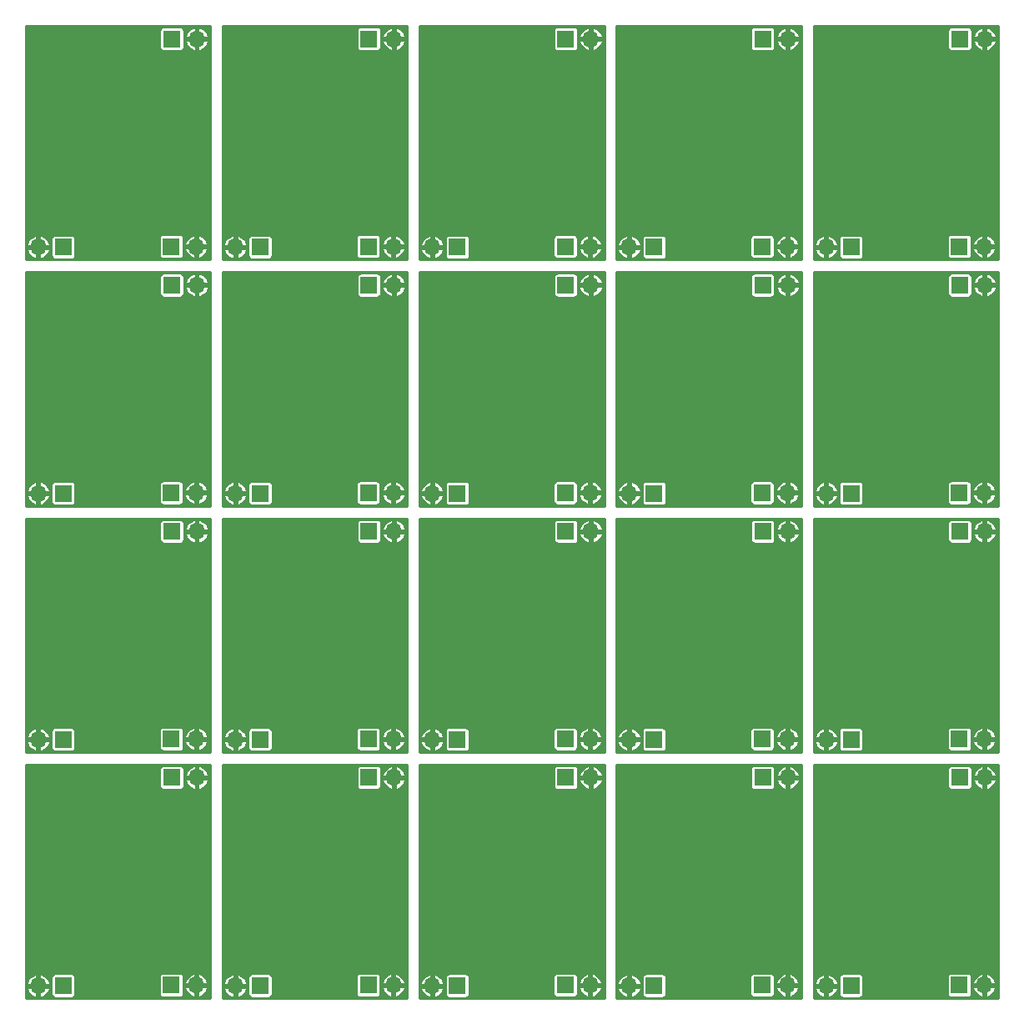
<source format=gbl>
G04 #@! TF.FileFunction,Copper,L2,Bot,Signal*
%FSLAX46Y46*%
G04 Gerber Fmt 4.6, Leading zero omitted, Abs format (unit mm)*
G04 Created by KiCad (PCBNEW 4.0.2-stable) date 12/4/2017 4:33:49 PM*
%MOMM*%
G01*
G04 APERTURE LIST*
%ADD10C,0.100000*%
%ADD11R,1.700000X1.700000*%
%ADD12O,1.700000X1.700000*%
%ADD13C,0.600000*%
%ADD14C,0.254000*%
G04 APERTURE END LIST*
D10*
D11*
X165468400Y-116955600D03*
D12*
X168008400Y-116955600D03*
D11*
X165417600Y-138037600D03*
D12*
X167957600Y-138037600D03*
D11*
X145417600Y-138037600D03*
D12*
X147957600Y-138037600D03*
D11*
X154444800Y-138088400D03*
D12*
X151904800Y-138088400D03*
D11*
X145468400Y-116955600D03*
D12*
X148008400Y-116955600D03*
D11*
X105468400Y-116955600D03*
D12*
X108008400Y-116955600D03*
D11*
X85417600Y-138037600D03*
D12*
X87957600Y-138037600D03*
D11*
X94444800Y-138088400D03*
D12*
X91904800Y-138088400D03*
D11*
X105417600Y-138037600D03*
D12*
X107957600Y-138037600D03*
D11*
X85468400Y-116955600D03*
D12*
X88008400Y-116955600D03*
D11*
X74444800Y-138088400D03*
D12*
X71904800Y-138088400D03*
D11*
X125468400Y-116955600D03*
D12*
X128008400Y-116955600D03*
D11*
X125417600Y-138037600D03*
D12*
X127957600Y-138037600D03*
D11*
X114444800Y-138088400D03*
D12*
X111904800Y-138088400D03*
D11*
X134444800Y-138088400D03*
D12*
X131904800Y-138088400D03*
D11*
X165468400Y-91955600D03*
D12*
X168008400Y-91955600D03*
D11*
X165417600Y-113037600D03*
D12*
X167957600Y-113037600D03*
D11*
X145417600Y-113037600D03*
D12*
X147957600Y-113037600D03*
D11*
X154444800Y-113088400D03*
D12*
X151904800Y-113088400D03*
D11*
X145468400Y-91955600D03*
D12*
X148008400Y-91955600D03*
D11*
X105468400Y-91955600D03*
D12*
X108008400Y-91955600D03*
D11*
X85417600Y-113037600D03*
D12*
X87957600Y-113037600D03*
D11*
X94444800Y-113088400D03*
D12*
X91904800Y-113088400D03*
D11*
X105417600Y-113037600D03*
D12*
X107957600Y-113037600D03*
D11*
X85468400Y-91955600D03*
D12*
X88008400Y-91955600D03*
D11*
X74444800Y-113088400D03*
D12*
X71904800Y-113088400D03*
D11*
X125468400Y-91955600D03*
D12*
X128008400Y-91955600D03*
D11*
X125417600Y-113037600D03*
D12*
X127957600Y-113037600D03*
D11*
X114444800Y-113088400D03*
D12*
X111904800Y-113088400D03*
D11*
X134444800Y-113088400D03*
D12*
X131904800Y-113088400D03*
D11*
X165468400Y-66955600D03*
D12*
X168008400Y-66955600D03*
D11*
X165417600Y-88037600D03*
D12*
X167957600Y-88037600D03*
D11*
X145417600Y-88037600D03*
D12*
X147957600Y-88037600D03*
D11*
X154444800Y-88088400D03*
D12*
X151904800Y-88088400D03*
D11*
X145468400Y-66955600D03*
D12*
X148008400Y-66955600D03*
D11*
X105468400Y-66955600D03*
D12*
X108008400Y-66955600D03*
D11*
X85417600Y-88037600D03*
D12*
X87957600Y-88037600D03*
D11*
X94444800Y-88088400D03*
D12*
X91904800Y-88088400D03*
D11*
X105417600Y-88037600D03*
D12*
X107957600Y-88037600D03*
D11*
X85468400Y-66955600D03*
D12*
X88008400Y-66955600D03*
D11*
X74444800Y-88088400D03*
D12*
X71904800Y-88088400D03*
D11*
X125468400Y-66955600D03*
D12*
X128008400Y-66955600D03*
D11*
X125417600Y-88037600D03*
D12*
X127957600Y-88037600D03*
D11*
X114444800Y-88088400D03*
D12*
X111904800Y-88088400D03*
D11*
X134444800Y-88088400D03*
D12*
X131904800Y-88088400D03*
D11*
X165417600Y-63037600D03*
D12*
X167957600Y-63037600D03*
D11*
X154444800Y-63088400D03*
D12*
X151904800Y-63088400D03*
D11*
X165468400Y-41955600D03*
D12*
X168008400Y-41955600D03*
D11*
X145417600Y-63037600D03*
D12*
X147957600Y-63037600D03*
D11*
X134444800Y-63088400D03*
D12*
X131904800Y-63088400D03*
D11*
X145468400Y-41955600D03*
D12*
X148008400Y-41955600D03*
D11*
X125417600Y-63037600D03*
D12*
X127957600Y-63037600D03*
D11*
X114444800Y-63088400D03*
D12*
X111904800Y-63088400D03*
D11*
X125468400Y-41955600D03*
D12*
X128008400Y-41955600D03*
D11*
X105417600Y-63037600D03*
D12*
X107957600Y-63037600D03*
D11*
X94444800Y-63088400D03*
D12*
X91904800Y-63088400D03*
D11*
X105468400Y-41955600D03*
D12*
X108008400Y-41955600D03*
D11*
X85417600Y-63037600D03*
D12*
X87957600Y-63037600D03*
D11*
X74444800Y-63088400D03*
D12*
X71904800Y-63088400D03*
D11*
X85468400Y-41955600D03*
D12*
X88008400Y-41955600D03*
D13*
X140083600Y-134126000D03*
X141506000Y-134126000D03*
X140794800Y-134126000D03*
X133987600Y-129503200D03*
X133000000Y-128500000D03*
X133500000Y-129000000D03*
X80083600Y-134126000D03*
X80794800Y-134126000D03*
X73987600Y-129503200D03*
X73000000Y-128500000D03*
X81506000Y-134126000D03*
X73500000Y-129000000D03*
X153500000Y-129000000D03*
X153987600Y-129503200D03*
X161506000Y-134126000D03*
X160083600Y-134126000D03*
X160794800Y-134126000D03*
X153000000Y-128500000D03*
X93987600Y-129503200D03*
X101506000Y-134126000D03*
X100083600Y-134126000D03*
X93000000Y-128500000D03*
X93500000Y-129000000D03*
X100794800Y-134126000D03*
X120083600Y-134126000D03*
X113987600Y-129503200D03*
X120794800Y-134126000D03*
X113500000Y-129000000D03*
X121506000Y-134126000D03*
X113000000Y-128500000D03*
X140083600Y-109126000D03*
X141506000Y-109126000D03*
X140794800Y-109126000D03*
X133987600Y-104503200D03*
X133000000Y-103500000D03*
X133500000Y-104000000D03*
X80083600Y-109126000D03*
X80794800Y-109126000D03*
X73987600Y-104503200D03*
X73000000Y-103500000D03*
X81506000Y-109126000D03*
X73500000Y-104000000D03*
X153500000Y-104000000D03*
X153987600Y-104503200D03*
X161506000Y-109126000D03*
X160083600Y-109126000D03*
X160794800Y-109126000D03*
X153000000Y-103500000D03*
X93987600Y-104503200D03*
X101506000Y-109126000D03*
X100083600Y-109126000D03*
X93000000Y-103500000D03*
X93500000Y-104000000D03*
X100794800Y-109126000D03*
X120083600Y-109126000D03*
X113987600Y-104503200D03*
X120794800Y-109126000D03*
X113500000Y-104000000D03*
X121506000Y-109126000D03*
X113000000Y-103500000D03*
X140083600Y-84126000D03*
X141506000Y-84126000D03*
X140794800Y-84126000D03*
X133987600Y-79503200D03*
X133000000Y-78500000D03*
X133500000Y-79000000D03*
X80083600Y-84126000D03*
X80794800Y-84126000D03*
X73987600Y-79503200D03*
X73000000Y-78500000D03*
X81506000Y-84126000D03*
X73500000Y-79000000D03*
X153500000Y-79000000D03*
X153987600Y-79503200D03*
X161506000Y-84126000D03*
X160083600Y-84126000D03*
X160794800Y-84126000D03*
X153000000Y-78500000D03*
X93987600Y-79503200D03*
X101506000Y-84126000D03*
X100083600Y-84126000D03*
X93000000Y-78500000D03*
X93500000Y-79000000D03*
X100794800Y-84126000D03*
X120083600Y-84126000D03*
X113987600Y-79503200D03*
X120794800Y-84126000D03*
X113500000Y-79000000D03*
X121506000Y-84126000D03*
X113000000Y-78500000D03*
X160083600Y-59126000D03*
X153500000Y-54000000D03*
X153987600Y-54503200D03*
X160794800Y-59126000D03*
X161506000Y-59126000D03*
X153000000Y-53500000D03*
X140083600Y-59126000D03*
X133500000Y-54000000D03*
X133987600Y-54503200D03*
X140794800Y-59126000D03*
X141506000Y-59126000D03*
X133000000Y-53500000D03*
X120083600Y-59126000D03*
X113500000Y-54000000D03*
X113987600Y-54503200D03*
X120794800Y-59126000D03*
X121506000Y-59126000D03*
X113000000Y-53500000D03*
X100083600Y-59126000D03*
X93500000Y-54000000D03*
X93987600Y-54503200D03*
X100794800Y-59126000D03*
X101506000Y-59126000D03*
X93000000Y-53500000D03*
X81506000Y-59126000D03*
X80794800Y-59126000D03*
X73987600Y-54503200D03*
X73500000Y-54000000D03*
X73000000Y-53500000D03*
X80083600Y-59126000D03*
D14*
G36*
X89373000Y-64373000D02*
X70627000Y-64373000D01*
X70627000Y-63401495D01*
X70714270Y-63401495D01*
X70924710Y-63833258D01*
X71284360Y-64151623D01*
X71591707Y-64278919D01*
X71781800Y-64217470D01*
X71781800Y-63211400D01*
X72027800Y-63211400D01*
X72027800Y-64217470D01*
X72217893Y-64278919D01*
X72525240Y-64151623D01*
X72884890Y-63833258D01*
X73095330Y-63401495D01*
X73034401Y-63211400D01*
X72027800Y-63211400D01*
X71781800Y-63211400D01*
X70775199Y-63211400D01*
X70714270Y-63401495D01*
X70627000Y-63401495D01*
X70627000Y-62775305D01*
X70714270Y-62775305D01*
X70775199Y-62965400D01*
X71781800Y-62965400D01*
X71781800Y-61959330D01*
X72027800Y-61959330D01*
X72027800Y-62965400D01*
X73034401Y-62965400D01*
X73095330Y-62775305D01*
X72884890Y-62343542D01*
X72766114Y-62238400D01*
X73206336Y-62238400D01*
X73206336Y-63938400D01*
X73232903Y-64079590D01*
X73316346Y-64209265D01*
X73443666Y-64296259D01*
X73594800Y-64326864D01*
X75294800Y-64326864D01*
X75435990Y-64300297D01*
X75565665Y-64216854D01*
X75652659Y-64089534D01*
X75683264Y-63938400D01*
X75683264Y-62238400D01*
X75673706Y-62187600D01*
X84179136Y-62187600D01*
X84179136Y-63887600D01*
X84205703Y-64028790D01*
X84289146Y-64158465D01*
X84416466Y-64245459D01*
X84567600Y-64276064D01*
X86267600Y-64276064D01*
X86408790Y-64249497D01*
X86538465Y-64166054D01*
X86625459Y-64038734D01*
X86656064Y-63887600D01*
X86656064Y-63350695D01*
X86767070Y-63350695D01*
X86977510Y-63782458D01*
X87337160Y-64100823D01*
X87644507Y-64228119D01*
X87834600Y-64166670D01*
X87834600Y-63160600D01*
X88080600Y-63160600D01*
X88080600Y-64166670D01*
X88270693Y-64228119D01*
X88578040Y-64100823D01*
X88937690Y-63782458D01*
X89148130Y-63350695D01*
X89087201Y-63160600D01*
X88080600Y-63160600D01*
X87834600Y-63160600D01*
X86827999Y-63160600D01*
X86767070Y-63350695D01*
X86656064Y-63350695D01*
X86656064Y-62724505D01*
X86767070Y-62724505D01*
X86827999Y-62914600D01*
X87834600Y-62914600D01*
X87834600Y-61908530D01*
X88080600Y-61908530D01*
X88080600Y-62914600D01*
X89087201Y-62914600D01*
X89148130Y-62724505D01*
X88937690Y-62292742D01*
X88578040Y-61974377D01*
X88270693Y-61847081D01*
X88080600Y-61908530D01*
X87834600Y-61908530D01*
X87644507Y-61847081D01*
X87337160Y-61974377D01*
X86977510Y-62292742D01*
X86767070Y-62724505D01*
X86656064Y-62724505D01*
X86656064Y-62187600D01*
X86629497Y-62046410D01*
X86546054Y-61916735D01*
X86418734Y-61829741D01*
X86267600Y-61799136D01*
X84567600Y-61799136D01*
X84426410Y-61825703D01*
X84296735Y-61909146D01*
X84209741Y-62036466D01*
X84179136Y-62187600D01*
X75673706Y-62187600D01*
X75656697Y-62097210D01*
X75573254Y-61967535D01*
X75445934Y-61880541D01*
X75294800Y-61849936D01*
X73594800Y-61849936D01*
X73453610Y-61876503D01*
X73323935Y-61959946D01*
X73236941Y-62087266D01*
X73206336Y-62238400D01*
X72766114Y-62238400D01*
X72525240Y-62025177D01*
X72217893Y-61897881D01*
X72027800Y-61959330D01*
X71781800Y-61959330D01*
X71591707Y-61897881D01*
X71284360Y-62025177D01*
X70924710Y-62343542D01*
X70714270Y-62775305D01*
X70627000Y-62775305D01*
X70627000Y-41105600D01*
X84229936Y-41105600D01*
X84229936Y-42805600D01*
X84256503Y-42946790D01*
X84339946Y-43076465D01*
X84467266Y-43163459D01*
X84618400Y-43194064D01*
X86318400Y-43194064D01*
X86459590Y-43167497D01*
X86589265Y-43084054D01*
X86676259Y-42956734D01*
X86706864Y-42805600D01*
X86706864Y-42268695D01*
X86817870Y-42268695D01*
X87028310Y-42700458D01*
X87387960Y-43018823D01*
X87695307Y-43146119D01*
X87885400Y-43084670D01*
X87885400Y-42078600D01*
X88131400Y-42078600D01*
X88131400Y-43084670D01*
X88321493Y-43146119D01*
X88628840Y-43018823D01*
X88988490Y-42700458D01*
X89198930Y-42268695D01*
X89138001Y-42078600D01*
X88131400Y-42078600D01*
X87885400Y-42078600D01*
X86878799Y-42078600D01*
X86817870Y-42268695D01*
X86706864Y-42268695D01*
X86706864Y-41642505D01*
X86817870Y-41642505D01*
X86878799Y-41832600D01*
X87885400Y-41832600D01*
X87885400Y-40826530D01*
X88131400Y-40826530D01*
X88131400Y-41832600D01*
X89138001Y-41832600D01*
X89198930Y-41642505D01*
X88988490Y-41210742D01*
X88628840Y-40892377D01*
X88321493Y-40765081D01*
X88131400Y-40826530D01*
X87885400Y-40826530D01*
X87695307Y-40765081D01*
X87387960Y-40892377D01*
X87028310Y-41210742D01*
X86817870Y-41642505D01*
X86706864Y-41642505D01*
X86706864Y-41105600D01*
X86680297Y-40964410D01*
X86596854Y-40834735D01*
X86469534Y-40747741D01*
X86318400Y-40717136D01*
X84618400Y-40717136D01*
X84477210Y-40743703D01*
X84347535Y-40827146D01*
X84260541Y-40954466D01*
X84229936Y-41105600D01*
X70627000Y-41105600D01*
X70627000Y-40627000D01*
X89373000Y-40627000D01*
X89373000Y-64373000D01*
X89373000Y-64373000D01*
G37*
X89373000Y-64373000D02*
X70627000Y-64373000D01*
X70627000Y-63401495D01*
X70714270Y-63401495D01*
X70924710Y-63833258D01*
X71284360Y-64151623D01*
X71591707Y-64278919D01*
X71781800Y-64217470D01*
X71781800Y-63211400D01*
X72027800Y-63211400D01*
X72027800Y-64217470D01*
X72217893Y-64278919D01*
X72525240Y-64151623D01*
X72884890Y-63833258D01*
X73095330Y-63401495D01*
X73034401Y-63211400D01*
X72027800Y-63211400D01*
X71781800Y-63211400D01*
X70775199Y-63211400D01*
X70714270Y-63401495D01*
X70627000Y-63401495D01*
X70627000Y-62775305D01*
X70714270Y-62775305D01*
X70775199Y-62965400D01*
X71781800Y-62965400D01*
X71781800Y-61959330D01*
X72027800Y-61959330D01*
X72027800Y-62965400D01*
X73034401Y-62965400D01*
X73095330Y-62775305D01*
X72884890Y-62343542D01*
X72766114Y-62238400D01*
X73206336Y-62238400D01*
X73206336Y-63938400D01*
X73232903Y-64079590D01*
X73316346Y-64209265D01*
X73443666Y-64296259D01*
X73594800Y-64326864D01*
X75294800Y-64326864D01*
X75435990Y-64300297D01*
X75565665Y-64216854D01*
X75652659Y-64089534D01*
X75683264Y-63938400D01*
X75683264Y-62238400D01*
X75673706Y-62187600D01*
X84179136Y-62187600D01*
X84179136Y-63887600D01*
X84205703Y-64028790D01*
X84289146Y-64158465D01*
X84416466Y-64245459D01*
X84567600Y-64276064D01*
X86267600Y-64276064D01*
X86408790Y-64249497D01*
X86538465Y-64166054D01*
X86625459Y-64038734D01*
X86656064Y-63887600D01*
X86656064Y-63350695D01*
X86767070Y-63350695D01*
X86977510Y-63782458D01*
X87337160Y-64100823D01*
X87644507Y-64228119D01*
X87834600Y-64166670D01*
X87834600Y-63160600D01*
X88080600Y-63160600D01*
X88080600Y-64166670D01*
X88270693Y-64228119D01*
X88578040Y-64100823D01*
X88937690Y-63782458D01*
X89148130Y-63350695D01*
X89087201Y-63160600D01*
X88080600Y-63160600D01*
X87834600Y-63160600D01*
X86827999Y-63160600D01*
X86767070Y-63350695D01*
X86656064Y-63350695D01*
X86656064Y-62724505D01*
X86767070Y-62724505D01*
X86827999Y-62914600D01*
X87834600Y-62914600D01*
X87834600Y-61908530D01*
X88080600Y-61908530D01*
X88080600Y-62914600D01*
X89087201Y-62914600D01*
X89148130Y-62724505D01*
X88937690Y-62292742D01*
X88578040Y-61974377D01*
X88270693Y-61847081D01*
X88080600Y-61908530D01*
X87834600Y-61908530D01*
X87644507Y-61847081D01*
X87337160Y-61974377D01*
X86977510Y-62292742D01*
X86767070Y-62724505D01*
X86656064Y-62724505D01*
X86656064Y-62187600D01*
X86629497Y-62046410D01*
X86546054Y-61916735D01*
X86418734Y-61829741D01*
X86267600Y-61799136D01*
X84567600Y-61799136D01*
X84426410Y-61825703D01*
X84296735Y-61909146D01*
X84209741Y-62036466D01*
X84179136Y-62187600D01*
X75673706Y-62187600D01*
X75656697Y-62097210D01*
X75573254Y-61967535D01*
X75445934Y-61880541D01*
X75294800Y-61849936D01*
X73594800Y-61849936D01*
X73453610Y-61876503D01*
X73323935Y-61959946D01*
X73236941Y-62087266D01*
X73206336Y-62238400D01*
X72766114Y-62238400D01*
X72525240Y-62025177D01*
X72217893Y-61897881D01*
X72027800Y-61959330D01*
X71781800Y-61959330D01*
X71591707Y-61897881D01*
X71284360Y-62025177D01*
X70924710Y-62343542D01*
X70714270Y-62775305D01*
X70627000Y-62775305D01*
X70627000Y-41105600D01*
X84229936Y-41105600D01*
X84229936Y-42805600D01*
X84256503Y-42946790D01*
X84339946Y-43076465D01*
X84467266Y-43163459D01*
X84618400Y-43194064D01*
X86318400Y-43194064D01*
X86459590Y-43167497D01*
X86589265Y-43084054D01*
X86676259Y-42956734D01*
X86706864Y-42805600D01*
X86706864Y-42268695D01*
X86817870Y-42268695D01*
X87028310Y-42700458D01*
X87387960Y-43018823D01*
X87695307Y-43146119D01*
X87885400Y-43084670D01*
X87885400Y-42078600D01*
X88131400Y-42078600D01*
X88131400Y-43084670D01*
X88321493Y-43146119D01*
X88628840Y-43018823D01*
X88988490Y-42700458D01*
X89198930Y-42268695D01*
X89138001Y-42078600D01*
X88131400Y-42078600D01*
X87885400Y-42078600D01*
X86878799Y-42078600D01*
X86817870Y-42268695D01*
X86706864Y-42268695D01*
X86706864Y-41642505D01*
X86817870Y-41642505D01*
X86878799Y-41832600D01*
X87885400Y-41832600D01*
X87885400Y-40826530D01*
X88131400Y-40826530D01*
X88131400Y-41832600D01*
X89138001Y-41832600D01*
X89198930Y-41642505D01*
X88988490Y-41210742D01*
X88628840Y-40892377D01*
X88321493Y-40765081D01*
X88131400Y-40826530D01*
X87885400Y-40826530D01*
X87695307Y-40765081D01*
X87387960Y-40892377D01*
X87028310Y-41210742D01*
X86817870Y-41642505D01*
X86706864Y-41642505D01*
X86706864Y-41105600D01*
X86680297Y-40964410D01*
X86596854Y-40834735D01*
X86469534Y-40747741D01*
X86318400Y-40717136D01*
X84618400Y-40717136D01*
X84477210Y-40743703D01*
X84347535Y-40827146D01*
X84260541Y-40954466D01*
X84229936Y-41105600D01*
X70627000Y-41105600D01*
X70627000Y-40627000D01*
X89373000Y-40627000D01*
X89373000Y-64373000D01*
G36*
X109373000Y-64373000D02*
X90627000Y-64373000D01*
X90627000Y-63401495D01*
X90714270Y-63401495D01*
X90924710Y-63833258D01*
X91284360Y-64151623D01*
X91591707Y-64278919D01*
X91781800Y-64217470D01*
X91781800Y-63211400D01*
X92027800Y-63211400D01*
X92027800Y-64217470D01*
X92217893Y-64278919D01*
X92525240Y-64151623D01*
X92884890Y-63833258D01*
X93095330Y-63401495D01*
X93034401Y-63211400D01*
X92027800Y-63211400D01*
X91781800Y-63211400D01*
X90775199Y-63211400D01*
X90714270Y-63401495D01*
X90627000Y-63401495D01*
X90627000Y-62775305D01*
X90714270Y-62775305D01*
X90775199Y-62965400D01*
X91781800Y-62965400D01*
X91781800Y-61959330D01*
X92027800Y-61959330D01*
X92027800Y-62965400D01*
X93034401Y-62965400D01*
X93095330Y-62775305D01*
X92884890Y-62343542D01*
X92766114Y-62238400D01*
X93206336Y-62238400D01*
X93206336Y-63938400D01*
X93232903Y-64079590D01*
X93316346Y-64209265D01*
X93443666Y-64296259D01*
X93594800Y-64326864D01*
X95294800Y-64326864D01*
X95435990Y-64300297D01*
X95565665Y-64216854D01*
X95652659Y-64089534D01*
X95683264Y-63938400D01*
X95683264Y-62238400D01*
X95673706Y-62187600D01*
X104179136Y-62187600D01*
X104179136Y-63887600D01*
X104205703Y-64028790D01*
X104289146Y-64158465D01*
X104416466Y-64245459D01*
X104567600Y-64276064D01*
X106267600Y-64276064D01*
X106408790Y-64249497D01*
X106538465Y-64166054D01*
X106625459Y-64038734D01*
X106656064Y-63887600D01*
X106656064Y-63350695D01*
X106767070Y-63350695D01*
X106977510Y-63782458D01*
X107337160Y-64100823D01*
X107644507Y-64228119D01*
X107834600Y-64166670D01*
X107834600Y-63160600D01*
X108080600Y-63160600D01*
X108080600Y-64166670D01*
X108270693Y-64228119D01*
X108578040Y-64100823D01*
X108937690Y-63782458D01*
X109148130Y-63350695D01*
X109087201Y-63160600D01*
X108080600Y-63160600D01*
X107834600Y-63160600D01*
X106827999Y-63160600D01*
X106767070Y-63350695D01*
X106656064Y-63350695D01*
X106656064Y-62724505D01*
X106767070Y-62724505D01*
X106827999Y-62914600D01*
X107834600Y-62914600D01*
X107834600Y-61908530D01*
X108080600Y-61908530D01*
X108080600Y-62914600D01*
X109087201Y-62914600D01*
X109148130Y-62724505D01*
X108937690Y-62292742D01*
X108578040Y-61974377D01*
X108270693Y-61847081D01*
X108080600Y-61908530D01*
X107834600Y-61908530D01*
X107644507Y-61847081D01*
X107337160Y-61974377D01*
X106977510Y-62292742D01*
X106767070Y-62724505D01*
X106656064Y-62724505D01*
X106656064Y-62187600D01*
X106629497Y-62046410D01*
X106546054Y-61916735D01*
X106418734Y-61829741D01*
X106267600Y-61799136D01*
X104567600Y-61799136D01*
X104426410Y-61825703D01*
X104296735Y-61909146D01*
X104209741Y-62036466D01*
X104179136Y-62187600D01*
X95673706Y-62187600D01*
X95656697Y-62097210D01*
X95573254Y-61967535D01*
X95445934Y-61880541D01*
X95294800Y-61849936D01*
X93594800Y-61849936D01*
X93453610Y-61876503D01*
X93323935Y-61959946D01*
X93236941Y-62087266D01*
X93206336Y-62238400D01*
X92766114Y-62238400D01*
X92525240Y-62025177D01*
X92217893Y-61897881D01*
X92027800Y-61959330D01*
X91781800Y-61959330D01*
X91591707Y-61897881D01*
X91284360Y-62025177D01*
X90924710Y-62343542D01*
X90714270Y-62775305D01*
X90627000Y-62775305D01*
X90627000Y-41105600D01*
X104229936Y-41105600D01*
X104229936Y-42805600D01*
X104256503Y-42946790D01*
X104339946Y-43076465D01*
X104467266Y-43163459D01*
X104618400Y-43194064D01*
X106318400Y-43194064D01*
X106459590Y-43167497D01*
X106589265Y-43084054D01*
X106676259Y-42956734D01*
X106706864Y-42805600D01*
X106706864Y-42268695D01*
X106817870Y-42268695D01*
X107028310Y-42700458D01*
X107387960Y-43018823D01*
X107695307Y-43146119D01*
X107885400Y-43084670D01*
X107885400Y-42078600D01*
X108131400Y-42078600D01*
X108131400Y-43084670D01*
X108321493Y-43146119D01*
X108628840Y-43018823D01*
X108988490Y-42700458D01*
X109198930Y-42268695D01*
X109138001Y-42078600D01*
X108131400Y-42078600D01*
X107885400Y-42078600D01*
X106878799Y-42078600D01*
X106817870Y-42268695D01*
X106706864Y-42268695D01*
X106706864Y-41642505D01*
X106817870Y-41642505D01*
X106878799Y-41832600D01*
X107885400Y-41832600D01*
X107885400Y-40826530D01*
X108131400Y-40826530D01*
X108131400Y-41832600D01*
X109138001Y-41832600D01*
X109198930Y-41642505D01*
X108988490Y-41210742D01*
X108628840Y-40892377D01*
X108321493Y-40765081D01*
X108131400Y-40826530D01*
X107885400Y-40826530D01*
X107695307Y-40765081D01*
X107387960Y-40892377D01*
X107028310Y-41210742D01*
X106817870Y-41642505D01*
X106706864Y-41642505D01*
X106706864Y-41105600D01*
X106680297Y-40964410D01*
X106596854Y-40834735D01*
X106469534Y-40747741D01*
X106318400Y-40717136D01*
X104618400Y-40717136D01*
X104477210Y-40743703D01*
X104347535Y-40827146D01*
X104260541Y-40954466D01*
X104229936Y-41105600D01*
X90627000Y-41105600D01*
X90627000Y-40627000D01*
X109373000Y-40627000D01*
X109373000Y-64373000D01*
X109373000Y-64373000D01*
G37*
X109373000Y-64373000D02*
X90627000Y-64373000D01*
X90627000Y-63401495D01*
X90714270Y-63401495D01*
X90924710Y-63833258D01*
X91284360Y-64151623D01*
X91591707Y-64278919D01*
X91781800Y-64217470D01*
X91781800Y-63211400D01*
X92027800Y-63211400D01*
X92027800Y-64217470D01*
X92217893Y-64278919D01*
X92525240Y-64151623D01*
X92884890Y-63833258D01*
X93095330Y-63401495D01*
X93034401Y-63211400D01*
X92027800Y-63211400D01*
X91781800Y-63211400D01*
X90775199Y-63211400D01*
X90714270Y-63401495D01*
X90627000Y-63401495D01*
X90627000Y-62775305D01*
X90714270Y-62775305D01*
X90775199Y-62965400D01*
X91781800Y-62965400D01*
X91781800Y-61959330D01*
X92027800Y-61959330D01*
X92027800Y-62965400D01*
X93034401Y-62965400D01*
X93095330Y-62775305D01*
X92884890Y-62343542D01*
X92766114Y-62238400D01*
X93206336Y-62238400D01*
X93206336Y-63938400D01*
X93232903Y-64079590D01*
X93316346Y-64209265D01*
X93443666Y-64296259D01*
X93594800Y-64326864D01*
X95294800Y-64326864D01*
X95435990Y-64300297D01*
X95565665Y-64216854D01*
X95652659Y-64089534D01*
X95683264Y-63938400D01*
X95683264Y-62238400D01*
X95673706Y-62187600D01*
X104179136Y-62187600D01*
X104179136Y-63887600D01*
X104205703Y-64028790D01*
X104289146Y-64158465D01*
X104416466Y-64245459D01*
X104567600Y-64276064D01*
X106267600Y-64276064D01*
X106408790Y-64249497D01*
X106538465Y-64166054D01*
X106625459Y-64038734D01*
X106656064Y-63887600D01*
X106656064Y-63350695D01*
X106767070Y-63350695D01*
X106977510Y-63782458D01*
X107337160Y-64100823D01*
X107644507Y-64228119D01*
X107834600Y-64166670D01*
X107834600Y-63160600D01*
X108080600Y-63160600D01*
X108080600Y-64166670D01*
X108270693Y-64228119D01*
X108578040Y-64100823D01*
X108937690Y-63782458D01*
X109148130Y-63350695D01*
X109087201Y-63160600D01*
X108080600Y-63160600D01*
X107834600Y-63160600D01*
X106827999Y-63160600D01*
X106767070Y-63350695D01*
X106656064Y-63350695D01*
X106656064Y-62724505D01*
X106767070Y-62724505D01*
X106827999Y-62914600D01*
X107834600Y-62914600D01*
X107834600Y-61908530D01*
X108080600Y-61908530D01*
X108080600Y-62914600D01*
X109087201Y-62914600D01*
X109148130Y-62724505D01*
X108937690Y-62292742D01*
X108578040Y-61974377D01*
X108270693Y-61847081D01*
X108080600Y-61908530D01*
X107834600Y-61908530D01*
X107644507Y-61847081D01*
X107337160Y-61974377D01*
X106977510Y-62292742D01*
X106767070Y-62724505D01*
X106656064Y-62724505D01*
X106656064Y-62187600D01*
X106629497Y-62046410D01*
X106546054Y-61916735D01*
X106418734Y-61829741D01*
X106267600Y-61799136D01*
X104567600Y-61799136D01*
X104426410Y-61825703D01*
X104296735Y-61909146D01*
X104209741Y-62036466D01*
X104179136Y-62187600D01*
X95673706Y-62187600D01*
X95656697Y-62097210D01*
X95573254Y-61967535D01*
X95445934Y-61880541D01*
X95294800Y-61849936D01*
X93594800Y-61849936D01*
X93453610Y-61876503D01*
X93323935Y-61959946D01*
X93236941Y-62087266D01*
X93206336Y-62238400D01*
X92766114Y-62238400D01*
X92525240Y-62025177D01*
X92217893Y-61897881D01*
X92027800Y-61959330D01*
X91781800Y-61959330D01*
X91591707Y-61897881D01*
X91284360Y-62025177D01*
X90924710Y-62343542D01*
X90714270Y-62775305D01*
X90627000Y-62775305D01*
X90627000Y-41105600D01*
X104229936Y-41105600D01*
X104229936Y-42805600D01*
X104256503Y-42946790D01*
X104339946Y-43076465D01*
X104467266Y-43163459D01*
X104618400Y-43194064D01*
X106318400Y-43194064D01*
X106459590Y-43167497D01*
X106589265Y-43084054D01*
X106676259Y-42956734D01*
X106706864Y-42805600D01*
X106706864Y-42268695D01*
X106817870Y-42268695D01*
X107028310Y-42700458D01*
X107387960Y-43018823D01*
X107695307Y-43146119D01*
X107885400Y-43084670D01*
X107885400Y-42078600D01*
X108131400Y-42078600D01*
X108131400Y-43084670D01*
X108321493Y-43146119D01*
X108628840Y-43018823D01*
X108988490Y-42700458D01*
X109198930Y-42268695D01*
X109138001Y-42078600D01*
X108131400Y-42078600D01*
X107885400Y-42078600D01*
X106878799Y-42078600D01*
X106817870Y-42268695D01*
X106706864Y-42268695D01*
X106706864Y-41642505D01*
X106817870Y-41642505D01*
X106878799Y-41832600D01*
X107885400Y-41832600D01*
X107885400Y-40826530D01*
X108131400Y-40826530D01*
X108131400Y-41832600D01*
X109138001Y-41832600D01*
X109198930Y-41642505D01*
X108988490Y-41210742D01*
X108628840Y-40892377D01*
X108321493Y-40765081D01*
X108131400Y-40826530D01*
X107885400Y-40826530D01*
X107695307Y-40765081D01*
X107387960Y-40892377D01*
X107028310Y-41210742D01*
X106817870Y-41642505D01*
X106706864Y-41642505D01*
X106706864Y-41105600D01*
X106680297Y-40964410D01*
X106596854Y-40834735D01*
X106469534Y-40747741D01*
X106318400Y-40717136D01*
X104618400Y-40717136D01*
X104477210Y-40743703D01*
X104347535Y-40827146D01*
X104260541Y-40954466D01*
X104229936Y-41105600D01*
X90627000Y-41105600D01*
X90627000Y-40627000D01*
X109373000Y-40627000D01*
X109373000Y-64373000D01*
G36*
X129373000Y-64373000D02*
X110627000Y-64373000D01*
X110627000Y-63401495D01*
X110714270Y-63401495D01*
X110924710Y-63833258D01*
X111284360Y-64151623D01*
X111591707Y-64278919D01*
X111781800Y-64217470D01*
X111781800Y-63211400D01*
X112027800Y-63211400D01*
X112027800Y-64217470D01*
X112217893Y-64278919D01*
X112525240Y-64151623D01*
X112884890Y-63833258D01*
X113095330Y-63401495D01*
X113034401Y-63211400D01*
X112027800Y-63211400D01*
X111781800Y-63211400D01*
X110775199Y-63211400D01*
X110714270Y-63401495D01*
X110627000Y-63401495D01*
X110627000Y-62775305D01*
X110714270Y-62775305D01*
X110775199Y-62965400D01*
X111781800Y-62965400D01*
X111781800Y-61959330D01*
X112027800Y-61959330D01*
X112027800Y-62965400D01*
X113034401Y-62965400D01*
X113095330Y-62775305D01*
X112884890Y-62343542D01*
X112766114Y-62238400D01*
X113206336Y-62238400D01*
X113206336Y-63938400D01*
X113232903Y-64079590D01*
X113316346Y-64209265D01*
X113443666Y-64296259D01*
X113594800Y-64326864D01*
X115294800Y-64326864D01*
X115435990Y-64300297D01*
X115565665Y-64216854D01*
X115652659Y-64089534D01*
X115683264Y-63938400D01*
X115683264Y-62238400D01*
X115673706Y-62187600D01*
X124179136Y-62187600D01*
X124179136Y-63887600D01*
X124205703Y-64028790D01*
X124289146Y-64158465D01*
X124416466Y-64245459D01*
X124567600Y-64276064D01*
X126267600Y-64276064D01*
X126408790Y-64249497D01*
X126538465Y-64166054D01*
X126625459Y-64038734D01*
X126656064Y-63887600D01*
X126656064Y-63350695D01*
X126767070Y-63350695D01*
X126977510Y-63782458D01*
X127337160Y-64100823D01*
X127644507Y-64228119D01*
X127834600Y-64166670D01*
X127834600Y-63160600D01*
X128080600Y-63160600D01*
X128080600Y-64166670D01*
X128270693Y-64228119D01*
X128578040Y-64100823D01*
X128937690Y-63782458D01*
X129148130Y-63350695D01*
X129087201Y-63160600D01*
X128080600Y-63160600D01*
X127834600Y-63160600D01*
X126827999Y-63160600D01*
X126767070Y-63350695D01*
X126656064Y-63350695D01*
X126656064Y-62724505D01*
X126767070Y-62724505D01*
X126827999Y-62914600D01*
X127834600Y-62914600D01*
X127834600Y-61908530D01*
X128080600Y-61908530D01*
X128080600Y-62914600D01*
X129087201Y-62914600D01*
X129148130Y-62724505D01*
X128937690Y-62292742D01*
X128578040Y-61974377D01*
X128270693Y-61847081D01*
X128080600Y-61908530D01*
X127834600Y-61908530D01*
X127644507Y-61847081D01*
X127337160Y-61974377D01*
X126977510Y-62292742D01*
X126767070Y-62724505D01*
X126656064Y-62724505D01*
X126656064Y-62187600D01*
X126629497Y-62046410D01*
X126546054Y-61916735D01*
X126418734Y-61829741D01*
X126267600Y-61799136D01*
X124567600Y-61799136D01*
X124426410Y-61825703D01*
X124296735Y-61909146D01*
X124209741Y-62036466D01*
X124179136Y-62187600D01*
X115673706Y-62187600D01*
X115656697Y-62097210D01*
X115573254Y-61967535D01*
X115445934Y-61880541D01*
X115294800Y-61849936D01*
X113594800Y-61849936D01*
X113453610Y-61876503D01*
X113323935Y-61959946D01*
X113236941Y-62087266D01*
X113206336Y-62238400D01*
X112766114Y-62238400D01*
X112525240Y-62025177D01*
X112217893Y-61897881D01*
X112027800Y-61959330D01*
X111781800Y-61959330D01*
X111591707Y-61897881D01*
X111284360Y-62025177D01*
X110924710Y-62343542D01*
X110714270Y-62775305D01*
X110627000Y-62775305D01*
X110627000Y-41105600D01*
X124229936Y-41105600D01*
X124229936Y-42805600D01*
X124256503Y-42946790D01*
X124339946Y-43076465D01*
X124467266Y-43163459D01*
X124618400Y-43194064D01*
X126318400Y-43194064D01*
X126459590Y-43167497D01*
X126589265Y-43084054D01*
X126676259Y-42956734D01*
X126706864Y-42805600D01*
X126706864Y-42268695D01*
X126817870Y-42268695D01*
X127028310Y-42700458D01*
X127387960Y-43018823D01*
X127695307Y-43146119D01*
X127885400Y-43084670D01*
X127885400Y-42078600D01*
X128131400Y-42078600D01*
X128131400Y-43084670D01*
X128321493Y-43146119D01*
X128628840Y-43018823D01*
X128988490Y-42700458D01*
X129198930Y-42268695D01*
X129138001Y-42078600D01*
X128131400Y-42078600D01*
X127885400Y-42078600D01*
X126878799Y-42078600D01*
X126817870Y-42268695D01*
X126706864Y-42268695D01*
X126706864Y-41642505D01*
X126817870Y-41642505D01*
X126878799Y-41832600D01*
X127885400Y-41832600D01*
X127885400Y-40826530D01*
X128131400Y-40826530D01*
X128131400Y-41832600D01*
X129138001Y-41832600D01*
X129198930Y-41642505D01*
X128988490Y-41210742D01*
X128628840Y-40892377D01*
X128321493Y-40765081D01*
X128131400Y-40826530D01*
X127885400Y-40826530D01*
X127695307Y-40765081D01*
X127387960Y-40892377D01*
X127028310Y-41210742D01*
X126817870Y-41642505D01*
X126706864Y-41642505D01*
X126706864Y-41105600D01*
X126680297Y-40964410D01*
X126596854Y-40834735D01*
X126469534Y-40747741D01*
X126318400Y-40717136D01*
X124618400Y-40717136D01*
X124477210Y-40743703D01*
X124347535Y-40827146D01*
X124260541Y-40954466D01*
X124229936Y-41105600D01*
X110627000Y-41105600D01*
X110627000Y-40627000D01*
X129373000Y-40627000D01*
X129373000Y-64373000D01*
X129373000Y-64373000D01*
G37*
X129373000Y-64373000D02*
X110627000Y-64373000D01*
X110627000Y-63401495D01*
X110714270Y-63401495D01*
X110924710Y-63833258D01*
X111284360Y-64151623D01*
X111591707Y-64278919D01*
X111781800Y-64217470D01*
X111781800Y-63211400D01*
X112027800Y-63211400D01*
X112027800Y-64217470D01*
X112217893Y-64278919D01*
X112525240Y-64151623D01*
X112884890Y-63833258D01*
X113095330Y-63401495D01*
X113034401Y-63211400D01*
X112027800Y-63211400D01*
X111781800Y-63211400D01*
X110775199Y-63211400D01*
X110714270Y-63401495D01*
X110627000Y-63401495D01*
X110627000Y-62775305D01*
X110714270Y-62775305D01*
X110775199Y-62965400D01*
X111781800Y-62965400D01*
X111781800Y-61959330D01*
X112027800Y-61959330D01*
X112027800Y-62965400D01*
X113034401Y-62965400D01*
X113095330Y-62775305D01*
X112884890Y-62343542D01*
X112766114Y-62238400D01*
X113206336Y-62238400D01*
X113206336Y-63938400D01*
X113232903Y-64079590D01*
X113316346Y-64209265D01*
X113443666Y-64296259D01*
X113594800Y-64326864D01*
X115294800Y-64326864D01*
X115435990Y-64300297D01*
X115565665Y-64216854D01*
X115652659Y-64089534D01*
X115683264Y-63938400D01*
X115683264Y-62238400D01*
X115673706Y-62187600D01*
X124179136Y-62187600D01*
X124179136Y-63887600D01*
X124205703Y-64028790D01*
X124289146Y-64158465D01*
X124416466Y-64245459D01*
X124567600Y-64276064D01*
X126267600Y-64276064D01*
X126408790Y-64249497D01*
X126538465Y-64166054D01*
X126625459Y-64038734D01*
X126656064Y-63887600D01*
X126656064Y-63350695D01*
X126767070Y-63350695D01*
X126977510Y-63782458D01*
X127337160Y-64100823D01*
X127644507Y-64228119D01*
X127834600Y-64166670D01*
X127834600Y-63160600D01*
X128080600Y-63160600D01*
X128080600Y-64166670D01*
X128270693Y-64228119D01*
X128578040Y-64100823D01*
X128937690Y-63782458D01*
X129148130Y-63350695D01*
X129087201Y-63160600D01*
X128080600Y-63160600D01*
X127834600Y-63160600D01*
X126827999Y-63160600D01*
X126767070Y-63350695D01*
X126656064Y-63350695D01*
X126656064Y-62724505D01*
X126767070Y-62724505D01*
X126827999Y-62914600D01*
X127834600Y-62914600D01*
X127834600Y-61908530D01*
X128080600Y-61908530D01*
X128080600Y-62914600D01*
X129087201Y-62914600D01*
X129148130Y-62724505D01*
X128937690Y-62292742D01*
X128578040Y-61974377D01*
X128270693Y-61847081D01*
X128080600Y-61908530D01*
X127834600Y-61908530D01*
X127644507Y-61847081D01*
X127337160Y-61974377D01*
X126977510Y-62292742D01*
X126767070Y-62724505D01*
X126656064Y-62724505D01*
X126656064Y-62187600D01*
X126629497Y-62046410D01*
X126546054Y-61916735D01*
X126418734Y-61829741D01*
X126267600Y-61799136D01*
X124567600Y-61799136D01*
X124426410Y-61825703D01*
X124296735Y-61909146D01*
X124209741Y-62036466D01*
X124179136Y-62187600D01*
X115673706Y-62187600D01*
X115656697Y-62097210D01*
X115573254Y-61967535D01*
X115445934Y-61880541D01*
X115294800Y-61849936D01*
X113594800Y-61849936D01*
X113453610Y-61876503D01*
X113323935Y-61959946D01*
X113236941Y-62087266D01*
X113206336Y-62238400D01*
X112766114Y-62238400D01*
X112525240Y-62025177D01*
X112217893Y-61897881D01*
X112027800Y-61959330D01*
X111781800Y-61959330D01*
X111591707Y-61897881D01*
X111284360Y-62025177D01*
X110924710Y-62343542D01*
X110714270Y-62775305D01*
X110627000Y-62775305D01*
X110627000Y-41105600D01*
X124229936Y-41105600D01*
X124229936Y-42805600D01*
X124256503Y-42946790D01*
X124339946Y-43076465D01*
X124467266Y-43163459D01*
X124618400Y-43194064D01*
X126318400Y-43194064D01*
X126459590Y-43167497D01*
X126589265Y-43084054D01*
X126676259Y-42956734D01*
X126706864Y-42805600D01*
X126706864Y-42268695D01*
X126817870Y-42268695D01*
X127028310Y-42700458D01*
X127387960Y-43018823D01*
X127695307Y-43146119D01*
X127885400Y-43084670D01*
X127885400Y-42078600D01*
X128131400Y-42078600D01*
X128131400Y-43084670D01*
X128321493Y-43146119D01*
X128628840Y-43018823D01*
X128988490Y-42700458D01*
X129198930Y-42268695D01*
X129138001Y-42078600D01*
X128131400Y-42078600D01*
X127885400Y-42078600D01*
X126878799Y-42078600D01*
X126817870Y-42268695D01*
X126706864Y-42268695D01*
X126706864Y-41642505D01*
X126817870Y-41642505D01*
X126878799Y-41832600D01*
X127885400Y-41832600D01*
X127885400Y-40826530D01*
X128131400Y-40826530D01*
X128131400Y-41832600D01*
X129138001Y-41832600D01*
X129198930Y-41642505D01*
X128988490Y-41210742D01*
X128628840Y-40892377D01*
X128321493Y-40765081D01*
X128131400Y-40826530D01*
X127885400Y-40826530D01*
X127695307Y-40765081D01*
X127387960Y-40892377D01*
X127028310Y-41210742D01*
X126817870Y-41642505D01*
X126706864Y-41642505D01*
X126706864Y-41105600D01*
X126680297Y-40964410D01*
X126596854Y-40834735D01*
X126469534Y-40747741D01*
X126318400Y-40717136D01*
X124618400Y-40717136D01*
X124477210Y-40743703D01*
X124347535Y-40827146D01*
X124260541Y-40954466D01*
X124229936Y-41105600D01*
X110627000Y-41105600D01*
X110627000Y-40627000D01*
X129373000Y-40627000D01*
X129373000Y-64373000D01*
G36*
X149373000Y-64373000D02*
X130627000Y-64373000D01*
X130627000Y-63401495D01*
X130714270Y-63401495D01*
X130924710Y-63833258D01*
X131284360Y-64151623D01*
X131591707Y-64278919D01*
X131781800Y-64217470D01*
X131781800Y-63211400D01*
X132027800Y-63211400D01*
X132027800Y-64217470D01*
X132217893Y-64278919D01*
X132525240Y-64151623D01*
X132884890Y-63833258D01*
X133095330Y-63401495D01*
X133034401Y-63211400D01*
X132027800Y-63211400D01*
X131781800Y-63211400D01*
X130775199Y-63211400D01*
X130714270Y-63401495D01*
X130627000Y-63401495D01*
X130627000Y-62775305D01*
X130714270Y-62775305D01*
X130775199Y-62965400D01*
X131781800Y-62965400D01*
X131781800Y-61959330D01*
X132027800Y-61959330D01*
X132027800Y-62965400D01*
X133034401Y-62965400D01*
X133095330Y-62775305D01*
X132884890Y-62343542D01*
X132766114Y-62238400D01*
X133206336Y-62238400D01*
X133206336Y-63938400D01*
X133232903Y-64079590D01*
X133316346Y-64209265D01*
X133443666Y-64296259D01*
X133594800Y-64326864D01*
X135294800Y-64326864D01*
X135435990Y-64300297D01*
X135565665Y-64216854D01*
X135652659Y-64089534D01*
X135683264Y-63938400D01*
X135683264Y-62238400D01*
X135673706Y-62187600D01*
X144179136Y-62187600D01*
X144179136Y-63887600D01*
X144205703Y-64028790D01*
X144289146Y-64158465D01*
X144416466Y-64245459D01*
X144567600Y-64276064D01*
X146267600Y-64276064D01*
X146408790Y-64249497D01*
X146538465Y-64166054D01*
X146625459Y-64038734D01*
X146656064Y-63887600D01*
X146656064Y-63350695D01*
X146767070Y-63350695D01*
X146977510Y-63782458D01*
X147337160Y-64100823D01*
X147644507Y-64228119D01*
X147834600Y-64166670D01*
X147834600Y-63160600D01*
X148080600Y-63160600D01*
X148080600Y-64166670D01*
X148270693Y-64228119D01*
X148578040Y-64100823D01*
X148937690Y-63782458D01*
X149148130Y-63350695D01*
X149087201Y-63160600D01*
X148080600Y-63160600D01*
X147834600Y-63160600D01*
X146827999Y-63160600D01*
X146767070Y-63350695D01*
X146656064Y-63350695D01*
X146656064Y-62724505D01*
X146767070Y-62724505D01*
X146827999Y-62914600D01*
X147834600Y-62914600D01*
X147834600Y-61908530D01*
X148080600Y-61908530D01*
X148080600Y-62914600D01*
X149087201Y-62914600D01*
X149148130Y-62724505D01*
X148937690Y-62292742D01*
X148578040Y-61974377D01*
X148270693Y-61847081D01*
X148080600Y-61908530D01*
X147834600Y-61908530D01*
X147644507Y-61847081D01*
X147337160Y-61974377D01*
X146977510Y-62292742D01*
X146767070Y-62724505D01*
X146656064Y-62724505D01*
X146656064Y-62187600D01*
X146629497Y-62046410D01*
X146546054Y-61916735D01*
X146418734Y-61829741D01*
X146267600Y-61799136D01*
X144567600Y-61799136D01*
X144426410Y-61825703D01*
X144296735Y-61909146D01*
X144209741Y-62036466D01*
X144179136Y-62187600D01*
X135673706Y-62187600D01*
X135656697Y-62097210D01*
X135573254Y-61967535D01*
X135445934Y-61880541D01*
X135294800Y-61849936D01*
X133594800Y-61849936D01*
X133453610Y-61876503D01*
X133323935Y-61959946D01*
X133236941Y-62087266D01*
X133206336Y-62238400D01*
X132766114Y-62238400D01*
X132525240Y-62025177D01*
X132217893Y-61897881D01*
X132027800Y-61959330D01*
X131781800Y-61959330D01*
X131591707Y-61897881D01*
X131284360Y-62025177D01*
X130924710Y-62343542D01*
X130714270Y-62775305D01*
X130627000Y-62775305D01*
X130627000Y-41105600D01*
X144229936Y-41105600D01*
X144229936Y-42805600D01*
X144256503Y-42946790D01*
X144339946Y-43076465D01*
X144467266Y-43163459D01*
X144618400Y-43194064D01*
X146318400Y-43194064D01*
X146459590Y-43167497D01*
X146589265Y-43084054D01*
X146676259Y-42956734D01*
X146706864Y-42805600D01*
X146706864Y-42268695D01*
X146817870Y-42268695D01*
X147028310Y-42700458D01*
X147387960Y-43018823D01*
X147695307Y-43146119D01*
X147885400Y-43084670D01*
X147885400Y-42078600D01*
X148131400Y-42078600D01*
X148131400Y-43084670D01*
X148321493Y-43146119D01*
X148628840Y-43018823D01*
X148988490Y-42700458D01*
X149198930Y-42268695D01*
X149138001Y-42078600D01*
X148131400Y-42078600D01*
X147885400Y-42078600D01*
X146878799Y-42078600D01*
X146817870Y-42268695D01*
X146706864Y-42268695D01*
X146706864Y-41642505D01*
X146817870Y-41642505D01*
X146878799Y-41832600D01*
X147885400Y-41832600D01*
X147885400Y-40826530D01*
X148131400Y-40826530D01*
X148131400Y-41832600D01*
X149138001Y-41832600D01*
X149198930Y-41642505D01*
X148988490Y-41210742D01*
X148628840Y-40892377D01*
X148321493Y-40765081D01*
X148131400Y-40826530D01*
X147885400Y-40826530D01*
X147695307Y-40765081D01*
X147387960Y-40892377D01*
X147028310Y-41210742D01*
X146817870Y-41642505D01*
X146706864Y-41642505D01*
X146706864Y-41105600D01*
X146680297Y-40964410D01*
X146596854Y-40834735D01*
X146469534Y-40747741D01*
X146318400Y-40717136D01*
X144618400Y-40717136D01*
X144477210Y-40743703D01*
X144347535Y-40827146D01*
X144260541Y-40954466D01*
X144229936Y-41105600D01*
X130627000Y-41105600D01*
X130627000Y-40627000D01*
X149373000Y-40627000D01*
X149373000Y-64373000D01*
X149373000Y-64373000D01*
G37*
X149373000Y-64373000D02*
X130627000Y-64373000D01*
X130627000Y-63401495D01*
X130714270Y-63401495D01*
X130924710Y-63833258D01*
X131284360Y-64151623D01*
X131591707Y-64278919D01*
X131781800Y-64217470D01*
X131781800Y-63211400D01*
X132027800Y-63211400D01*
X132027800Y-64217470D01*
X132217893Y-64278919D01*
X132525240Y-64151623D01*
X132884890Y-63833258D01*
X133095330Y-63401495D01*
X133034401Y-63211400D01*
X132027800Y-63211400D01*
X131781800Y-63211400D01*
X130775199Y-63211400D01*
X130714270Y-63401495D01*
X130627000Y-63401495D01*
X130627000Y-62775305D01*
X130714270Y-62775305D01*
X130775199Y-62965400D01*
X131781800Y-62965400D01*
X131781800Y-61959330D01*
X132027800Y-61959330D01*
X132027800Y-62965400D01*
X133034401Y-62965400D01*
X133095330Y-62775305D01*
X132884890Y-62343542D01*
X132766114Y-62238400D01*
X133206336Y-62238400D01*
X133206336Y-63938400D01*
X133232903Y-64079590D01*
X133316346Y-64209265D01*
X133443666Y-64296259D01*
X133594800Y-64326864D01*
X135294800Y-64326864D01*
X135435990Y-64300297D01*
X135565665Y-64216854D01*
X135652659Y-64089534D01*
X135683264Y-63938400D01*
X135683264Y-62238400D01*
X135673706Y-62187600D01*
X144179136Y-62187600D01*
X144179136Y-63887600D01*
X144205703Y-64028790D01*
X144289146Y-64158465D01*
X144416466Y-64245459D01*
X144567600Y-64276064D01*
X146267600Y-64276064D01*
X146408790Y-64249497D01*
X146538465Y-64166054D01*
X146625459Y-64038734D01*
X146656064Y-63887600D01*
X146656064Y-63350695D01*
X146767070Y-63350695D01*
X146977510Y-63782458D01*
X147337160Y-64100823D01*
X147644507Y-64228119D01*
X147834600Y-64166670D01*
X147834600Y-63160600D01*
X148080600Y-63160600D01*
X148080600Y-64166670D01*
X148270693Y-64228119D01*
X148578040Y-64100823D01*
X148937690Y-63782458D01*
X149148130Y-63350695D01*
X149087201Y-63160600D01*
X148080600Y-63160600D01*
X147834600Y-63160600D01*
X146827999Y-63160600D01*
X146767070Y-63350695D01*
X146656064Y-63350695D01*
X146656064Y-62724505D01*
X146767070Y-62724505D01*
X146827999Y-62914600D01*
X147834600Y-62914600D01*
X147834600Y-61908530D01*
X148080600Y-61908530D01*
X148080600Y-62914600D01*
X149087201Y-62914600D01*
X149148130Y-62724505D01*
X148937690Y-62292742D01*
X148578040Y-61974377D01*
X148270693Y-61847081D01*
X148080600Y-61908530D01*
X147834600Y-61908530D01*
X147644507Y-61847081D01*
X147337160Y-61974377D01*
X146977510Y-62292742D01*
X146767070Y-62724505D01*
X146656064Y-62724505D01*
X146656064Y-62187600D01*
X146629497Y-62046410D01*
X146546054Y-61916735D01*
X146418734Y-61829741D01*
X146267600Y-61799136D01*
X144567600Y-61799136D01*
X144426410Y-61825703D01*
X144296735Y-61909146D01*
X144209741Y-62036466D01*
X144179136Y-62187600D01*
X135673706Y-62187600D01*
X135656697Y-62097210D01*
X135573254Y-61967535D01*
X135445934Y-61880541D01*
X135294800Y-61849936D01*
X133594800Y-61849936D01*
X133453610Y-61876503D01*
X133323935Y-61959946D01*
X133236941Y-62087266D01*
X133206336Y-62238400D01*
X132766114Y-62238400D01*
X132525240Y-62025177D01*
X132217893Y-61897881D01*
X132027800Y-61959330D01*
X131781800Y-61959330D01*
X131591707Y-61897881D01*
X131284360Y-62025177D01*
X130924710Y-62343542D01*
X130714270Y-62775305D01*
X130627000Y-62775305D01*
X130627000Y-41105600D01*
X144229936Y-41105600D01*
X144229936Y-42805600D01*
X144256503Y-42946790D01*
X144339946Y-43076465D01*
X144467266Y-43163459D01*
X144618400Y-43194064D01*
X146318400Y-43194064D01*
X146459590Y-43167497D01*
X146589265Y-43084054D01*
X146676259Y-42956734D01*
X146706864Y-42805600D01*
X146706864Y-42268695D01*
X146817870Y-42268695D01*
X147028310Y-42700458D01*
X147387960Y-43018823D01*
X147695307Y-43146119D01*
X147885400Y-43084670D01*
X147885400Y-42078600D01*
X148131400Y-42078600D01*
X148131400Y-43084670D01*
X148321493Y-43146119D01*
X148628840Y-43018823D01*
X148988490Y-42700458D01*
X149198930Y-42268695D01*
X149138001Y-42078600D01*
X148131400Y-42078600D01*
X147885400Y-42078600D01*
X146878799Y-42078600D01*
X146817870Y-42268695D01*
X146706864Y-42268695D01*
X146706864Y-41642505D01*
X146817870Y-41642505D01*
X146878799Y-41832600D01*
X147885400Y-41832600D01*
X147885400Y-40826530D01*
X148131400Y-40826530D01*
X148131400Y-41832600D01*
X149138001Y-41832600D01*
X149198930Y-41642505D01*
X148988490Y-41210742D01*
X148628840Y-40892377D01*
X148321493Y-40765081D01*
X148131400Y-40826530D01*
X147885400Y-40826530D01*
X147695307Y-40765081D01*
X147387960Y-40892377D01*
X147028310Y-41210742D01*
X146817870Y-41642505D01*
X146706864Y-41642505D01*
X146706864Y-41105600D01*
X146680297Y-40964410D01*
X146596854Y-40834735D01*
X146469534Y-40747741D01*
X146318400Y-40717136D01*
X144618400Y-40717136D01*
X144477210Y-40743703D01*
X144347535Y-40827146D01*
X144260541Y-40954466D01*
X144229936Y-41105600D01*
X130627000Y-41105600D01*
X130627000Y-40627000D01*
X149373000Y-40627000D01*
X149373000Y-64373000D01*
G36*
X169373000Y-64373000D02*
X150627000Y-64373000D01*
X150627000Y-63401495D01*
X150714270Y-63401495D01*
X150924710Y-63833258D01*
X151284360Y-64151623D01*
X151591707Y-64278919D01*
X151781800Y-64217470D01*
X151781800Y-63211400D01*
X152027800Y-63211400D01*
X152027800Y-64217470D01*
X152217893Y-64278919D01*
X152525240Y-64151623D01*
X152884890Y-63833258D01*
X153095330Y-63401495D01*
X153034401Y-63211400D01*
X152027800Y-63211400D01*
X151781800Y-63211400D01*
X150775199Y-63211400D01*
X150714270Y-63401495D01*
X150627000Y-63401495D01*
X150627000Y-62775305D01*
X150714270Y-62775305D01*
X150775199Y-62965400D01*
X151781800Y-62965400D01*
X151781800Y-61959330D01*
X152027800Y-61959330D01*
X152027800Y-62965400D01*
X153034401Y-62965400D01*
X153095330Y-62775305D01*
X152884890Y-62343542D01*
X152766114Y-62238400D01*
X153206336Y-62238400D01*
X153206336Y-63938400D01*
X153232903Y-64079590D01*
X153316346Y-64209265D01*
X153443666Y-64296259D01*
X153594800Y-64326864D01*
X155294800Y-64326864D01*
X155435990Y-64300297D01*
X155565665Y-64216854D01*
X155652659Y-64089534D01*
X155683264Y-63938400D01*
X155683264Y-62238400D01*
X155673706Y-62187600D01*
X164179136Y-62187600D01*
X164179136Y-63887600D01*
X164205703Y-64028790D01*
X164289146Y-64158465D01*
X164416466Y-64245459D01*
X164567600Y-64276064D01*
X166267600Y-64276064D01*
X166408790Y-64249497D01*
X166538465Y-64166054D01*
X166625459Y-64038734D01*
X166656064Y-63887600D01*
X166656064Y-63350695D01*
X166767070Y-63350695D01*
X166977510Y-63782458D01*
X167337160Y-64100823D01*
X167644507Y-64228119D01*
X167834600Y-64166670D01*
X167834600Y-63160600D01*
X168080600Y-63160600D01*
X168080600Y-64166670D01*
X168270693Y-64228119D01*
X168578040Y-64100823D01*
X168937690Y-63782458D01*
X169148130Y-63350695D01*
X169087201Y-63160600D01*
X168080600Y-63160600D01*
X167834600Y-63160600D01*
X166827999Y-63160600D01*
X166767070Y-63350695D01*
X166656064Y-63350695D01*
X166656064Y-62724505D01*
X166767070Y-62724505D01*
X166827999Y-62914600D01*
X167834600Y-62914600D01*
X167834600Y-61908530D01*
X168080600Y-61908530D01*
X168080600Y-62914600D01*
X169087201Y-62914600D01*
X169148130Y-62724505D01*
X168937690Y-62292742D01*
X168578040Y-61974377D01*
X168270693Y-61847081D01*
X168080600Y-61908530D01*
X167834600Y-61908530D01*
X167644507Y-61847081D01*
X167337160Y-61974377D01*
X166977510Y-62292742D01*
X166767070Y-62724505D01*
X166656064Y-62724505D01*
X166656064Y-62187600D01*
X166629497Y-62046410D01*
X166546054Y-61916735D01*
X166418734Y-61829741D01*
X166267600Y-61799136D01*
X164567600Y-61799136D01*
X164426410Y-61825703D01*
X164296735Y-61909146D01*
X164209741Y-62036466D01*
X164179136Y-62187600D01*
X155673706Y-62187600D01*
X155656697Y-62097210D01*
X155573254Y-61967535D01*
X155445934Y-61880541D01*
X155294800Y-61849936D01*
X153594800Y-61849936D01*
X153453610Y-61876503D01*
X153323935Y-61959946D01*
X153236941Y-62087266D01*
X153206336Y-62238400D01*
X152766114Y-62238400D01*
X152525240Y-62025177D01*
X152217893Y-61897881D01*
X152027800Y-61959330D01*
X151781800Y-61959330D01*
X151591707Y-61897881D01*
X151284360Y-62025177D01*
X150924710Y-62343542D01*
X150714270Y-62775305D01*
X150627000Y-62775305D01*
X150627000Y-41105600D01*
X164229936Y-41105600D01*
X164229936Y-42805600D01*
X164256503Y-42946790D01*
X164339946Y-43076465D01*
X164467266Y-43163459D01*
X164618400Y-43194064D01*
X166318400Y-43194064D01*
X166459590Y-43167497D01*
X166589265Y-43084054D01*
X166676259Y-42956734D01*
X166706864Y-42805600D01*
X166706864Y-42268695D01*
X166817870Y-42268695D01*
X167028310Y-42700458D01*
X167387960Y-43018823D01*
X167695307Y-43146119D01*
X167885400Y-43084670D01*
X167885400Y-42078600D01*
X168131400Y-42078600D01*
X168131400Y-43084670D01*
X168321493Y-43146119D01*
X168628840Y-43018823D01*
X168988490Y-42700458D01*
X169198930Y-42268695D01*
X169138001Y-42078600D01*
X168131400Y-42078600D01*
X167885400Y-42078600D01*
X166878799Y-42078600D01*
X166817870Y-42268695D01*
X166706864Y-42268695D01*
X166706864Y-41642505D01*
X166817870Y-41642505D01*
X166878799Y-41832600D01*
X167885400Y-41832600D01*
X167885400Y-40826530D01*
X168131400Y-40826530D01*
X168131400Y-41832600D01*
X169138001Y-41832600D01*
X169198930Y-41642505D01*
X168988490Y-41210742D01*
X168628840Y-40892377D01*
X168321493Y-40765081D01*
X168131400Y-40826530D01*
X167885400Y-40826530D01*
X167695307Y-40765081D01*
X167387960Y-40892377D01*
X167028310Y-41210742D01*
X166817870Y-41642505D01*
X166706864Y-41642505D01*
X166706864Y-41105600D01*
X166680297Y-40964410D01*
X166596854Y-40834735D01*
X166469534Y-40747741D01*
X166318400Y-40717136D01*
X164618400Y-40717136D01*
X164477210Y-40743703D01*
X164347535Y-40827146D01*
X164260541Y-40954466D01*
X164229936Y-41105600D01*
X150627000Y-41105600D01*
X150627000Y-40627000D01*
X169373000Y-40627000D01*
X169373000Y-64373000D01*
X169373000Y-64373000D01*
G37*
X169373000Y-64373000D02*
X150627000Y-64373000D01*
X150627000Y-63401495D01*
X150714270Y-63401495D01*
X150924710Y-63833258D01*
X151284360Y-64151623D01*
X151591707Y-64278919D01*
X151781800Y-64217470D01*
X151781800Y-63211400D01*
X152027800Y-63211400D01*
X152027800Y-64217470D01*
X152217893Y-64278919D01*
X152525240Y-64151623D01*
X152884890Y-63833258D01*
X153095330Y-63401495D01*
X153034401Y-63211400D01*
X152027800Y-63211400D01*
X151781800Y-63211400D01*
X150775199Y-63211400D01*
X150714270Y-63401495D01*
X150627000Y-63401495D01*
X150627000Y-62775305D01*
X150714270Y-62775305D01*
X150775199Y-62965400D01*
X151781800Y-62965400D01*
X151781800Y-61959330D01*
X152027800Y-61959330D01*
X152027800Y-62965400D01*
X153034401Y-62965400D01*
X153095330Y-62775305D01*
X152884890Y-62343542D01*
X152766114Y-62238400D01*
X153206336Y-62238400D01*
X153206336Y-63938400D01*
X153232903Y-64079590D01*
X153316346Y-64209265D01*
X153443666Y-64296259D01*
X153594800Y-64326864D01*
X155294800Y-64326864D01*
X155435990Y-64300297D01*
X155565665Y-64216854D01*
X155652659Y-64089534D01*
X155683264Y-63938400D01*
X155683264Y-62238400D01*
X155673706Y-62187600D01*
X164179136Y-62187600D01*
X164179136Y-63887600D01*
X164205703Y-64028790D01*
X164289146Y-64158465D01*
X164416466Y-64245459D01*
X164567600Y-64276064D01*
X166267600Y-64276064D01*
X166408790Y-64249497D01*
X166538465Y-64166054D01*
X166625459Y-64038734D01*
X166656064Y-63887600D01*
X166656064Y-63350695D01*
X166767070Y-63350695D01*
X166977510Y-63782458D01*
X167337160Y-64100823D01*
X167644507Y-64228119D01*
X167834600Y-64166670D01*
X167834600Y-63160600D01*
X168080600Y-63160600D01*
X168080600Y-64166670D01*
X168270693Y-64228119D01*
X168578040Y-64100823D01*
X168937690Y-63782458D01*
X169148130Y-63350695D01*
X169087201Y-63160600D01*
X168080600Y-63160600D01*
X167834600Y-63160600D01*
X166827999Y-63160600D01*
X166767070Y-63350695D01*
X166656064Y-63350695D01*
X166656064Y-62724505D01*
X166767070Y-62724505D01*
X166827999Y-62914600D01*
X167834600Y-62914600D01*
X167834600Y-61908530D01*
X168080600Y-61908530D01*
X168080600Y-62914600D01*
X169087201Y-62914600D01*
X169148130Y-62724505D01*
X168937690Y-62292742D01*
X168578040Y-61974377D01*
X168270693Y-61847081D01*
X168080600Y-61908530D01*
X167834600Y-61908530D01*
X167644507Y-61847081D01*
X167337160Y-61974377D01*
X166977510Y-62292742D01*
X166767070Y-62724505D01*
X166656064Y-62724505D01*
X166656064Y-62187600D01*
X166629497Y-62046410D01*
X166546054Y-61916735D01*
X166418734Y-61829741D01*
X166267600Y-61799136D01*
X164567600Y-61799136D01*
X164426410Y-61825703D01*
X164296735Y-61909146D01*
X164209741Y-62036466D01*
X164179136Y-62187600D01*
X155673706Y-62187600D01*
X155656697Y-62097210D01*
X155573254Y-61967535D01*
X155445934Y-61880541D01*
X155294800Y-61849936D01*
X153594800Y-61849936D01*
X153453610Y-61876503D01*
X153323935Y-61959946D01*
X153236941Y-62087266D01*
X153206336Y-62238400D01*
X152766114Y-62238400D01*
X152525240Y-62025177D01*
X152217893Y-61897881D01*
X152027800Y-61959330D01*
X151781800Y-61959330D01*
X151591707Y-61897881D01*
X151284360Y-62025177D01*
X150924710Y-62343542D01*
X150714270Y-62775305D01*
X150627000Y-62775305D01*
X150627000Y-41105600D01*
X164229936Y-41105600D01*
X164229936Y-42805600D01*
X164256503Y-42946790D01*
X164339946Y-43076465D01*
X164467266Y-43163459D01*
X164618400Y-43194064D01*
X166318400Y-43194064D01*
X166459590Y-43167497D01*
X166589265Y-43084054D01*
X166676259Y-42956734D01*
X166706864Y-42805600D01*
X166706864Y-42268695D01*
X166817870Y-42268695D01*
X167028310Y-42700458D01*
X167387960Y-43018823D01*
X167695307Y-43146119D01*
X167885400Y-43084670D01*
X167885400Y-42078600D01*
X168131400Y-42078600D01*
X168131400Y-43084670D01*
X168321493Y-43146119D01*
X168628840Y-43018823D01*
X168988490Y-42700458D01*
X169198930Y-42268695D01*
X169138001Y-42078600D01*
X168131400Y-42078600D01*
X167885400Y-42078600D01*
X166878799Y-42078600D01*
X166817870Y-42268695D01*
X166706864Y-42268695D01*
X166706864Y-41642505D01*
X166817870Y-41642505D01*
X166878799Y-41832600D01*
X167885400Y-41832600D01*
X167885400Y-40826530D01*
X168131400Y-40826530D01*
X168131400Y-41832600D01*
X169138001Y-41832600D01*
X169198930Y-41642505D01*
X168988490Y-41210742D01*
X168628840Y-40892377D01*
X168321493Y-40765081D01*
X168131400Y-40826530D01*
X167885400Y-40826530D01*
X167695307Y-40765081D01*
X167387960Y-40892377D01*
X167028310Y-41210742D01*
X166817870Y-41642505D01*
X166706864Y-41642505D01*
X166706864Y-41105600D01*
X166680297Y-40964410D01*
X166596854Y-40834735D01*
X166469534Y-40747741D01*
X166318400Y-40717136D01*
X164618400Y-40717136D01*
X164477210Y-40743703D01*
X164347535Y-40827146D01*
X164260541Y-40954466D01*
X164229936Y-41105600D01*
X150627000Y-41105600D01*
X150627000Y-40627000D01*
X169373000Y-40627000D01*
X169373000Y-64373000D01*
G36*
X149373000Y-89373000D02*
X130627000Y-89373000D01*
X130627000Y-88401495D01*
X130714270Y-88401495D01*
X130924710Y-88833258D01*
X131284360Y-89151623D01*
X131591707Y-89278919D01*
X131781800Y-89217470D01*
X131781800Y-88211400D01*
X132027800Y-88211400D01*
X132027800Y-89217470D01*
X132217893Y-89278919D01*
X132525240Y-89151623D01*
X132884890Y-88833258D01*
X133095330Y-88401495D01*
X133034401Y-88211400D01*
X132027800Y-88211400D01*
X131781800Y-88211400D01*
X130775199Y-88211400D01*
X130714270Y-88401495D01*
X130627000Y-88401495D01*
X130627000Y-87775305D01*
X130714270Y-87775305D01*
X130775199Y-87965400D01*
X131781800Y-87965400D01*
X131781800Y-86959330D01*
X132027800Y-86959330D01*
X132027800Y-87965400D01*
X133034401Y-87965400D01*
X133095330Y-87775305D01*
X132884890Y-87343542D01*
X132766114Y-87238400D01*
X133206336Y-87238400D01*
X133206336Y-88938400D01*
X133232903Y-89079590D01*
X133316346Y-89209265D01*
X133443666Y-89296259D01*
X133594800Y-89326864D01*
X135294800Y-89326864D01*
X135435990Y-89300297D01*
X135565665Y-89216854D01*
X135652659Y-89089534D01*
X135683264Y-88938400D01*
X135683264Y-87238400D01*
X135673706Y-87187600D01*
X144179136Y-87187600D01*
X144179136Y-88887600D01*
X144205703Y-89028790D01*
X144289146Y-89158465D01*
X144416466Y-89245459D01*
X144567600Y-89276064D01*
X146267600Y-89276064D01*
X146408790Y-89249497D01*
X146538465Y-89166054D01*
X146625459Y-89038734D01*
X146656064Y-88887600D01*
X146656064Y-88350695D01*
X146767070Y-88350695D01*
X146977510Y-88782458D01*
X147337160Y-89100823D01*
X147644507Y-89228119D01*
X147834600Y-89166670D01*
X147834600Y-88160600D01*
X148080600Y-88160600D01*
X148080600Y-89166670D01*
X148270693Y-89228119D01*
X148578040Y-89100823D01*
X148937690Y-88782458D01*
X149148130Y-88350695D01*
X149087201Y-88160600D01*
X148080600Y-88160600D01*
X147834600Y-88160600D01*
X146827999Y-88160600D01*
X146767070Y-88350695D01*
X146656064Y-88350695D01*
X146656064Y-87724505D01*
X146767070Y-87724505D01*
X146827999Y-87914600D01*
X147834600Y-87914600D01*
X147834600Y-86908530D01*
X148080600Y-86908530D01*
X148080600Y-87914600D01*
X149087201Y-87914600D01*
X149148130Y-87724505D01*
X148937690Y-87292742D01*
X148578040Y-86974377D01*
X148270693Y-86847081D01*
X148080600Y-86908530D01*
X147834600Y-86908530D01*
X147644507Y-86847081D01*
X147337160Y-86974377D01*
X146977510Y-87292742D01*
X146767070Y-87724505D01*
X146656064Y-87724505D01*
X146656064Y-87187600D01*
X146629497Y-87046410D01*
X146546054Y-86916735D01*
X146418734Y-86829741D01*
X146267600Y-86799136D01*
X144567600Y-86799136D01*
X144426410Y-86825703D01*
X144296735Y-86909146D01*
X144209741Y-87036466D01*
X144179136Y-87187600D01*
X135673706Y-87187600D01*
X135656697Y-87097210D01*
X135573254Y-86967535D01*
X135445934Y-86880541D01*
X135294800Y-86849936D01*
X133594800Y-86849936D01*
X133453610Y-86876503D01*
X133323935Y-86959946D01*
X133236941Y-87087266D01*
X133206336Y-87238400D01*
X132766114Y-87238400D01*
X132525240Y-87025177D01*
X132217893Y-86897881D01*
X132027800Y-86959330D01*
X131781800Y-86959330D01*
X131591707Y-86897881D01*
X131284360Y-87025177D01*
X130924710Y-87343542D01*
X130714270Y-87775305D01*
X130627000Y-87775305D01*
X130627000Y-66105600D01*
X144229936Y-66105600D01*
X144229936Y-67805600D01*
X144256503Y-67946790D01*
X144339946Y-68076465D01*
X144467266Y-68163459D01*
X144618400Y-68194064D01*
X146318400Y-68194064D01*
X146459590Y-68167497D01*
X146589265Y-68084054D01*
X146676259Y-67956734D01*
X146706864Y-67805600D01*
X146706864Y-67268695D01*
X146817870Y-67268695D01*
X147028310Y-67700458D01*
X147387960Y-68018823D01*
X147695307Y-68146119D01*
X147885400Y-68084670D01*
X147885400Y-67078600D01*
X148131400Y-67078600D01*
X148131400Y-68084670D01*
X148321493Y-68146119D01*
X148628840Y-68018823D01*
X148988490Y-67700458D01*
X149198930Y-67268695D01*
X149138001Y-67078600D01*
X148131400Y-67078600D01*
X147885400Y-67078600D01*
X146878799Y-67078600D01*
X146817870Y-67268695D01*
X146706864Y-67268695D01*
X146706864Y-66642505D01*
X146817870Y-66642505D01*
X146878799Y-66832600D01*
X147885400Y-66832600D01*
X147885400Y-65826530D01*
X148131400Y-65826530D01*
X148131400Y-66832600D01*
X149138001Y-66832600D01*
X149198930Y-66642505D01*
X148988490Y-66210742D01*
X148628840Y-65892377D01*
X148321493Y-65765081D01*
X148131400Y-65826530D01*
X147885400Y-65826530D01*
X147695307Y-65765081D01*
X147387960Y-65892377D01*
X147028310Y-66210742D01*
X146817870Y-66642505D01*
X146706864Y-66642505D01*
X146706864Y-66105600D01*
X146680297Y-65964410D01*
X146596854Y-65834735D01*
X146469534Y-65747741D01*
X146318400Y-65717136D01*
X144618400Y-65717136D01*
X144477210Y-65743703D01*
X144347535Y-65827146D01*
X144260541Y-65954466D01*
X144229936Y-66105600D01*
X130627000Y-66105600D01*
X130627000Y-65627000D01*
X149373000Y-65627000D01*
X149373000Y-89373000D01*
X149373000Y-89373000D01*
G37*
X149373000Y-89373000D02*
X130627000Y-89373000D01*
X130627000Y-88401495D01*
X130714270Y-88401495D01*
X130924710Y-88833258D01*
X131284360Y-89151623D01*
X131591707Y-89278919D01*
X131781800Y-89217470D01*
X131781800Y-88211400D01*
X132027800Y-88211400D01*
X132027800Y-89217470D01*
X132217893Y-89278919D01*
X132525240Y-89151623D01*
X132884890Y-88833258D01*
X133095330Y-88401495D01*
X133034401Y-88211400D01*
X132027800Y-88211400D01*
X131781800Y-88211400D01*
X130775199Y-88211400D01*
X130714270Y-88401495D01*
X130627000Y-88401495D01*
X130627000Y-87775305D01*
X130714270Y-87775305D01*
X130775199Y-87965400D01*
X131781800Y-87965400D01*
X131781800Y-86959330D01*
X132027800Y-86959330D01*
X132027800Y-87965400D01*
X133034401Y-87965400D01*
X133095330Y-87775305D01*
X132884890Y-87343542D01*
X132766114Y-87238400D01*
X133206336Y-87238400D01*
X133206336Y-88938400D01*
X133232903Y-89079590D01*
X133316346Y-89209265D01*
X133443666Y-89296259D01*
X133594800Y-89326864D01*
X135294800Y-89326864D01*
X135435990Y-89300297D01*
X135565665Y-89216854D01*
X135652659Y-89089534D01*
X135683264Y-88938400D01*
X135683264Y-87238400D01*
X135673706Y-87187600D01*
X144179136Y-87187600D01*
X144179136Y-88887600D01*
X144205703Y-89028790D01*
X144289146Y-89158465D01*
X144416466Y-89245459D01*
X144567600Y-89276064D01*
X146267600Y-89276064D01*
X146408790Y-89249497D01*
X146538465Y-89166054D01*
X146625459Y-89038734D01*
X146656064Y-88887600D01*
X146656064Y-88350695D01*
X146767070Y-88350695D01*
X146977510Y-88782458D01*
X147337160Y-89100823D01*
X147644507Y-89228119D01*
X147834600Y-89166670D01*
X147834600Y-88160600D01*
X148080600Y-88160600D01*
X148080600Y-89166670D01*
X148270693Y-89228119D01*
X148578040Y-89100823D01*
X148937690Y-88782458D01*
X149148130Y-88350695D01*
X149087201Y-88160600D01*
X148080600Y-88160600D01*
X147834600Y-88160600D01*
X146827999Y-88160600D01*
X146767070Y-88350695D01*
X146656064Y-88350695D01*
X146656064Y-87724505D01*
X146767070Y-87724505D01*
X146827999Y-87914600D01*
X147834600Y-87914600D01*
X147834600Y-86908530D01*
X148080600Y-86908530D01*
X148080600Y-87914600D01*
X149087201Y-87914600D01*
X149148130Y-87724505D01*
X148937690Y-87292742D01*
X148578040Y-86974377D01*
X148270693Y-86847081D01*
X148080600Y-86908530D01*
X147834600Y-86908530D01*
X147644507Y-86847081D01*
X147337160Y-86974377D01*
X146977510Y-87292742D01*
X146767070Y-87724505D01*
X146656064Y-87724505D01*
X146656064Y-87187600D01*
X146629497Y-87046410D01*
X146546054Y-86916735D01*
X146418734Y-86829741D01*
X146267600Y-86799136D01*
X144567600Y-86799136D01*
X144426410Y-86825703D01*
X144296735Y-86909146D01*
X144209741Y-87036466D01*
X144179136Y-87187600D01*
X135673706Y-87187600D01*
X135656697Y-87097210D01*
X135573254Y-86967535D01*
X135445934Y-86880541D01*
X135294800Y-86849936D01*
X133594800Y-86849936D01*
X133453610Y-86876503D01*
X133323935Y-86959946D01*
X133236941Y-87087266D01*
X133206336Y-87238400D01*
X132766114Y-87238400D01*
X132525240Y-87025177D01*
X132217893Y-86897881D01*
X132027800Y-86959330D01*
X131781800Y-86959330D01*
X131591707Y-86897881D01*
X131284360Y-87025177D01*
X130924710Y-87343542D01*
X130714270Y-87775305D01*
X130627000Y-87775305D01*
X130627000Y-66105600D01*
X144229936Y-66105600D01*
X144229936Y-67805600D01*
X144256503Y-67946790D01*
X144339946Y-68076465D01*
X144467266Y-68163459D01*
X144618400Y-68194064D01*
X146318400Y-68194064D01*
X146459590Y-68167497D01*
X146589265Y-68084054D01*
X146676259Y-67956734D01*
X146706864Y-67805600D01*
X146706864Y-67268695D01*
X146817870Y-67268695D01*
X147028310Y-67700458D01*
X147387960Y-68018823D01*
X147695307Y-68146119D01*
X147885400Y-68084670D01*
X147885400Y-67078600D01*
X148131400Y-67078600D01*
X148131400Y-68084670D01*
X148321493Y-68146119D01*
X148628840Y-68018823D01*
X148988490Y-67700458D01*
X149198930Y-67268695D01*
X149138001Y-67078600D01*
X148131400Y-67078600D01*
X147885400Y-67078600D01*
X146878799Y-67078600D01*
X146817870Y-67268695D01*
X146706864Y-67268695D01*
X146706864Y-66642505D01*
X146817870Y-66642505D01*
X146878799Y-66832600D01*
X147885400Y-66832600D01*
X147885400Y-65826530D01*
X148131400Y-65826530D01*
X148131400Y-66832600D01*
X149138001Y-66832600D01*
X149198930Y-66642505D01*
X148988490Y-66210742D01*
X148628840Y-65892377D01*
X148321493Y-65765081D01*
X148131400Y-65826530D01*
X147885400Y-65826530D01*
X147695307Y-65765081D01*
X147387960Y-65892377D01*
X147028310Y-66210742D01*
X146817870Y-66642505D01*
X146706864Y-66642505D01*
X146706864Y-66105600D01*
X146680297Y-65964410D01*
X146596854Y-65834735D01*
X146469534Y-65747741D01*
X146318400Y-65717136D01*
X144618400Y-65717136D01*
X144477210Y-65743703D01*
X144347535Y-65827146D01*
X144260541Y-65954466D01*
X144229936Y-66105600D01*
X130627000Y-66105600D01*
X130627000Y-65627000D01*
X149373000Y-65627000D01*
X149373000Y-89373000D01*
G36*
X169373000Y-89373000D02*
X150627000Y-89373000D01*
X150627000Y-88401495D01*
X150714270Y-88401495D01*
X150924710Y-88833258D01*
X151284360Y-89151623D01*
X151591707Y-89278919D01*
X151781800Y-89217470D01*
X151781800Y-88211400D01*
X152027800Y-88211400D01*
X152027800Y-89217470D01*
X152217893Y-89278919D01*
X152525240Y-89151623D01*
X152884890Y-88833258D01*
X153095330Y-88401495D01*
X153034401Y-88211400D01*
X152027800Y-88211400D01*
X151781800Y-88211400D01*
X150775199Y-88211400D01*
X150714270Y-88401495D01*
X150627000Y-88401495D01*
X150627000Y-87775305D01*
X150714270Y-87775305D01*
X150775199Y-87965400D01*
X151781800Y-87965400D01*
X151781800Y-86959330D01*
X152027800Y-86959330D01*
X152027800Y-87965400D01*
X153034401Y-87965400D01*
X153095330Y-87775305D01*
X152884890Y-87343542D01*
X152766114Y-87238400D01*
X153206336Y-87238400D01*
X153206336Y-88938400D01*
X153232903Y-89079590D01*
X153316346Y-89209265D01*
X153443666Y-89296259D01*
X153594800Y-89326864D01*
X155294800Y-89326864D01*
X155435990Y-89300297D01*
X155565665Y-89216854D01*
X155652659Y-89089534D01*
X155683264Y-88938400D01*
X155683264Y-87238400D01*
X155673706Y-87187600D01*
X164179136Y-87187600D01*
X164179136Y-88887600D01*
X164205703Y-89028790D01*
X164289146Y-89158465D01*
X164416466Y-89245459D01*
X164567600Y-89276064D01*
X166267600Y-89276064D01*
X166408790Y-89249497D01*
X166538465Y-89166054D01*
X166625459Y-89038734D01*
X166656064Y-88887600D01*
X166656064Y-88350695D01*
X166767070Y-88350695D01*
X166977510Y-88782458D01*
X167337160Y-89100823D01*
X167644507Y-89228119D01*
X167834600Y-89166670D01*
X167834600Y-88160600D01*
X168080600Y-88160600D01*
X168080600Y-89166670D01*
X168270693Y-89228119D01*
X168578040Y-89100823D01*
X168937690Y-88782458D01*
X169148130Y-88350695D01*
X169087201Y-88160600D01*
X168080600Y-88160600D01*
X167834600Y-88160600D01*
X166827999Y-88160600D01*
X166767070Y-88350695D01*
X166656064Y-88350695D01*
X166656064Y-87724505D01*
X166767070Y-87724505D01*
X166827999Y-87914600D01*
X167834600Y-87914600D01*
X167834600Y-86908530D01*
X168080600Y-86908530D01*
X168080600Y-87914600D01*
X169087201Y-87914600D01*
X169148130Y-87724505D01*
X168937690Y-87292742D01*
X168578040Y-86974377D01*
X168270693Y-86847081D01*
X168080600Y-86908530D01*
X167834600Y-86908530D01*
X167644507Y-86847081D01*
X167337160Y-86974377D01*
X166977510Y-87292742D01*
X166767070Y-87724505D01*
X166656064Y-87724505D01*
X166656064Y-87187600D01*
X166629497Y-87046410D01*
X166546054Y-86916735D01*
X166418734Y-86829741D01*
X166267600Y-86799136D01*
X164567600Y-86799136D01*
X164426410Y-86825703D01*
X164296735Y-86909146D01*
X164209741Y-87036466D01*
X164179136Y-87187600D01*
X155673706Y-87187600D01*
X155656697Y-87097210D01*
X155573254Y-86967535D01*
X155445934Y-86880541D01*
X155294800Y-86849936D01*
X153594800Y-86849936D01*
X153453610Y-86876503D01*
X153323935Y-86959946D01*
X153236941Y-87087266D01*
X153206336Y-87238400D01*
X152766114Y-87238400D01*
X152525240Y-87025177D01*
X152217893Y-86897881D01*
X152027800Y-86959330D01*
X151781800Y-86959330D01*
X151591707Y-86897881D01*
X151284360Y-87025177D01*
X150924710Y-87343542D01*
X150714270Y-87775305D01*
X150627000Y-87775305D01*
X150627000Y-66105600D01*
X164229936Y-66105600D01*
X164229936Y-67805600D01*
X164256503Y-67946790D01*
X164339946Y-68076465D01*
X164467266Y-68163459D01*
X164618400Y-68194064D01*
X166318400Y-68194064D01*
X166459590Y-68167497D01*
X166589265Y-68084054D01*
X166676259Y-67956734D01*
X166706864Y-67805600D01*
X166706864Y-67268695D01*
X166817870Y-67268695D01*
X167028310Y-67700458D01*
X167387960Y-68018823D01*
X167695307Y-68146119D01*
X167885400Y-68084670D01*
X167885400Y-67078600D01*
X168131400Y-67078600D01*
X168131400Y-68084670D01*
X168321493Y-68146119D01*
X168628840Y-68018823D01*
X168988490Y-67700458D01*
X169198930Y-67268695D01*
X169138001Y-67078600D01*
X168131400Y-67078600D01*
X167885400Y-67078600D01*
X166878799Y-67078600D01*
X166817870Y-67268695D01*
X166706864Y-67268695D01*
X166706864Y-66642505D01*
X166817870Y-66642505D01*
X166878799Y-66832600D01*
X167885400Y-66832600D01*
X167885400Y-65826530D01*
X168131400Y-65826530D01*
X168131400Y-66832600D01*
X169138001Y-66832600D01*
X169198930Y-66642505D01*
X168988490Y-66210742D01*
X168628840Y-65892377D01*
X168321493Y-65765081D01*
X168131400Y-65826530D01*
X167885400Y-65826530D01*
X167695307Y-65765081D01*
X167387960Y-65892377D01*
X167028310Y-66210742D01*
X166817870Y-66642505D01*
X166706864Y-66642505D01*
X166706864Y-66105600D01*
X166680297Y-65964410D01*
X166596854Y-65834735D01*
X166469534Y-65747741D01*
X166318400Y-65717136D01*
X164618400Y-65717136D01*
X164477210Y-65743703D01*
X164347535Y-65827146D01*
X164260541Y-65954466D01*
X164229936Y-66105600D01*
X150627000Y-66105600D01*
X150627000Y-65627000D01*
X169373000Y-65627000D01*
X169373000Y-89373000D01*
X169373000Y-89373000D01*
G37*
X169373000Y-89373000D02*
X150627000Y-89373000D01*
X150627000Y-88401495D01*
X150714270Y-88401495D01*
X150924710Y-88833258D01*
X151284360Y-89151623D01*
X151591707Y-89278919D01*
X151781800Y-89217470D01*
X151781800Y-88211400D01*
X152027800Y-88211400D01*
X152027800Y-89217470D01*
X152217893Y-89278919D01*
X152525240Y-89151623D01*
X152884890Y-88833258D01*
X153095330Y-88401495D01*
X153034401Y-88211400D01*
X152027800Y-88211400D01*
X151781800Y-88211400D01*
X150775199Y-88211400D01*
X150714270Y-88401495D01*
X150627000Y-88401495D01*
X150627000Y-87775305D01*
X150714270Y-87775305D01*
X150775199Y-87965400D01*
X151781800Y-87965400D01*
X151781800Y-86959330D01*
X152027800Y-86959330D01*
X152027800Y-87965400D01*
X153034401Y-87965400D01*
X153095330Y-87775305D01*
X152884890Y-87343542D01*
X152766114Y-87238400D01*
X153206336Y-87238400D01*
X153206336Y-88938400D01*
X153232903Y-89079590D01*
X153316346Y-89209265D01*
X153443666Y-89296259D01*
X153594800Y-89326864D01*
X155294800Y-89326864D01*
X155435990Y-89300297D01*
X155565665Y-89216854D01*
X155652659Y-89089534D01*
X155683264Y-88938400D01*
X155683264Y-87238400D01*
X155673706Y-87187600D01*
X164179136Y-87187600D01*
X164179136Y-88887600D01*
X164205703Y-89028790D01*
X164289146Y-89158465D01*
X164416466Y-89245459D01*
X164567600Y-89276064D01*
X166267600Y-89276064D01*
X166408790Y-89249497D01*
X166538465Y-89166054D01*
X166625459Y-89038734D01*
X166656064Y-88887600D01*
X166656064Y-88350695D01*
X166767070Y-88350695D01*
X166977510Y-88782458D01*
X167337160Y-89100823D01*
X167644507Y-89228119D01*
X167834600Y-89166670D01*
X167834600Y-88160600D01*
X168080600Y-88160600D01*
X168080600Y-89166670D01*
X168270693Y-89228119D01*
X168578040Y-89100823D01*
X168937690Y-88782458D01*
X169148130Y-88350695D01*
X169087201Y-88160600D01*
X168080600Y-88160600D01*
X167834600Y-88160600D01*
X166827999Y-88160600D01*
X166767070Y-88350695D01*
X166656064Y-88350695D01*
X166656064Y-87724505D01*
X166767070Y-87724505D01*
X166827999Y-87914600D01*
X167834600Y-87914600D01*
X167834600Y-86908530D01*
X168080600Y-86908530D01*
X168080600Y-87914600D01*
X169087201Y-87914600D01*
X169148130Y-87724505D01*
X168937690Y-87292742D01*
X168578040Y-86974377D01*
X168270693Y-86847081D01*
X168080600Y-86908530D01*
X167834600Y-86908530D01*
X167644507Y-86847081D01*
X167337160Y-86974377D01*
X166977510Y-87292742D01*
X166767070Y-87724505D01*
X166656064Y-87724505D01*
X166656064Y-87187600D01*
X166629497Y-87046410D01*
X166546054Y-86916735D01*
X166418734Y-86829741D01*
X166267600Y-86799136D01*
X164567600Y-86799136D01*
X164426410Y-86825703D01*
X164296735Y-86909146D01*
X164209741Y-87036466D01*
X164179136Y-87187600D01*
X155673706Y-87187600D01*
X155656697Y-87097210D01*
X155573254Y-86967535D01*
X155445934Y-86880541D01*
X155294800Y-86849936D01*
X153594800Y-86849936D01*
X153453610Y-86876503D01*
X153323935Y-86959946D01*
X153236941Y-87087266D01*
X153206336Y-87238400D01*
X152766114Y-87238400D01*
X152525240Y-87025177D01*
X152217893Y-86897881D01*
X152027800Y-86959330D01*
X151781800Y-86959330D01*
X151591707Y-86897881D01*
X151284360Y-87025177D01*
X150924710Y-87343542D01*
X150714270Y-87775305D01*
X150627000Y-87775305D01*
X150627000Y-66105600D01*
X164229936Y-66105600D01*
X164229936Y-67805600D01*
X164256503Y-67946790D01*
X164339946Y-68076465D01*
X164467266Y-68163459D01*
X164618400Y-68194064D01*
X166318400Y-68194064D01*
X166459590Y-68167497D01*
X166589265Y-68084054D01*
X166676259Y-67956734D01*
X166706864Y-67805600D01*
X166706864Y-67268695D01*
X166817870Y-67268695D01*
X167028310Y-67700458D01*
X167387960Y-68018823D01*
X167695307Y-68146119D01*
X167885400Y-68084670D01*
X167885400Y-67078600D01*
X168131400Y-67078600D01*
X168131400Y-68084670D01*
X168321493Y-68146119D01*
X168628840Y-68018823D01*
X168988490Y-67700458D01*
X169198930Y-67268695D01*
X169138001Y-67078600D01*
X168131400Y-67078600D01*
X167885400Y-67078600D01*
X166878799Y-67078600D01*
X166817870Y-67268695D01*
X166706864Y-67268695D01*
X166706864Y-66642505D01*
X166817870Y-66642505D01*
X166878799Y-66832600D01*
X167885400Y-66832600D01*
X167885400Y-65826530D01*
X168131400Y-65826530D01*
X168131400Y-66832600D01*
X169138001Y-66832600D01*
X169198930Y-66642505D01*
X168988490Y-66210742D01*
X168628840Y-65892377D01*
X168321493Y-65765081D01*
X168131400Y-65826530D01*
X167885400Y-65826530D01*
X167695307Y-65765081D01*
X167387960Y-65892377D01*
X167028310Y-66210742D01*
X166817870Y-66642505D01*
X166706864Y-66642505D01*
X166706864Y-66105600D01*
X166680297Y-65964410D01*
X166596854Y-65834735D01*
X166469534Y-65747741D01*
X166318400Y-65717136D01*
X164618400Y-65717136D01*
X164477210Y-65743703D01*
X164347535Y-65827146D01*
X164260541Y-65954466D01*
X164229936Y-66105600D01*
X150627000Y-66105600D01*
X150627000Y-65627000D01*
X169373000Y-65627000D01*
X169373000Y-89373000D01*
G36*
X129373000Y-89373000D02*
X110627000Y-89373000D01*
X110627000Y-88401495D01*
X110714270Y-88401495D01*
X110924710Y-88833258D01*
X111284360Y-89151623D01*
X111591707Y-89278919D01*
X111781800Y-89217470D01*
X111781800Y-88211400D01*
X112027800Y-88211400D01*
X112027800Y-89217470D01*
X112217893Y-89278919D01*
X112525240Y-89151623D01*
X112884890Y-88833258D01*
X113095330Y-88401495D01*
X113034401Y-88211400D01*
X112027800Y-88211400D01*
X111781800Y-88211400D01*
X110775199Y-88211400D01*
X110714270Y-88401495D01*
X110627000Y-88401495D01*
X110627000Y-87775305D01*
X110714270Y-87775305D01*
X110775199Y-87965400D01*
X111781800Y-87965400D01*
X111781800Y-86959330D01*
X112027800Y-86959330D01*
X112027800Y-87965400D01*
X113034401Y-87965400D01*
X113095330Y-87775305D01*
X112884890Y-87343542D01*
X112766114Y-87238400D01*
X113206336Y-87238400D01*
X113206336Y-88938400D01*
X113232903Y-89079590D01*
X113316346Y-89209265D01*
X113443666Y-89296259D01*
X113594800Y-89326864D01*
X115294800Y-89326864D01*
X115435990Y-89300297D01*
X115565665Y-89216854D01*
X115652659Y-89089534D01*
X115683264Y-88938400D01*
X115683264Y-87238400D01*
X115673706Y-87187600D01*
X124179136Y-87187600D01*
X124179136Y-88887600D01*
X124205703Y-89028790D01*
X124289146Y-89158465D01*
X124416466Y-89245459D01*
X124567600Y-89276064D01*
X126267600Y-89276064D01*
X126408790Y-89249497D01*
X126538465Y-89166054D01*
X126625459Y-89038734D01*
X126656064Y-88887600D01*
X126656064Y-88350695D01*
X126767070Y-88350695D01*
X126977510Y-88782458D01*
X127337160Y-89100823D01*
X127644507Y-89228119D01*
X127834600Y-89166670D01*
X127834600Y-88160600D01*
X128080600Y-88160600D01*
X128080600Y-89166670D01*
X128270693Y-89228119D01*
X128578040Y-89100823D01*
X128937690Y-88782458D01*
X129148130Y-88350695D01*
X129087201Y-88160600D01*
X128080600Y-88160600D01*
X127834600Y-88160600D01*
X126827999Y-88160600D01*
X126767070Y-88350695D01*
X126656064Y-88350695D01*
X126656064Y-87724505D01*
X126767070Y-87724505D01*
X126827999Y-87914600D01*
X127834600Y-87914600D01*
X127834600Y-86908530D01*
X128080600Y-86908530D01*
X128080600Y-87914600D01*
X129087201Y-87914600D01*
X129148130Y-87724505D01*
X128937690Y-87292742D01*
X128578040Y-86974377D01*
X128270693Y-86847081D01*
X128080600Y-86908530D01*
X127834600Y-86908530D01*
X127644507Y-86847081D01*
X127337160Y-86974377D01*
X126977510Y-87292742D01*
X126767070Y-87724505D01*
X126656064Y-87724505D01*
X126656064Y-87187600D01*
X126629497Y-87046410D01*
X126546054Y-86916735D01*
X126418734Y-86829741D01*
X126267600Y-86799136D01*
X124567600Y-86799136D01*
X124426410Y-86825703D01*
X124296735Y-86909146D01*
X124209741Y-87036466D01*
X124179136Y-87187600D01*
X115673706Y-87187600D01*
X115656697Y-87097210D01*
X115573254Y-86967535D01*
X115445934Y-86880541D01*
X115294800Y-86849936D01*
X113594800Y-86849936D01*
X113453610Y-86876503D01*
X113323935Y-86959946D01*
X113236941Y-87087266D01*
X113206336Y-87238400D01*
X112766114Y-87238400D01*
X112525240Y-87025177D01*
X112217893Y-86897881D01*
X112027800Y-86959330D01*
X111781800Y-86959330D01*
X111591707Y-86897881D01*
X111284360Y-87025177D01*
X110924710Y-87343542D01*
X110714270Y-87775305D01*
X110627000Y-87775305D01*
X110627000Y-66105600D01*
X124229936Y-66105600D01*
X124229936Y-67805600D01*
X124256503Y-67946790D01*
X124339946Y-68076465D01*
X124467266Y-68163459D01*
X124618400Y-68194064D01*
X126318400Y-68194064D01*
X126459590Y-68167497D01*
X126589265Y-68084054D01*
X126676259Y-67956734D01*
X126706864Y-67805600D01*
X126706864Y-67268695D01*
X126817870Y-67268695D01*
X127028310Y-67700458D01*
X127387960Y-68018823D01*
X127695307Y-68146119D01*
X127885400Y-68084670D01*
X127885400Y-67078600D01*
X128131400Y-67078600D01*
X128131400Y-68084670D01*
X128321493Y-68146119D01*
X128628840Y-68018823D01*
X128988490Y-67700458D01*
X129198930Y-67268695D01*
X129138001Y-67078600D01*
X128131400Y-67078600D01*
X127885400Y-67078600D01*
X126878799Y-67078600D01*
X126817870Y-67268695D01*
X126706864Y-67268695D01*
X126706864Y-66642505D01*
X126817870Y-66642505D01*
X126878799Y-66832600D01*
X127885400Y-66832600D01*
X127885400Y-65826530D01*
X128131400Y-65826530D01*
X128131400Y-66832600D01*
X129138001Y-66832600D01*
X129198930Y-66642505D01*
X128988490Y-66210742D01*
X128628840Y-65892377D01*
X128321493Y-65765081D01*
X128131400Y-65826530D01*
X127885400Y-65826530D01*
X127695307Y-65765081D01*
X127387960Y-65892377D01*
X127028310Y-66210742D01*
X126817870Y-66642505D01*
X126706864Y-66642505D01*
X126706864Y-66105600D01*
X126680297Y-65964410D01*
X126596854Y-65834735D01*
X126469534Y-65747741D01*
X126318400Y-65717136D01*
X124618400Y-65717136D01*
X124477210Y-65743703D01*
X124347535Y-65827146D01*
X124260541Y-65954466D01*
X124229936Y-66105600D01*
X110627000Y-66105600D01*
X110627000Y-65627000D01*
X129373000Y-65627000D01*
X129373000Y-89373000D01*
X129373000Y-89373000D01*
G37*
X129373000Y-89373000D02*
X110627000Y-89373000D01*
X110627000Y-88401495D01*
X110714270Y-88401495D01*
X110924710Y-88833258D01*
X111284360Y-89151623D01*
X111591707Y-89278919D01*
X111781800Y-89217470D01*
X111781800Y-88211400D01*
X112027800Y-88211400D01*
X112027800Y-89217470D01*
X112217893Y-89278919D01*
X112525240Y-89151623D01*
X112884890Y-88833258D01*
X113095330Y-88401495D01*
X113034401Y-88211400D01*
X112027800Y-88211400D01*
X111781800Y-88211400D01*
X110775199Y-88211400D01*
X110714270Y-88401495D01*
X110627000Y-88401495D01*
X110627000Y-87775305D01*
X110714270Y-87775305D01*
X110775199Y-87965400D01*
X111781800Y-87965400D01*
X111781800Y-86959330D01*
X112027800Y-86959330D01*
X112027800Y-87965400D01*
X113034401Y-87965400D01*
X113095330Y-87775305D01*
X112884890Y-87343542D01*
X112766114Y-87238400D01*
X113206336Y-87238400D01*
X113206336Y-88938400D01*
X113232903Y-89079590D01*
X113316346Y-89209265D01*
X113443666Y-89296259D01*
X113594800Y-89326864D01*
X115294800Y-89326864D01*
X115435990Y-89300297D01*
X115565665Y-89216854D01*
X115652659Y-89089534D01*
X115683264Y-88938400D01*
X115683264Y-87238400D01*
X115673706Y-87187600D01*
X124179136Y-87187600D01*
X124179136Y-88887600D01*
X124205703Y-89028790D01*
X124289146Y-89158465D01*
X124416466Y-89245459D01*
X124567600Y-89276064D01*
X126267600Y-89276064D01*
X126408790Y-89249497D01*
X126538465Y-89166054D01*
X126625459Y-89038734D01*
X126656064Y-88887600D01*
X126656064Y-88350695D01*
X126767070Y-88350695D01*
X126977510Y-88782458D01*
X127337160Y-89100823D01*
X127644507Y-89228119D01*
X127834600Y-89166670D01*
X127834600Y-88160600D01*
X128080600Y-88160600D01*
X128080600Y-89166670D01*
X128270693Y-89228119D01*
X128578040Y-89100823D01*
X128937690Y-88782458D01*
X129148130Y-88350695D01*
X129087201Y-88160600D01*
X128080600Y-88160600D01*
X127834600Y-88160600D01*
X126827999Y-88160600D01*
X126767070Y-88350695D01*
X126656064Y-88350695D01*
X126656064Y-87724505D01*
X126767070Y-87724505D01*
X126827999Y-87914600D01*
X127834600Y-87914600D01*
X127834600Y-86908530D01*
X128080600Y-86908530D01*
X128080600Y-87914600D01*
X129087201Y-87914600D01*
X129148130Y-87724505D01*
X128937690Y-87292742D01*
X128578040Y-86974377D01*
X128270693Y-86847081D01*
X128080600Y-86908530D01*
X127834600Y-86908530D01*
X127644507Y-86847081D01*
X127337160Y-86974377D01*
X126977510Y-87292742D01*
X126767070Y-87724505D01*
X126656064Y-87724505D01*
X126656064Y-87187600D01*
X126629497Y-87046410D01*
X126546054Y-86916735D01*
X126418734Y-86829741D01*
X126267600Y-86799136D01*
X124567600Y-86799136D01*
X124426410Y-86825703D01*
X124296735Y-86909146D01*
X124209741Y-87036466D01*
X124179136Y-87187600D01*
X115673706Y-87187600D01*
X115656697Y-87097210D01*
X115573254Y-86967535D01*
X115445934Y-86880541D01*
X115294800Y-86849936D01*
X113594800Y-86849936D01*
X113453610Y-86876503D01*
X113323935Y-86959946D01*
X113236941Y-87087266D01*
X113206336Y-87238400D01*
X112766114Y-87238400D01*
X112525240Y-87025177D01*
X112217893Y-86897881D01*
X112027800Y-86959330D01*
X111781800Y-86959330D01*
X111591707Y-86897881D01*
X111284360Y-87025177D01*
X110924710Y-87343542D01*
X110714270Y-87775305D01*
X110627000Y-87775305D01*
X110627000Y-66105600D01*
X124229936Y-66105600D01*
X124229936Y-67805600D01*
X124256503Y-67946790D01*
X124339946Y-68076465D01*
X124467266Y-68163459D01*
X124618400Y-68194064D01*
X126318400Y-68194064D01*
X126459590Y-68167497D01*
X126589265Y-68084054D01*
X126676259Y-67956734D01*
X126706864Y-67805600D01*
X126706864Y-67268695D01*
X126817870Y-67268695D01*
X127028310Y-67700458D01*
X127387960Y-68018823D01*
X127695307Y-68146119D01*
X127885400Y-68084670D01*
X127885400Y-67078600D01*
X128131400Y-67078600D01*
X128131400Y-68084670D01*
X128321493Y-68146119D01*
X128628840Y-68018823D01*
X128988490Y-67700458D01*
X129198930Y-67268695D01*
X129138001Y-67078600D01*
X128131400Y-67078600D01*
X127885400Y-67078600D01*
X126878799Y-67078600D01*
X126817870Y-67268695D01*
X126706864Y-67268695D01*
X126706864Y-66642505D01*
X126817870Y-66642505D01*
X126878799Y-66832600D01*
X127885400Y-66832600D01*
X127885400Y-65826530D01*
X128131400Y-65826530D01*
X128131400Y-66832600D01*
X129138001Y-66832600D01*
X129198930Y-66642505D01*
X128988490Y-66210742D01*
X128628840Y-65892377D01*
X128321493Y-65765081D01*
X128131400Y-65826530D01*
X127885400Y-65826530D01*
X127695307Y-65765081D01*
X127387960Y-65892377D01*
X127028310Y-66210742D01*
X126817870Y-66642505D01*
X126706864Y-66642505D01*
X126706864Y-66105600D01*
X126680297Y-65964410D01*
X126596854Y-65834735D01*
X126469534Y-65747741D01*
X126318400Y-65717136D01*
X124618400Y-65717136D01*
X124477210Y-65743703D01*
X124347535Y-65827146D01*
X124260541Y-65954466D01*
X124229936Y-66105600D01*
X110627000Y-66105600D01*
X110627000Y-65627000D01*
X129373000Y-65627000D01*
X129373000Y-89373000D01*
G36*
X109373000Y-89373000D02*
X90627000Y-89373000D01*
X90627000Y-88401495D01*
X90714270Y-88401495D01*
X90924710Y-88833258D01*
X91284360Y-89151623D01*
X91591707Y-89278919D01*
X91781800Y-89217470D01*
X91781800Y-88211400D01*
X92027800Y-88211400D01*
X92027800Y-89217470D01*
X92217893Y-89278919D01*
X92525240Y-89151623D01*
X92884890Y-88833258D01*
X93095330Y-88401495D01*
X93034401Y-88211400D01*
X92027800Y-88211400D01*
X91781800Y-88211400D01*
X90775199Y-88211400D01*
X90714270Y-88401495D01*
X90627000Y-88401495D01*
X90627000Y-87775305D01*
X90714270Y-87775305D01*
X90775199Y-87965400D01*
X91781800Y-87965400D01*
X91781800Y-86959330D01*
X92027800Y-86959330D01*
X92027800Y-87965400D01*
X93034401Y-87965400D01*
X93095330Y-87775305D01*
X92884890Y-87343542D01*
X92766114Y-87238400D01*
X93206336Y-87238400D01*
X93206336Y-88938400D01*
X93232903Y-89079590D01*
X93316346Y-89209265D01*
X93443666Y-89296259D01*
X93594800Y-89326864D01*
X95294800Y-89326864D01*
X95435990Y-89300297D01*
X95565665Y-89216854D01*
X95652659Y-89089534D01*
X95683264Y-88938400D01*
X95683264Y-87238400D01*
X95673706Y-87187600D01*
X104179136Y-87187600D01*
X104179136Y-88887600D01*
X104205703Y-89028790D01*
X104289146Y-89158465D01*
X104416466Y-89245459D01*
X104567600Y-89276064D01*
X106267600Y-89276064D01*
X106408790Y-89249497D01*
X106538465Y-89166054D01*
X106625459Y-89038734D01*
X106656064Y-88887600D01*
X106656064Y-88350695D01*
X106767070Y-88350695D01*
X106977510Y-88782458D01*
X107337160Y-89100823D01*
X107644507Y-89228119D01*
X107834600Y-89166670D01*
X107834600Y-88160600D01*
X108080600Y-88160600D01*
X108080600Y-89166670D01*
X108270693Y-89228119D01*
X108578040Y-89100823D01*
X108937690Y-88782458D01*
X109148130Y-88350695D01*
X109087201Y-88160600D01*
X108080600Y-88160600D01*
X107834600Y-88160600D01*
X106827999Y-88160600D01*
X106767070Y-88350695D01*
X106656064Y-88350695D01*
X106656064Y-87724505D01*
X106767070Y-87724505D01*
X106827999Y-87914600D01*
X107834600Y-87914600D01*
X107834600Y-86908530D01*
X108080600Y-86908530D01*
X108080600Y-87914600D01*
X109087201Y-87914600D01*
X109148130Y-87724505D01*
X108937690Y-87292742D01*
X108578040Y-86974377D01*
X108270693Y-86847081D01*
X108080600Y-86908530D01*
X107834600Y-86908530D01*
X107644507Y-86847081D01*
X107337160Y-86974377D01*
X106977510Y-87292742D01*
X106767070Y-87724505D01*
X106656064Y-87724505D01*
X106656064Y-87187600D01*
X106629497Y-87046410D01*
X106546054Y-86916735D01*
X106418734Y-86829741D01*
X106267600Y-86799136D01*
X104567600Y-86799136D01*
X104426410Y-86825703D01*
X104296735Y-86909146D01*
X104209741Y-87036466D01*
X104179136Y-87187600D01*
X95673706Y-87187600D01*
X95656697Y-87097210D01*
X95573254Y-86967535D01*
X95445934Y-86880541D01*
X95294800Y-86849936D01*
X93594800Y-86849936D01*
X93453610Y-86876503D01*
X93323935Y-86959946D01*
X93236941Y-87087266D01*
X93206336Y-87238400D01*
X92766114Y-87238400D01*
X92525240Y-87025177D01*
X92217893Y-86897881D01*
X92027800Y-86959330D01*
X91781800Y-86959330D01*
X91591707Y-86897881D01*
X91284360Y-87025177D01*
X90924710Y-87343542D01*
X90714270Y-87775305D01*
X90627000Y-87775305D01*
X90627000Y-66105600D01*
X104229936Y-66105600D01*
X104229936Y-67805600D01*
X104256503Y-67946790D01*
X104339946Y-68076465D01*
X104467266Y-68163459D01*
X104618400Y-68194064D01*
X106318400Y-68194064D01*
X106459590Y-68167497D01*
X106589265Y-68084054D01*
X106676259Y-67956734D01*
X106706864Y-67805600D01*
X106706864Y-67268695D01*
X106817870Y-67268695D01*
X107028310Y-67700458D01*
X107387960Y-68018823D01*
X107695307Y-68146119D01*
X107885400Y-68084670D01*
X107885400Y-67078600D01*
X108131400Y-67078600D01*
X108131400Y-68084670D01*
X108321493Y-68146119D01*
X108628840Y-68018823D01*
X108988490Y-67700458D01*
X109198930Y-67268695D01*
X109138001Y-67078600D01*
X108131400Y-67078600D01*
X107885400Y-67078600D01*
X106878799Y-67078600D01*
X106817870Y-67268695D01*
X106706864Y-67268695D01*
X106706864Y-66642505D01*
X106817870Y-66642505D01*
X106878799Y-66832600D01*
X107885400Y-66832600D01*
X107885400Y-65826530D01*
X108131400Y-65826530D01*
X108131400Y-66832600D01*
X109138001Y-66832600D01*
X109198930Y-66642505D01*
X108988490Y-66210742D01*
X108628840Y-65892377D01*
X108321493Y-65765081D01*
X108131400Y-65826530D01*
X107885400Y-65826530D01*
X107695307Y-65765081D01*
X107387960Y-65892377D01*
X107028310Y-66210742D01*
X106817870Y-66642505D01*
X106706864Y-66642505D01*
X106706864Y-66105600D01*
X106680297Y-65964410D01*
X106596854Y-65834735D01*
X106469534Y-65747741D01*
X106318400Y-65717136D01*
X104618400Y-65717136D01*
X104477210Y-65743703D01*
X104347535Y-65827146D01*
X104260541Y-65954466D01*
X104229936Y-66105600D01*
X90627000Y-66105600D01*
X90627000Y-65627000D01*
X109373000Y-65627000D01*
X109373000Y-89373000D01*
X109373000Y-89373000D01*
G37*
X109373000Y-89373000D02*
X90627000Y-89373000D01*
X90627000Y-88401495D01*
X90714270Y-88401495D01*
X90924710Y-88833258D01*
X91284360Y-89151623D01*
X91591707Y-89278919D01*
X91781800Y-89217470D01*
X91781800Y-88211400D01*
X92027800Y-88211400D01*
X92027800Y-89217470D01*
X92217893Y-89278919D01*
X92525240Y-89151623D01*
X92884890Y-88833258D01*
X93095330Y-88401495D01*
X93034401Y-88211400D01*
X92027800Y-88211400D01*
X91781800Y-88211400D01*
X90775199Y-88211400D01*
X90714270Y-88401495D01*
X90627000Y-88401495D01*
X90627000Y-87775305D01*
X90714270Y-87775305D01*
X90775199Y-87965400D01*
X91781800Y-87965400D01*
X91781800Y-86959330D01*
X92027800Y-86959330D01*
X92027800Y-87965400D01*
X93034401Y-87965400D01*
X93095330Y-87775305D01*
X92884890Y-87343542D01*
X92766114Y-87238400D01*
X93206336Y-87238400D01*
X93206336Y-88938400D01*
X93232903Y-89079590D01*
X93316346Y-89209265D01*
X93443666Y-89296259D01*
X93594800Y-89326864D01*
X95294800Y-89326864D01*
X95435990Y-89300297D01*
X95565665Y-89216854D01*
X95652659Y-89089534D01*
X95683264Y-88938400D01*
X95683264Y-87238400D01*
X95673706Y-87187600D01*
X104179136Y-87187600D01*
X104179136Y-88887600D01*
X104205703Y-89028790D01*
X104289146Y-89158465D01*
X104416466Y-89245459D01*
X104567600Y-89276064D01*
X106267600Y-89276064D01*
X106408790Y-89249497D01*
X106538465Y-89166054D01*
X106625459Y-89038734D01*
X106656064Y-88887600D01*
X106656064Y-88350695D01*
X106767070Y-88350695D01*
X106977510Y-88782458D01*
X107337160Y-89100823D01*
X107644507Y-89228119D01*
X107834600Y-89166670D01*
X107834600Y-88160600D01*
X108080600Y-88160600D01*
X108080600Y-89166670D01*
X108270693Y-89228119D01*
X108578040Y-89100823D01*
X108937690Y-88782458D01*
X109148130Y-88350695D01*
X109087201Y-88160600D01*
X108080600Y-88160600D01*
X107834600Y-88160600D01*
X106827999Y-88160600D01*
X106767070Y-88350695D01*
X106656064Y-88350695D01*
X106656064Y-87724505D01*
X106767070Y-87724505D01*
X106827999Y-87914600D01*
X107834600Y-87914600D01*
X107834600Y-86908530D01*
X108080600Y-86908530D01*
X108080600Y-87914600D01*
X109087201Y-87914600D01*
X109148130Y-87724505D01*
X108937690Y-87292742D01*
X108578040Y-86974377D01*
X108270693Y-86847081D01*
X108080600Y-86908530D01*
X107834600Y-86908530D01*
X107644507Y-86847081D01*
X107337160Y-86974377D01*
X106977510Y-87292742D01*
X106767070Y-87724505D01*
X106656064Y-87724505D01*
X106656064Y-87187600D01*
X106629497Y-87046410D01*
X106546054Y-86916735D01*
X106418734Y-86829741D01*
X106267600Y-86799136D01*
X104567600Y-86799136D01*
X104426410Y-86825703D01*
X104296735Y-86909146D01*
X104209741Y-87036466D01*
X104179136Y-87187600D01*
X95673706Y-87187600D01*
X95656697Y-87097210D01*
X95573254Y-86967535D01*
X95445934Y-86880541D01*
X95294800Y-86849936D01*
X93594800Y-86849936D01*
X93453610Y-86876503D01*
X93323935Y-86959946D01*
X93236941Y-87087266D01*
X93206336Y-87238400D01*
X92766114Y-87238400D01*
X92525240Y-87025177D01*
X92217893Y-86897881D01*
X92027800Y-86959330D01*
X91781800Y-86959330D01*
X91591707Y-86897881D01*
X91284360Y-87025177D01*
X90924710Y-87343542D01*
X90714270Y-87775305D01*
X90627000Y-87775305D01*
X90627000Y-66105600D01*
X104229936Y-66105600D01*
X104229936Y-67805600D01*
X104256503Y-67946790D01*
X104339946Y-68076465D01*
X104467266Y-68163459D01*
X104618400Y-68194064D01*
X106318400Y-68194064D01*
X106459590Y-68167497D01*
X106589265Y-68084054D01*
X106676259Y-67956734D01*
X106706864Y-67805600D01*
X106706864Y-67268695D01*
X106817870Y-67268695D01*
X107028310Y-67700458D01*
X107387960Y-68018823D01*
X107695307Y-68146119D01*
X107885400Y-68084670D01*
X107885400Y-67078600D01*
X108131400Y-67078600D01*
X108131400Y-68084670D01*
X108321493Y-68146119D01*
X108628840Y-68018823D01*
X108988490Y-67700458D01*
X109198930Y-67268695D01*
X109138001Y-67078600D01*
X108131400Y-67078600D01*
X107885400Y-67078600D01*
X106878799Y-67078600D01*
X106817870Y-67268695D01*
X106706864Y-67268695D01*
X106706864Y-66642505D01*
X106817870Y-66642505D01*
X106878799Y-66832600D01*
X107885400Y-66832600D01*
X107885400Y-65826530D01*
X108131400Y-65826530D01*
X108131400Y-66832600D01*
X109138001Y-66832600D01*
X109198930Y-66642505D01*
X108988490Y-66210742D01*
X108628840Y-65892377D01*
X108321493Y-65765081D01*
X108131400Y-65826530D01*
X107885400Y-65826530D01*
X107695307Y-65765081D01*
X107387960Y-65892377D01*
X107028310Y-66210742D01*
X106817870Y-66642505D01*
X106706864Y-66642505D01*
X106706864Y-66105600D01*
X106680297Y-65964410D01*
X106596854Y-65834735D01*
X106469534Y-65747741D01*
X106318400Y-65717136D01*
X104618400Y-65717136D01*
X104477210Y-65743703D01*
X104347535Y-65827146D01*
X104260541Y-65954466D01*
X104229936Y-66105600D01*
X90627000Y-66105600D01*
X90627000Y-65627000D01*
X109373000Y-65627000D01*
X109373000Y-89373000D01*
G36*
X89373000Y-89373000D02*
X70627000Y-89373000D01*
X70627000Y-88401495D01*
X70714270Y-88401495D01*
X70924710Y-88833258D01*
X71284360Y-89151623D01*
X71591707Y-89278919D01*
X71781800Y-89217470D01*
X71781800Y-88211400D01*
X72027800Y-88211400D01*
X72027800Y-89217470D01*
X72217893Y-89278919D01*
X72525240Y-89151623D01*
X72884890Y-88833258D01*
X73095330Y-88401495D01*
X73034401Y-88211400D01*
X72027800Y-88211400D01*
X71781800Y-88211400D01*
X70775199Y-88211400D01*
X70714270Y-88401495D01*
X70627000Y-88401495D01*
X70627000Y-87775305D01*
X70714270Y-87775305D01*
X70775199Y-87965400D01*
X71781800Y-87965400D01*
X71781800Y-86959330D01*
X72027800Y-86959330D01*
X72027800Y-87965400D01*
X73034401Y-87965400D01*
X73095330Y-87775305D01*
X72884890Y-87343542D01*
X72766114Y-87238400D01*
X73206336Y-87238400D01*
X73206336Y-88938400D01*
X73232903Y-89079590D01*
X73316346Y-89209265D01*
X73443666Y-89296259D01*
X73594800Y-89326864D01*
X75294800Y-89326864D01*
X75435990Y-89300297D01*
X75565665Y-89216854D01*
X75652659Y-89089534D01*
X75683264Y-88938400D01*
X75683264Y-87238400D01*
X75673706Y-87187600D01*
X84179136Y-87187600D01*
X84179136Y-88887600D01*
X84205703Y-89028790D01*
X84289146Y-89158465D01*
X84416466Y-89245459D01*
X84567600Y-89276064D01*
X86267600Y-89276064D01*
X86408790Y-89249497D01*
X86538465Y-89166054D01*
X86625459Y-89038734D01*
X86656064Y-88887600D01*
X86656064Y-88350695D01*
X86767070Y-88350695D01*
X86977510Y-88782458D01*
X87337160Y-89100823D01*
X87644507Y-89228119D01*
X87834600Y-89166670D01*
X87834600Y-88160600D01*
X88080600Y-88160600D01*
X88080600Y-89166670D01*
X88270693Y-89228119D01*
X88578040Y-89100823D01*
X88937690Y-88782458D01*
X89148130Y-88350695D01*
X89087201Y-88160600D01*
X88080600Y-88160600D01*
X87834600Y-88160600D01*
X86827999Y-88160600D01*
X86767070Y-88350695D01*
X86656064Y-88350695D01*
X86656064Y-87724505D01*
X86767070Y-87724505D01*
X86827999Y-87914600D01*
X87834600Y-87914600D01*
X87834600Y-86908530D01*
X88080600Y-86908530D01*
X88080600Y-87914600D01*
X89087201Y-87914600D01*
X89148130Y-87724505D01*
X88937690Y-87292742D01*
X88578040Y-86974377D01*
X88270693Y-86847081D01*
X88080600Y-86908530D01*
X87834600Y-86908530D01*
X87644507Y-86847081D01*
X87337160Y-86974377D01*
X86977510Y-87292742D01*
X86767070Y-87724505D01*
X86656064Y-87724505D01*
X86656064Y-87187600D01*
X86629497Y-87046410D01*
X86546054Y-86916735D01*
X86418734Y-86829741D01*
X86267600Y-86799136D01*
X84567600Y-86799136D01*
X84426410Y-86825703D01*
X84296735Y-86909146D01*
X84209741Y-87036466D01*
X84179136Y-87187600D01*
X75673706Y-87187600D01*
X75656697Y-87097210D01*
X75573254Y-86967535D01*
X75445934Y-86880541D01*
X75294800Y-86849936D01*
X73594800Y-86849936D01*
X73453610Y-86876503D01*
X73323935Y-86959946D01*
X73236941Y-87087266D01*
X73206336Y-87238400D01*
X72766114Y-87238400D01*
X72525240Y-87025177D01*
X72217893Y-86897881D01*
X72027800Y-86959330D01*
X71781800Y-86959330D01*
X71591707Y-86897881D01*
X71284360Y-87025177D01*
X70924710Y-87343542D01*
X70714270Y-87775305D01*
X70627000Y-87775305D01*
X70627000Y-66105600D01*
X84229936Y-66105600D01*
X84229936Y-67805600D01*
X84256503Y-67946790D01*
X84339946Y-68076465D01*
X84467266Y-68163459D01*
X84618400Y-68194064D01*
X86318400Y-68194064D01*
X86459590Y-68167497D01*
X86589265Y-68084054D01*
X86676259Y-67956734D01*
X86706864Y-67805600D01*
X86706864Y-67268695D01*
X86817870Y-67268695D01*
X87028310Y-67700458D01*
X87387960Y-68018823D01*
X87695307Y-68146119D01*
X87885400Y-68084670D01*
X87885400Y-67078600D01*
X88131400Y-67078600D01*
X88131400Y-68084670D01*
X88321493Y-68146119D01*
X88628840Y-68018823D01*
X88988490Y-67700458D01*
X89198930Y-67268695D01*
X89138001Y-67078600D01*
X88131400Y-67078600D01*
X87885400Y-67078600D01*
X86878799Y-67078600D01*
X86817870Y-67268695D01*
X86706864Y-67268695D01*
X86706864Y-66642505D01*
X86817870Y-66642505D01*
X86878799Y-66832600D01*
X87885400Y-66832600D01*
X87885400Y-65826530D01*
X88131400Y-65826530D01*
X88131400Y-66832600D01*
X89138001Y-66832600D01*
X89198930Y-66642505D01*
X88988490Y-66210742D01*
X88628840Y-65892377D01*
X88321493Y-65765081D01*
X88131400Y-65826530D01*
X87885400Y-65826530D01*
X87695307Y-65765081D01*
X87387960Y-65892377D01*
X87028310Y-66210742D01*
X86817870Y-66642505D01*
X86706864Y-66642505D01*
X86706864Y-66105600D01*
X86680297Y-65964410D01*
X86596854Y-65834735D01*
X86469534Y-65747741D01*
X86318400Y-65717136D01*
X84618400Y-65717136D01*
X84477210Y-65743703D01*
X84347535Y-65827146D01*
X84260541Y-65954466D01*
X84229936Y-66105600D01*
X70627000Y-66105600D01*
X70627000Y-65627000D01*
X89373000Y-65627000D01*
X89373000Y-89373000D01*
X89373000Y-89373000D01*
G37*
X89373000Y-89373000D02*
X70627000Y-89373000D01*
X70627000Y-88401495D01*
X70714270Y-88401495D01*
X70924710Y-88833258D01*
X71284360Y-89151623D01*
X71591707Y-89278919D01*
X71781800Y-89217470D01*
X71781800Y-88211400D01*
X72027800Y-88211400D01*
X72027800Y-89217470D01*
X72217893Y-89278919D01*
X72525240Y-89151623D01*
X72884890Y-88833258D01*
X73095330Y-88401495D01*
X73034401Y-88211400D01*
X72027800Y-88211400D01*
X71781800Y-88211400D01*
X70775199Y-88211400D01*
X70714270Y-88401495D01*
X70627000Y-88401495D01*
X70627000Y-87775305D01*
X70714270Y-87775305D01*
X70775199Y-87965400D01*
X71781800Y-87965400D01*
X71781800Y-86959330D01*
X72027800Y-86959330D01*
X72027800Y-87965400D01*
X73034401Y-87965400D01*
X73095330Y-87775305D01*
X72884890Y-87343542D01*
X72766114Y-87238400D01*
X73206336Y-87238400D01*
X73206336Y-88938400D01*
X73232903Y-89079590D01*
X73316346Y-89209265D01*
X73443666Y-89296259D01*
X73594800Y-89326864D01*
X75294800Y-89326864D01*
X75435990Y-89300297D01*
X75565665Y-89216854D01*
X75652659Y-89089534D01*
X75683264Y-88938400D01*
X75683264Y-87238400D01*
X75673706Y-87187600D01*
X84179136Y-87187600D01*
X84179136Y-88887600D01*
X84205703Y-89028790D01*
X84289146Y-89158465D01*
X84416466Y-89245459D01*
X84567600Y-89276064D01*
X86267600Y-89276064D01*
X86408790Y-89249497D01*
X86538465Y-89166054D01*
X86625459Y-89038734D01*
X86656064Y-88887600D01*
X86656064Y-88350695D01*
X86767070Y-88350695D01*
X86977510Y-88782458D01*
X87337160Y-89100823D01*
X87644507Y-89228119D01*
X87834600Y-89166670D01*
X87834600Y-88160600D01*
X88080600Y-88160600D01*
X88080600Y-89166670D01*
X88270693Y-89228119D01*
X88578040Y-89100823D01*
X88937690Y-88782458D01*
X89148130Y-88350695D01*
X89087201Y-88160600D01*
X88080600Y-88160600D01*
X87834600Y-88160600D01*
X86827999Y-88160600D01*
X86767070Y-88350695D01*
X86656064Y-88350695D01*
X86656064Y-87724505D01*
X86767070Y-87724505D01*
X86827999Y-87914600D01*
X87834600Y-87914600D01*
X87834600Y-86908530D01*
X88080600Y-86908530D01*
X88080600Y-87914600D01*
X89087201Y-87914600D01*
X89148130Y-87724505D01*
X88937690Y-87292742D01*
X88578040Y-86974377D01*
X88270693Y-86847081D01*
X88080600Y-86908530D01*
X87834600Y-86908530D01*
X87644507Y-86847081D01*
X87337160Y-86974377D01*
X86977510Y-87292742D01*
X86767070Y-87724505D01*
X86656064Y-87724505D01*
X86656064Y-87187600D01*
X86629497Y-87046410D01*
X86546054Y-86916735D01*
X86418734Y-86829741D01*
X86267600Y-86799136D01*
X84567600Y-86799136D01*
X84426410Y-86825703D01*
X84296735Y-86909146D01*
X84209741Y-87036466D01*
X84179136Y-87187600D01*
X75673706Y-87187600D01*
X75656697Y-87097210D01*
X75573254Y-86967535D01*
X75445934Y-86880541D01*
X75294800Y-86849936D01*
X73594800Y-86849936D01*
X73453610Y-86876503D01*
X73323935Y-86959946D01*
X73236941Y-87087266D01*
X73206336Y-87238400D01*
X72766114Y-87238400D01*
X72525240Y-87025177D01*
X72217893Y-86897881D01*
X72027800Y-86959330D01*
X71781800Y-86959330D01*
X71591707Y-86897881D01*
X71284360Y-87025177D01*
X70924710Y-87343542D01*
X70714270Y-87775305D01*
X70627000Y-87775305D01*
X70627000Y-66105600D01*
X84229936Y-66105600D01*
X84229936Y-67805600D01*
X84256503Y-67946790D01*
X84339946Y-68076465D01*
X84467266Y-68163459D01*
X84618400Y-68194064D01*
X86318400Y-68194064D01*
X86459590Y-68167497D01*
X86589265Y-68084054D01*
X86676259Y-67956734D01*
X86706864Y-67805600D01*
X86706864Y-67268695D01*
X86817870Y-67268695D01*
X87028310Y-67700458D01*
X87387960Y-68018823D01*
X87695307Y-68146119D01*
X87885400Y-68084670D01*
X87885400Y-67078600D01*
X88131400Y-67078600D01*
X88131400Y-68084670D01*
X88321493Y-68146119D01*
X88628840Y-68018823D01*
X88988490Y-67700458D01*
X89198930Y-67268695D01*
X89138001Y-67078600D01*
X88131400Y-67078600D01*
X87885400Y-67078600D01*
X86878799Y-67078600D01*
X86817870Y-67268695D01*
X86706864Y-67268695D01*
X86706864Y-66642505D01*
X86817870Y-66642505D01*
X86878799Y-66832600D01*
X87885400Y-66832600D01*
X87885400Y-65826530D01*
X88131400Y-65826530D01*
X88131400Y-66832600D01*
X89138001Y-66832600D01*
X89198930Y-66642505D01*
X88988490Y-66210742D01*
X88628840Y-65892377D01*
X88321493Y-65765081D01*
X88131400Y-65826530D01*
X87885400Y-65826530D01*
X87695307Y-65765081D01*
X87387960Y-65892377D01*
X87028310Y-66210742D01*
X86817870Y-66642505D01*
X86706864Y-66642505D01*
X86706864Y-66105600D01*
X86680297Y-65964410D01*
X86596854Y-65834735D01*
X86469534Y-65747741D01*
X86318400Y-65717136D01*
X84618400Y-65717136D01*
X84477210Y-65743703D01*
X84347535Y-65827146D01*
X84260541Y-65954466D01*
X84229936Y-66105600D01*
X70627000Y-66105600D01*
X70627000Y-65627000D01*
X89373000Y-65627000D01*
X89373000Y-89373000D01*
G36*
X149373000Y-114373000D02*
X130627000Y-114373000D01*
X130627000Y-113401495D01*
X130714270Y-113401495D01*
X130924710Y-113833258D01*
X131284360Y-114151623D01*
X131591707Y-114278919D01*
X131781800Y-114217470D01*
X131781800Y-113211400D01*
X132027800Y-113211400D01*
X132027800Y-114217470D01*
X132217893Y-114278919D01*
X132525240Y-114151623D01*
X132884890Y-113833258D01*
X133095330Y-113401495D01*
X133034401Y-113211400D01*
X132027800Y-113211400D01*
X131781800Y-113211400D01*
X130775199Y-113211400D01*
X130714270Y-113401495D01*
X130627000Y-113401495D01*
X130627000Y-112775305D01*
X130714270Y-112775305D01*
X130775199Y-112965400D01*
X131781800Y-112965400D01*
X131781800Y-111959330D01*
X132027800Y-111959330D01*
X132027800Y-112965400D01*
X133034401Y-112965400D01*
X133095330Y-112775305D01*
X132884890Y-112343542D01*
X132766114Y-112238400D01*
X133206336Y-112238400D01*
X133206336Y-113938400D01*
X133232903Y-114079590D01*
X133316346Y-114209265D01*
X133443666Y-114296259D01*
X133594800Y-114326864D01*
X135294800Y-114326864D01*
X135435990Y-114300297D01*
X135565665Y-114216854D01*
X135652659Y-114089534D01*
X135683264Y-113938400D01*
X135683264Y-112238400D01*
X135673706Y-112187600D01*
X144179136Y-112187600D01*
X144179136Y-113887600D01*
X144205703Y-114028790D01*
X144289146Y-114158465D01*
X144416466Y-114245459D01*
X144567600Y-114276064D01*
X146267600Y-114276064D01*
X146408790Y-114249497D01*
X146538465Y-114166054D01*
X146625459Y-114038734D01*
X146656064Y-113887600D01*
X146656064Y-113350695D01*
X146767070Y-113350695D01*
X146977510Y-113782458D01*
X147337160Y-114100823D01*
X147644507Y-114228119D01*
X147834600Y-114166670D01*
X147834600Y-113160600D01*
X148080600Y-113160600D01*
X148080600Y-114166670D01*
X148270693Y-114228119D01*
X148578040Y-114100823D01*
X148937690Y-113782458D01*
X149148130Y-113350695D01*
X149087201Y-113160600D01*
X148080600Y-113160600D01*
X147834600Y-113160600D01*
X146827999Y-113160600D01*
X146767070Y-113350695D01*
X146656064Y-113350695D01*
X146656064Y-112724505D01*
X146767070Y-112724505D01*
X146827999Y-112914600D01*
X147834600Y-112914600D01*
X147834600Y-111908530D01*
X148080600Y-111908530D01*
X148080600Y-112914600D01*
X149087201Y-112914600D01*
X149148130Y-112724505D01*
X148937690Y-112292742D01*
X148578040Y-111974377D01*
X148270693Y-111847081D01*
X148080600Y-111908530D01*
X147834600Y-111908530D01*
X147644507Y-111847081D01*
X147337160Y-111974377D01*
X146977510Y-112292742D01*
X146767070Y-112724505D01*
X146656064Y-112724505D01*
X146656064Y-112187600D01*
X146629497Y-112046410D01*
X146546054Y-111916735D01*
X146418734Y-111829741D01*
X146267600Y-111799136D01*
X144567600Y-111799136D01*
X144426410Y-111825703D01*
X144296735Y-111909146D01*
X144209741Y-112036466D01*
X144179136Y-112187600D01*
X135673706Y-112187600D01*
X135656697Y-112097210D01*
X135573254Y-111967535D01*
X135445934Y-111880541D01*
X135294800Y-111849936D01*
X133594800Y-111849936D01*
X133453610Y-111876503D01*
X133323935Y-111959946D01*
X133236941Y-112087266D01*
X133206336Y-112238400D01*
X132766114Y-112238400D01*
X132525240Y-112025177D01*
X132217893Y-111897881D01*
X132027800Y-111959330D01*
X131781800Y-111959330D01*
X131591707Y-111897881D01*
X131284360Y-112025177D01*
X130924710Y-112343542D01*
X130714270Y-112775305D01*
X130627000Y-112775305D01*
X130627000Y-91105600D01*
X144229936Y-91105600D01*
X144229936Y-92805600D01*
X144256503Y-92946790D01*
X144339946Y-93076465D01*
X144467266Y-93163459D01*
X144618400Y-93194064D01*
X146318400Y-93194064D01*
X146459590Y-93167497D01*
X146589265Y-93084054D01*
X146676259Y-92956734D01*
X146706864Y-92805600D01*
X146706864Y-92268695D01*
X146817870Y-92268695D01*
X147028310Y-92700458D01*
X147387960Y-93018823D01*
X147695307Y-93146119D01*
X147885400Y-93084670D01*
X147885400Y-92078600D01*
X148131400Y-92078600D01*
X148131400Y-93084670D01*
X148321493Y-93146119D01*
X148628840Y-93018823D01*
X148988490Y-92700458D01*
X149198930Y-92268695D01*
X149138001Y-92078600D01*
X148131400Y-92078600D01*
X147885400Y-92078600D01*
X146878799Y-92078600D01*
X146817870Y-92268695D01*
X146706864Y-92268695D01*
X146706864Y-91642505D01*
X146817870Y-91642505D01*
X146878799Y-91832600D01*
X147885400Y-91832600D01*
X147885400Y-90826530D01*
X148131400Y-90826530D01*
X148131400Y-91832600D01*
X149138001Y-91832600D01*
X149198930Y-91642505D01*
X148988490Y-91210742D01*
X148628840Y-90892377D01*
X148321493Y-90765081D01*
X148131400Y-90826530D01*
X147885400Y-90826530D01*
X147695307Y-90765081D01*
X147387960Y-90892377D01*
X147028310Y-91210742D01*
X146817870Y-91642505D01*
X146706864Y-91642505D01*
X146706864Y-91105600D01*
X146680297Y-90964410D01*
X146596854Y-90834735D01*
X146469534Y-90747741D01*
X146318400Y-90717136D01*
X144618400Y-90717136D01*
X144477210Y-90743703D01*
X144347535Y-90827146D01*
X144260541Y-90954466D01*
X144229936Y-91105600D01*
X130627000Y-91105600D01*
X130627000Y-90627000D01*
X149373000Y-90627000D01*
X149373000Y-114373000D01*
X149373000Y-114373000D01*
G37*
X149373000Y-114373000D02*
X130627000Y-114373000D01*
X130627000Y-113401495D01*
X130714270Y-113401495D01*
X130924710Y-113833258D01*
X131284360Y-114151623D01*
X131591707Y-114278919D01*
X131781800Y-114217470D01*
X131781800Y-113211400D01*
X132027800Y-113211400D01*
X132027800Y-114217470D01*
X132217893Y-114278919D01*
X132525240Y-114151623D01*
X132884890Y-113833258D01*
X133095330Y-113401495D01*
X133034401Y-113211400D01*
X132027800Y-113211400D01*
X131781800Y-113211400D01*
X130775199Y-113211400D01*
X130714270Y-113401495D01*
X130627000Y-113401495D01*
X130627000Y-112775305D01*
X130714270Y-112775305D01*
X130775199Y-112965400D01*
X131781800Y-112965400D01*
X131781800Y-111959330D01*
X132027800Y-111959330D01*
X132027800Y-112965400D01*
X133034401Y-112965400D01*
X133095330Y-112775305D01*
X132884890Y-112343542D01*
X132766114Y-112238400D01*
X133206336Y-112238400D01*
X133206336Y-113938400D01*
X133232903Y-114079590D01*
X133316346Y-114209265D01*
X133443666Y-114296259D01*
X133594800Y-114326864D01*
X135294800Y-114326864D01*
X135435990Y-114300297D01*
X135565665Y-114216854D01*
X135652659Y-114089534D01*
X135683264Y-113938400D01*
X135683264Y-112238400D01*
X135673706Y-112187600D01*
X144179136Y-112187600D01*
X144179136Y-113887600D01*
X144205703Y-114028790D01*
X144289146Y-114158465D01*
X144416466Y-114245459D01*
X144567600Y-114276064D01*
X146267600Y-114276064D01*
X146408790Y-114249497D01*
X146538465Y-114166054D01*
X146625459Y-114038734D01*
X146656064Y-113887600D01*
X146656064Y-113350695D01*
X146767070Y-113350695D01*
X146977510Y-113782458D01*
X147337160Y-114100823D01*
X147644507Y-114228119D01*
X147834600Y-114166670D01*
X147834600Y-113160600D01*
X148080600Y-113160600D01*
X148080600Y-114166670D01*
X148270693Y-114228119D01*
X148578040Y-114100823D01*
X148937690Y-113782458D01*
X149148130Y-113350695D01*
X149087201Y-113160600D01*
X148080600Y-113160600D01*
X147834600Y-113160600D01*
X146827999Y-113160600D01*
X146767070Y-113350695D01*
X146656064Y-113350695D01*
X146656064Y-112724505D01*
X146767070Y-112724505D01*
X146827999Y-112914600D01*
X147834600Y-112914600D01*
X147834600Y-111908530D01*
X148080600Y-111908530D01*
X148080600Y-112914600D01*
X149087201Y-112914600D01*
X149148130Y-112724505D01*
X148937690Y-112292742D01*
X148578040Y-111974377D01*
X148270693Y-111847081D01*
X148080600Y-111908530D01*
X147834600Y-111908530D01*
X147644507Y-111847081D01*
X147337160Y-111974377D01*
X146977510Y-112292742D01*
X146767070Y-112724505D01*
X146656064Y-112724505D01*
X146656064Y-112187600D01*
X146629497Y-112046410D01*
X146546054Y-111916735D01*
X146418734Y-111829741D01*
X146267600Y-111799136D01*
X144567600Y-111799136D01*
X144426410Y-111825703D01*
X144296735Y-111909146D01*
X144209741Y-112036466D01*
X144179136Y-112187600D01*
X135673706Y-112187600D01*
X135656697Y-112097210D01*
X135573254Y-111967535D01*
X135445934Y-111880541D01*
X135294800Y-111849936D01*
X133594800Y-111849936D01*
X133453610Y-111876503D01*
X133323935Y-111959946D01*
X133236941Y-112087266D01*
X133206336Y-112238400D01*
X132766114Y-112238400D01*
X132525240Y-112025177D01*
X132217893Y-111897881D01*
X132027800Y-111959330D01*
X131781800Y-111959330D01*
X131591707Y-111897881D01*
X131284360Y-112025177D01*
X130924710Y-112343542D01*
X130714270Y-112775305D01*
X130627000Y-112775305D01*
X130627000Y-91105600D01*
X144229936Y-91105600D01*
X144229936Y-92805600D01*
X144256503Y-92946790D01*
X144339946Y-93076465D01*
X144467266Y-93163459D01*
X144618400Y-93194064D01*
X146318400Y-93194064D01*
X146459590Y-93167497D01*
X146589265Y-93084054D01*
X146676259Y-92956734D01*
X146706864Y-92805600D01*
X146706864Y-92268695D01*
X146817870Y-92268695D01*
X147028310Y-92700458D01*
X147387960Y-93018823D01*
X147695307Y-93146119D01*
X147885400Y-93084670D01*
X147885400Y-92078600D01*
X148131400Y-92078600D01*
X148131400Y-93084670D01*
X148321493Y-93146119D01*
X148628840Y-93018823D01*
X148988490Y-92700458D01*
X149198930Y-92268695D01*
X149138001Y-92078600D01*
X148131400Y-92078600D01*
X147885400Y-92078600D01*
X146878799Y-92078600D01*
X146817870Y-92268695D01*
X146706864Y-92268695D01*
X146706864Y-91642505D01*
X146817870Y-91642505D01*
X146878799Y-91832600D01*
X147885400Y-91832600D01*
X147885400Y-90826530D01*
X148131400Y-90826530D01*
X148131400Y-91832600D01*
X149138001Y-91832600D01*
X149198930Y-91642505D01*
X148988490Y-91210742D01*
X148628840Y-90892377D01*
X148321493Y-90765081D01*
X148131400Y-90826530D01*
X147885400Y-90826530D01*
X147695307Y-90765081D01*
X147387960Y-90892377D01*
X147028310Y-91210742D01*
X146817870Y-91642505D01*
X146706864Y-91642505D01*
X146706864Y-91105600D01*
X146680297Y-90964410D01*
X146596854Y-90834735D01*
X146469534Y-90747741D01*
X146318400Y-90717136D01*
X144618400Y-90717136D01*
X144477210Y-90743703D01*
X144347535Y-90827146D01*
X144260541Y-90954466D01*
X144229936Y-91105600D01*
X130627000Y-91105600D01*
X130627000Y-90627000D01*
X149373000Y-90627000D01*
X149373000Y-114373000D01*
G36*
X169373000Y-114373000D02*
X150627000Y-114373000D01*
X150627000Y-113401495D01*
X150714270Y-113401495D01*
X150924710Y-113833258D01*
X151284360Y-114151623D01*
X151591707Y-114278919D01*
X151781800Y-114217470D01*
X151781800Y-113211400D01*
X152027800Y-113211400D01*
X152027800Y-114217470D01*
X152217893Y-114278919D01*
X152525240Y-114151623D01*
X152884890Y-113833258D01*
X153095330Y-113401495D01*
X153034401Y-113211400D01*
X152027800Y-113211400D01*
X151781800Y-113211400D01*
X150775199Y-113211400D01*
X150714270Y-113401495D01*
X150627000Y-113401495D01*
X150627000Y-112775305D01*
X150714270Y-112775305D01*
X150775199Y-112965400D01*
X151781800Y-112965400D01*
X151781800Y-111959330D01*
X152027800Y-111959330D01*
X152027800Y-112965400D01*
X153034401Y-112965400D01*
X153095330Y-112775305D01*
X152884890Y-112343542D01*
X152766114Y-112238400D01*
X153206336Y-112238400D01*
X153206336Y-113938400D01*
X153232903Y-114079590D01*
X153316346Y-114209265D01*
X153443666Y-114296259D01*
X153594800Y-114326864D01*
X155294800Y-114326864D01*
X155435990Y-114300297D01*
X155565665Y-114216854D01*
X155652659Y-114089534D01*
X155683264Y-113938400D01*
X155683264Y-112238400D01*
X155673706Y-112187600D01*
X164179136Y-112187600D01*
X164179136Y-113887600D01*
X164205703Y-114028790D01*
X164289146Y-114158465D01*
X164416466Y-114245459D01*
X164567600Y-114276064D01*
X166267600Y-114276064D01*
X166408790Y-114249497D01*
X166538465Y-114166054D01*
X166625459Y-114038734D01*
X166656064Y-113887600D01*
X166656064Y-113350695D01*
X166767070Y-113350695D01*
X166977510Y-113782458D01*
X167337160Y-114100823D01*
X167644507Y-114228119D01*
X167834600Y-114166670D01*
X167834600Y-113160600D01*
X168080600Y-113160600D01*
X168080600Y-114166670D01*
X168270693Y-114228119D01*
X168578040Y-114100823D01*
X168937690Y-113782458D01*
X169148130Y-113350695D01*
X169087201Y-113160600D01*
X168080600Y-113160600D01*
X167834600Y-113160600D01*
X166827999Y-113160600D01*
X166767070Y-113350695D01*
X166656064Y-113350695D01*
X166656064Y-112724505D01*
X166767070Y-112724505D01*
X166827999Y-112914600D01*
X167834600Y-112914600D01*
X167834600Y-111908530D01*
X168080600Y-111908530D01*
X168080600Y-112914600D01*
X169087201Y-112914600D01*
X169148130Y-112724505D01*
X168937690Y-112292742D01*
X168578040Y-111974377D01*
X168270693Y-111847081D01*
X168080600Y-111908530D01*
X167834600Y-111908530D01*
X167644507Y-111847081D01*
X167337160Y-111974377D01*
X166977510Y-112292742D01*
X166767070Y-112724505D01*
X166656064Y-112724505D01*
X166656064Y-112187600D01*
X166629497Y-112046410D01*
X166546054Y-111916735D01*
X166418734Y-111829741D01*
X166267600Y-111799136D01*
X164567600Y-111799136D01*
X164426410Y-111825703D01*
X164296735Y-111909146D01*
X164209741Y-112036466D01*
X164179136Y-112187600D01*
X155673706Y-112187600D01*
X155656697Y-112097210D01*
X155573254Y-111967535D01*
X155445934Y-111880541D01*
X155294800Y-111849936D01*
X153594800Y-111849936D01*
X153453610Y-111876503D01*
X153323935Y-111959946D01*
X153236941Y-112087266D01*
X153206336Y-112238400D01*
X152766114Y-112238400D01*
X152525240Y-112025177D01*
X152217893Y-111897881D01*
X152027800Y-111959330D01*
X151781800Y-111959330D01*
X151591707Y-111897881D01*
X151284360Y-112025177D01*
X150924710Y-112343542D01*
X150714270Y-112775305D01*
X150627000Y-112775305D01*
X150627000Y-91105600D01*
X164229936Y-91105600D01*
X164229936Y-92805600D01*
X164256503Y-92946790D01*
X164339946Y-93076465D01*
X164467266Y-93163459D01*
X164618400Y-93194064D01*
X166318400Y-93194064D01*
X166459590Y-93167497D01*
X166589265Y-93084054D01*
X166676259Y-92956734D01*
X166706864Y-92805600D01*
X166706864Y-92268695D01*
X166817870Y-92268695D01*
X167028310Y-92700458D01*
X167387960Y-93018823D01*
X167695307Y-93146119D01*
X167885400Y-93084670D01*
X167885400Y-92078600D01*
X168131400Y-92078600D01*
X168131400Y-93084670D01*
X168321493Y-93146119D01*
X168628840Y-93018823D01*
X168988490Y-92700458D01*
X169198930Y-92268695D01*
X169138001Y-92078600D01*
X168131400Y-92078600D01*
X167885400Y-92078600D01*
X166878799Y-92078600D01*
X166817870Y-92268695D01*
X166706864Y-92268695D01*
X166706864Y-91642505D01*
X166817870Y-91642505D01*
X166878799Y-91832600D01*
X167885400Y-91832600D01*
X167885400Y-90826530D01*
X168131400Y-90826530D01*
X168131400Y-91832600D01*
X169138001Y-91832600D01*
X169198930Y-91642505D01*
X168988490Y-91210742D01*
X168628840Y-90892377D01*
X168321493Y-90765081D01*
X168131400Y-90826530D01*
X167885400Y-90826530D01*
X167695307Y-90765081D01*
X167387960Y-90892377D01*
X167028310Y-91210742D01*
X166817870Y-91642505D01*
X166706864Y-91642505D01*
X166706864Y-91105600D01*
X166680297Y-90964410D01*
X166596854Y-90834735D01*
X166469534Y-90747741D01*
X166318400Y-90717136D01*
X164618400Y-90717136D01*
X164477210Y-90743703D01*
X164347535Y-90827146D01*
X164260541Y-90954466D01*
X164229936Y-91105600D01*
X150627000Y-91105600D01*
X150627000Y-90627000D01*
X169373000Y-90627000D01*
X169373000Y-114373000D01*
X169373000Y-114373000D01*
G37*
X169373000Y-114373000D02*
X150627000Y-114373000D01*
X150627000Y-113401495D01*
X150714270Y-113401495D01*
X150924710Y-113833258D01*
X151284360Y-114151623D01*
X151591707Y-114278919D01*
X151781800Y-114217470D01*
X151781800Y-113211400D01*
X152027800Y-113211400D01*
X152027800Y-114217470D01*
X152217893Y-114278919D01*
X152525240Y-114151623D01*
X152884890Y-113833258D01*
X153095330Y-113401495D01*
X153034401Y-113211400D01*
X152027800Y-113211400D01*
X151781800Y-113211400D01*
X150775199Y-113211400D01*
X150714270Y-113401495D01*
X150627000Y-113401495D01*
X150627000Y-112775305D01*
X150714270Y-112775305D01*
X150775199Y-112965400D01*
X151781800Y-112965400D01*
X151781800Y-111959330D01*
X152027800Y-111959330D01*
X152027800Y-112965400D01*
X153034401Y-112965400D01*
X153095330Y-112775305D01*
X152884890Y-112343542D01*
X152766114Y-112238400D01*
X153206336Y-112238400D01*
X153206336Y-113938400D01*
X153232903Y-114079590D01*
X153316346Y-114209265D01*
X153443666Y-114296259D01*
X153594800Y-114326864D01*
X155294800Y-114326864D01*
X155435990Y-114300297D01*
X155565665Y-114216854D01*
X155652659Y-114089534D01*
X155683264Y-113938400D01*
X155683264Y-112238400D01*
X155673706Y-112187600D01*
X164179136Y-112187600D01*
X164179136Y-113887600D01*
X164205703Y-114028790D01*
X164289146Y-114158465D01*
X164416466Y-114245459D01*
X164567600Y-114276064D01*
X166267600Y-114276064D01*
X166408790Y-114249497D01*
X166538465Y-114166054D01*
X166625459Y-114038734D01*
X166656064Y-113887600D01*
X166656064Y-113350695D01*
X166767070Y-113350695D01*
X166977510Y-113782458D01*
X167337160Y-114100823D01*
X167644507Y-114228119D01*
X167834600Y-114166670D01*
X167834600Y-113160600D01*
X168080600Y-113160600D01*
X168080600Y-114166670D01*
X168270693Y-114228119D01*
X168578040Y-114100823D01*
X168937690Y-113782458D01*
X169148130Y-113350695D01*
X169087201Y-113160600D01*
X168080600Y-113160600D01*
X167834600Y-113160600D01*
X166827999Y-113160600D01*
X166767070Y-113350695D01*
X166656064Y-113350695D01*
X166656064Y-112724505D01*
X166767070Y-112724505D01*
X166827999Y-112914600D01*
X167834600Y-112914600D01*
X167834600Y-111908530D01*
X168080600Y-111908530D01*
X168080600Y-112914600D01*
X169087201Y-112914600D01*
X169148130Y-112724505D01*
X168937690Y-112292742D01*
X168578040Y-111974377D01*
X168270693Y-111847081D01*
X168080600Y-111908530D01*
X167834600Y-111908530D01*
X167644507Y-111847081D01*
X167337160Y-111974377D01*
X166977510Y-112292742D01*
X166767070Y-112724505D01*
X166656064Y-112724505D01*
X166656064Y-112187600D01*
X166629497Y-112046410D01*
X166546054Y-111916735D01*
X166418734Y-111829741D01*
X166267600Y-111799136D01*
X164567600Y-111799136D01*
X164426410Y-111825703D01*
X164296735Y-111909146D01*
X164209741Y-112036466D01*
X164179136Y-112187600D01*
X155673706Y-112187600D01*
X155656697Y-112097210D01*
X155573254Y-111967535D01*
X155445934Y-111880541D01*
X155294800Y-111849936D01*
X153594800Y-111849936D01*
X153453610Y-111876503D01*
X153323935Y-111959946D01*
X153236941Y-112087266D01*
X153206336Y-112238400D01*
X152766114Y-112238400D01*
X152525240Y-112025177D01*
X152217893Y-111897881D01*
X152027800Y-111959330D01*
X151781800Y-111959330D01*
X151591707Y-111897881D01*
X151284360Y-112025177D01*
X150924710Y-112343542D01*
X150714270Y-112775305D01*
X150627000Y-112775305D01*
X150627000Y-91105600D01*
X164229936Y-91105600D01*
X164229936Y-92805600D01*
X164256503Y-92946790D01*
X164339946Y-93076465D01*
X164467266Y-93163459D01*
X164618400Y-93194064D01*
X166318400Y-93194064D01*
X166459590Y-93167497D01*
X166589265Y-93084054D01*
X166676259Y-92956734D01*
X166706864Y-92805600D01*
X166706864Y-92268695D01*
X166817870Y-92268695D01*
X167028310Y-92700458D01*
X167387960Y-93018823D01*
X167695307Y-93146119D01*
X167885400Y-93084670D01*
X167885400Y-92078600D01*
X168131400Y-92078600D01*
X168131400Y-93084670D01*
X168321493Y-93146119D01*
X168628840Y-93018823D01*
X168988490Y-92700458D01*
X169198930Y-92268695D01*
X169138001Y-92078600D01*
X168131400Y-92078600D01*
X167885400Y-92078600D01*
X166878799Y-92078600D01*
X166817870Y-92268695D01*
X166706864Y-92268695D01*
X166706864Y-91642505D01*
X166817870Y-91642505D01*
X166878799Y-91832600D01*
X167885400Y-91832600D01*
X167885400Y-90826530D01*
X168131400Y-90826530D01*
X168131400Y-91832600D01*
X169138001Y-91832600D01*
X169198930Y-91642505D01*
X168988490Y-91210742D01*
X168628840Y-90892377D01*
X168321493Y-90765081D01*
X168131400Y-90826530D01*
X167885400Y-90826530D01*
X167695307Y-90765081D01*
X167387960Y-90892377D01*
X167028310Y-91210742D01*
X166817870Y-91642505D01*
X166706864Y-91642505D01*
X166706864Y-91105600D01*
X166680297Y-90964410D01*
X166596854Y-90834735D01*
X166469534Y-90747741D01*
X166318400Y-90717136D01*
X164618400Y-90717136D01*
X164477210Y-90743703D01*
X164347535Y-90827146D01*
X164260541Y-90954466D01*
X164229936Y-91105600D01*
X150627000Y-91105600D01*
X150627000Y-90627000D01*
X169373000Y-90627000D01*
X169373000Y-114373000D01*
G36*
X129373000Y-114373000D02*
X110627000Y-114373000D01*
X110627000Y-113401495D01*
X110714270Y-113401495D01*
X110924710Y-113833258D01*
X111284360Y-114151623D01*
X111591707Y-114278919D01*
X111781800Y-114217470D01*
X111781800Y-113211400D01*
X112027800Y-113211400D01*
X112027800Y-114217470D01*
X112217893Y-114278919D01*
X112525240Y-114151623D01*
X112884890Y-113833258D01*
X113095330Y-113401495D01*
X113034401Y-113211400D01*
X112027800Y-113211400D01*
X111781800Y-113211400D01*
X110775199Y-113211400D01*
X110714270Y-113401495D01*
X110627000Y-113401495D01*
X110627000Y-112775305D01*
X110714270Y-112775305D01*
X110775199Y-112965400D01*
X111781800Y-112965400D01*
X111781800Y-111959330D01*
X112027800Y-111959330D01*
X112027800Y-112965400D01*
X113034401Y-112965400D01*
X113095330Y-112775305D01*
X112884890Y-112343542D01*
X112766114Y-112238400D01*
X113206336Y-112238400D01*
X113206336Y-113938400D01*
X113232903Y-114079590D01*
X113316346Y-114209265D01*
X113443666Y-114296259D01*
X113594800Y-114326864D01*
X115294800Y-114326864D01*
X115435990Y-114300297D01*
X115565665Y-114216854D01*
X115652659Y-114089534D01*
X115683264Y-113938400D01*
X115683264Y-112238400D01*
X115673706Y-112187600D01*
X124179136Y-112187600D01*
X124179136Y-113887600D01*
X124205703Y-114028790D01*
X124289146Y-114158465D01*
X124416466Y-114245459D01*
X124567600Y-114276064D01*
X126267600Y-114276064D01*
X126408790Y-114249497D01*
X126538465Y-114166054D01*
X126625459Y-114038734D01*
X126656064Y-113887600D01*
X126656064Y-113350695D01*
X126767070Y-113350695D01*
X126977510Y-113782458D01*
X127337160Y-114100823D01*
X127644507Y-114228119D01*
X127834600Y-114166670D01*
X127834600Y-113160600D01*
X128080600Y-113160600D01*
X128080600Y-114166670D01*
X128270693Y-114228119D01*
X128578040Y-114100823D01*
X128937690Y-113782458D01*
X129148130Y-113350695D01*
X129087201Y-113160600D01*
X128080600Y-113160600D01*
X127834600Y-113160600D01*
X126827999Y-113160600D01*
X126767070Y-113350695D01*
X126656064Y-113350695D01*
X126656064Y-112724505D01*
X126767070Y-112724505D01*
X126827999Y-112914600D01*
X127834600Y-112914600D01*
X127834600Y-111908530D01*
X128080600Y-111908530D01*
X128080600Y-112914600D01*
X129087201Y-112914600D01*
X129148130Y-112724505D01*
X128937690Y-112292742D01*
X128578040Y-111974377D01*
X128270693Y-111847081D01*
X128080600Y-111908530D01*
X127834600Y-111908530D01*
X127644507Y-111847081D01*
X127337160Y-111974377D01*
X126977510Y-112292742D01*
X126767070Y-112724505D01*
X126656064Y-112724505D01*
X126656064Y-112187600D01*
X126629497Y-112046410D01*
X126546054Y-111916735D01*
X126418734Y-111829741D01*
X126267600Y-111799136D01*
X124567600Y-111799136D01*
X124426410Y-111825703D01*
X124296735Y-111909146D01*
X124209741Y-112036466D01*
X124179136Y-112187600D01*
X115673706Y-112187600D01*
X115656697Y-112097210D01*
X115573254Y-111967535D01*
X115445934Y-111880541D01*
X115294800Y-111849936D01*
X113594800Y-111849936D01*
X113453610Y-111876503D01*
X113323935Y-111959946D01*
X113236941Y-112087266D01*
X113206336Y-112238400D01*
X112766114Y-112238400D01*
X112525240Y-112025177D01*
X112217893Y-111897881D01*
X112027800Y-111959330D01*
X111781800Y-111959330D01*
X111591707Y-111897881D01*
X111284360Y-112025177D01*
X110924710Y-112343542D01*
X110714270Y-112775305D01*
X110627000Y-112775305D01*
X110627000Y-91105600D01*
X124229936Y-91105600D01*
X124229936Y-92805600D01*
X124256503Y-92946790D01*
X124339946Y-93076465D01*
X124467266Y-93163459D01*
X124618400Y-93194064D01*
X126318400Y-93194064D01*
X126459590Y-93167497D01*
X126589265Y-93084054D01*
X126676259Y-92956734D01*
X126706864Y-92805600D01*
X126706864Y-92268695D01*
X126817870Y-92268695D01*
X127028310Y-92700458D01*
X127387960Y-93018823D01*
X127695307Y-93146119D01*
X127885400Y-93084670D01*
X127885400Y-92078600D01*
X128131400Y-92078600D01*
X128131400Y-93084670D01*
X128321493Y-93146119D01*
X128628840Y-93018823D01*
X128988490Y-92700458D01*
X129198930Y-92268695D01*
X129138001Y-92078600D01*
X128131400Y-92078600D01*
X127885400Y-92078600D01*
X126878799Y-92078600D01*
X126817870Y-92268695D01*
X126706864Y-92268695D01*
X126706864Y-91642505D01*
X126817870Y-91642505D01*
X126878799Y-91832600D01*
X127885400Y-91832600D01*
X127885400Y-90826530D01*
X128131400Y-90826530D01*
X128131400Y-91832600D01*
X129138001Y-91832600D01*
X129198930Y-91642505D01*
X128988490Y-91210742D01*
X128628840Y-90892377D01*
X128321493Y-90765081D01*
X128131400Y-90826530D01*
X127885400Y-90826530D01*
X127695307Y-90765081D01*
X127387960Y-90892377D01*
X127028310Y-91210742D01*
X126817870Y-91642505D01*
X126706864Y-91642505D01*
X126706864Y-91105600D01*
X126680297Y-90964410D01*
X126596854Y-90834735D01*
X126469534Y-90747741D01*
X126318400Y-90717136D01*
X124618400Y-90717136D01*
X124477210Y-90743703D01*
X124347535Y-90827146D01*
X124260541Y-90954466D01*
X124229936Y-91105600D01*
X110627000Y-91105600D01*
X110627000Y-90627000D01*
X129373000Y-90627000D01*
X129373000Y-114373000D01*
X129373000Y-114373000D01*
G37*
X129373000Y-114373000D02*
X110627000Y-114373000D01*
X110627000Y-113401495D01*
X110714270Y-113401495D01*
X110924710Y-113833258D01*
X111284360Y-114151623D01*
X111591707Y-114278919D01*
X111781800Y-114217470D01*
X111781800Y-113211400D01*
X112027800Y-113211400D01*
X112027800Y-114217470D01*
X112217893Y-114278919D01*
X112525240Y-114151623D01*
X112884890Y-113833258D01*
X113095330Y-113401495D01*
X113034401Y-113211400D01*
X112027800Y-113211400D01*
X111781800Y-113211400D01*
X110775199Y-113211400D01*
X110714270Y-113401495D01*
X110627000Y-113401495D01*
X110627000Y-112775305D01*
X110714270Y-112775305D01*
X110775199Y-112965400D01*
X111781800Y-112965400D01*
X111781800Y-111959330D01*
X112027800Y-111959330D01*
X112027800Y-112965400D01*
X113034401Y-112965400D01*
X113095330Y-112775305D01*
X112884890Y-112343542D01*
X112766114Y-112238400D01*
X113206336Y-112238400D01*
X113206336Y-113938400D01*
X113232903Y-114079590D01*
X113316346Y-114209265D01*
X113443666Y-114296259D01*
X113594800Y-114326864D01*
X115294800Y-114326864D01*
X115435990Y-114300297D01*
X115565665Y-114216854D01*
X115652659Y-114089534D01*
X115683264Y-113938400D01*
X115683264Y-112238400D01*
X115673706Y-112187600D01*
X124179136Y-112187600D01*
X124179136Y-113887600D01*
X124205703Y-114028790D01*
X124289146Y-114158465D01*
X124416466Y-114245459D01*
X124567600Y-114276064D01*
X126267600Y-114276064D01*
X126408790Y-114249497D01*
X126538465Y-114166054D01*
X126625459Y-114038734D01*
X126656064Y-113887600D01*
X126656064Y-113350695D01*
X126767070Y-113350695D01*
X126977510Y-113782458D01*
X127337160Y-114100823D01*
X127644507Y-114228119D01*
X127834600Y-114166670D01*
X127834600Y-113160600D01*
X128080600Y-113160600D01*
X128080600Y-114166670D01*
X128270693Y-114228119D01*
X128578040Y-114100823D01*
X128937690Y-113782458D01*
X129148130Y-113350695D01*
X129087201Y-113160600D01*
X128080600Y-113160600D01*
X127834600Y-113160600D01*
X126827999Y-113160600D01*
X126767070Y-113350695D01*
X126656064Y-113350695D01*
X126656064Y-112724505D01*
X126767070Y-112724505D01*
X126827999Y-112914600D01*
X127834600Y-112914600D01*
X127834600Y-111908530D01*
X128080600Y-111908530D01*
X128080600Y-112914600D01*
X129087201Y-112914600D01*
X129148130Y-112724505D01*
X128937690Y-112292742D01*
X128578040Y-111974377D01*
X128270693Y-111847081D01*
X128080600Y-111908530D01*
X127834600Y-111908530D01*
X127644507Y-111847081D01*
X127337160Y-111974377D01*
X126977510Y-112292742D01*
X126767070Y-112724505D01*
X126656064Y-112724505D01*
X126656064Y-112187600D01*
X126629497Y-112046410D01*
X126546054Y-111916735D01*
X126418734Y-111829741D01*
X126267600Y-111799136D01*
X124567600Y-111799136D01*
X124426410Y-111825703D01*
X124296735Y-111909146D01*
X124209741Y-112036466D01*
X124179136Y-112187600D01*
X115673706Y-112187600D01*
X115656697Y-112097210D01*
X115573254Y-111967535D01*
X115445934Y-111880541D01*
X115294800Y-111849936D01*
X113594800Y-111849936D01*
X113453610Y-111876503D01*
X113323935Y-111959946D01*
X113236941Y-112087266D01*
X113206336Y-112238400D01*
X112766114Y-112238400D01*
X112525240Y-112025177D01*
X112217893Y-111897881D01*
X112027800Y-111959330D01*
X111781800Y-111959330D01*
X111591707Y-111897881D01*
X111284360Y-112025177D01*
X110924710Y-112343542D01*
X110714270Y-112775305D01*
X110627000Y-112775305D01*
X110627000Y-91105600D01*
X124229936Y-91105600D01*
X124229936Y-92805600D01*
X124256503Y-92946790D01*
X124339946Y-93076465D01*
X124467266Y-93163459D01*
X124618400Y-93194064D01*
X126318400Y-93194064D01*
X126459590Y-93167497D01*
X126589265Y-93084054D01*
X126676259Y-92956734D01*
X126706864Y-92805600D01*
X126706864Y-92268695D01*
X126817870Y-92268695D01*
X127028310Y-92700458D01*
X127387960Y-93018823D01*
X127695307Y-93146119D01*
X127885400Y-93084670D01*
X127885400Y-92078600D01*
X128131400Y-92078600D01*
X128131400Y-93084670D01*
X128321493Y-93146119D01*
X128628840Y-93018823D01*
X128988490Y-92700458D01*
X129198930Y-92268695D01*
X129138001Y-92078600D01*
X128131400Y-92078600D01*
X127885400Y-92078600D01*
X126878799Y-92078600D01*
X126817870Y-92268695D01*
X126706864Y-92268695D01*
X126706864Y-91642505D01*
X126817870Y-91642505D01*
X126878799Y-91832600D01*
X127885400Y-91832600D01*
X127885400Y-90826530D01*
X128131400Y-90826530D01*
X128131400Y-91832600D01*
X129138001Y-91832600D01*
X129198930Y-91642505D01*
X128988490Y-91210742D01*
X128628840Y-90892377D01*
X128321493Y-90765081D01*
X128131400Y-90826530D01*
X127885400Y-90826530D01*
X127695307Y-90765081D01*
X127387960Y-90892377D01*
X127028310Y-91210742D01*
X126817870Y-91642505D01*
X126706864Y-91642505D01*
X126706864Y-91105600D01*
X126680297Y-90964410D01*
X126596854Y-90834735D01*
X126469534Y-90747741D01*
X126318400Y-90717136D01*
X124618400Y-90717136D01*
X124477210Y-90743703D01*
X124347535Y-90827146D01*
X124260541Y-90954466D01*
X124229936Y-91105600D01*
X110627000Y-91105600D01*
X110627000Y-90627000D01*
X129373000Y-90627000D01*
X129373000Y-114373000D01*
G36*
X109373000Y-114373000D02*
X90627000Y-114373000D01*
X90627000Y-113401495D01*
X90714270Y-113401495D01*
X90924710Y-113833258D01*
X91284360Y-114151623D01*
X91591707Y-114278919D01*
X91781800Y-114217470D01*
X91781800Y-113211400D01*
X92027800Y-113211400D01*
X92027800Y-114217470D01*
X92217893Y-114278919D01*
X92525240Y-114151623D01*
X92884890Y-113833258D01*
X93095330Y-113401495D01*
X93034401Y-113211400D01*
X92027800Y-113211400D01*
X91781800Y-113211400D01*
X90775199Y-113211400D01*
X90714270Y-113401495D01*
X90627000Y-113401495D01*
X90627000Y-112775305D01*
X90714270Y-112775305D01*
X90775199Y-112965400D01*
X91781800Y-112965400D01*
X91781800Y-111959330D01*
X92027800Y-111959330D01*
X92027800Y-112965400D01*
X93034401Y-112965400D01*
X93095330Y-112775305D01*
X92884890Y-112343542D01*
X92766114Y-112238400D01*
X93206336Y-112238400D01*
X93206336Y-113938400D01*
X93232903Y-114079590D01*
X93316346Y-114209265D01*
X93443666Y-114296259D01*
X93594800Y-114326864D01*
X95294800Y-114326864D01*
X95435990Y-114300297D01*
X95565665Y-114216854D01*
X95652659Y-114089534D01*
X95683264Y-113938400D01*
X95683264Y-112238400D01*
X95673706Y-112187600D01*
X104179136Y-112187600D01*
X104179136Y-113887600D01*
X104205703Y-114028790D01*
X104289146Y-114158465D01*
X104416466Y-114245459D01*
X104567600Y-114276064D01*
X106267600Y-114276064D01*
X106408790Y-114249497D01*
X106538465Y-114166054D01*
X106625459Y-114038734D01*
X106656064Y-113887600D01*
X106656064Y-113350695D01*
X106767070Y-113350695D01*
X106977510Y-113782458D01*
X107337160Y-114100823D01*
X107644507Y-114228119D01*
X107834600Y-114166670D01*
X107834600Y-113160600D01*
X108080600Y-113160600D01*
X108080600Y-114166670D01*
X108270693Y-114228119D01*
X108578040Y-114100823D01*
X108937690Y-113782458D01*
X109148130Y-113350695D01*
X109087201Y-113160600D01*
X108080600Y-113160600D01*
X107834600Y-113160600D01*
X106827999Y-113160600D01*
X106767070Y-113350695D01*
X106656064Y-113350695D01*
X106656064Y-112724505D01*
X106767070Y-112724505D01*
X106827999Y-112914600D01*
X107834600Y-112914600D01*
X107834600Y-111908530D01*
X108080600Y-111908530D01*
X108080600Y-112914600D01*
X109087201Y-112914600D01*
X109148130Y-112724505D01*
X108937690Y-112292742D01*
X108578040Y-111974377D01*
X108270693Y-111847081D01*
X108080600Y-111908530D01*
X107834600Y-111908530D01*
X107644507Y-111847081D01*
X107337160Y-111974377D01*
X106977510Y-112292742D01*
X106767070Y-112724505D01*
X106656064Y-112724505D01*
X106656064Y-112187600D01*
X106629497Y-112046410D01*
X106546054Y-111916735D01*
X106418734Y-111829741D01*
X106267600Y-111799136D01*
X104567600Y-111799136D01*
X104426410Y-111825703D01*
X104296735Y-111909146D01*
X104209741Y-112036466D01*
X104179136Y-112187600D01*
X95673706Y-112187600D01*
X95656697Y-112097210D01*
X95573254Y-111967535D01*
X95445934Y-111880541D01*
X95294800Y-111849936D01*
X93594800Y-111849936D01*
X93453610Y-111876503D01*
X93323935Y-111959946D01*
X93236941Y-112087266D01*
X93206336Y-112238400D01*
X92766114Y-112238400D01*
X92525240Y-112025177D01*
X92217893Y-111897881D01*
X92027800Y-111959330D01*
X91781800Y-111959330D01*
X91591707Y-111897881D01*
X91284360Y-112025177D01*
X90924710Y-112343542D01*
X90714270Y-112775305D01*
X90627000Y-112775305D01*
X90627000Y-91105600D01*
X104229936Y-91105600D01*
X104229936Y-92805600D01*
X104256503Y-92946790D01*
X104339946Y-93076465D01*
X104467266Y-93163459D01*
X104618400Y-93194064D01*
X106318400Y-93194064D01*
X106459590Y-93167497D01*
X106589265Y-93084054D01*
X106676259Y-92956734D01*
X106706864Y-92805600D01*
X106706864Y-92268695D01*
X106817870Y-92268695D01*
X107028310Y-92700458D01*
X107387960Y-93018823D01*
X107695307Y-93146119D01*
X107885400Y-93084670D01*
X107885400Y-92078600D01*
X108131400Y-92078600D01*
X108131400Y-93084670D01*
X108321493Y-93146119D01*
X108628840Y-93018823D01*
X108988490Y-92700458D01*
X109198930Y-92268695D01*
X109138001Y-92078600D01*
X108131400Y-92078600D01*
X107885400Y-92078600D01*
X106878799Y-92078600D01*
X106817870Y-92268695D01*
X106706864Y-92268695D01*
X106706864Y-91642505D01*
X106817870Y-91642505D01*
X106878799Y-91832600D01*
X107885400Y-91832600D01*
X107885400Y-90826530D01*
X108131400Y-90826530D01*
X108131400Y-91832600D01*
X109138001Y-91832600D01*
X109198930Y-91642505D01*
X108988490Y-91210742D01*
X108628840Y-90892377D01*
X108321493Y-90765081D01*
X108131400Y-90826530D01*
X107885400Y-90826530D01*
X107695307Y-90765081D01*
X107387960Y-90892377D01*
X107028310Y-91210742D01*
X106817870Y-91642505D01*
X106706864Y-91642505D01*
X106706864Y-91105600D01*
X106680297Y-90964410D01*
X106596854Y-90834735D01*
X106469534Y-90747741D01*
X106318400Y-90717136D01*
X104618400Y-90717136D01*
X104477210Y-90743703D01*
X104347535Y-90827146D01*
X104260541Y-90954466D01*
X104229936Y-91105600D01*
X90627000Y-91105600D01*
X90627000Y-90627000D01*
X109373000Y-90627000D01*
X109373000Y-114373000D01*
X109373000Y-114373000D01*
G37*
X109373000Y-114373000D02*
X90627000Y-114373000D01*
X90627000Y-113401495D01*
X90714270Y-113401495D01*
X90924710Y-113833258D01*
X91284360Y-114151623D01*
X91591707Y-114278919D01*
X91781800Y-114217470D01*
X91781800Y-113211400D01*
X92027800Y-113211400D01*
X92027800Y-114217470D01*
X92217893Y-114278919D01*
X92525240Y-114151623D01*
X92884890Y-113833258D01*
X93095330Y-113401495D01*
X93034401Y-113211400D01*
X92027800Y-113211400D01*
X91781800Y-113211400D01*
X90775199Y-113211400D01*
X90714270Y-113401495D01*
X90627000Y-113401495D01*
X90627000Y-112775305D01*
X90714270Y-112775305D01*
X90775199Y-112965400D01*
X91781800Y-112965400D01*
X91781800Y-111959330D01*
X92027800Y-111959330D01*
X92027800Y-112965400D01*
X93034401Y-112965400D01*
X93095330Y-112775305D01*
X92884890Y-112343542D01*
X92766114Y-112238400D01*
X93206336Y-112238400D01*
X93206336Y-113938400D01*
X93232903Y-114079590D01*
X93316346Y-114209265D01*
X93443666Y-114296259D01*
X93594800Y-114326864D01*
X95294800Y-114326864D01*
X95435990Y-114300297D01*
X95565665Y-114216854D01*
X95652659Y-114089534D01*
X95683264Y-113938400D01*
X95683264Y-112238400D01*
X95673706Y-112187600D01*
X104179136Y-112187600D01*
X104179136Y-113887600D01*
X104205703Y-114028790D01*
X104289146Y-114158465D01*
X104416466Y-114245459D01*
X104567600Y-114276064D01*
X106267600Y-114276064D01*
X106408790Y-114249497D01*
X106538465Y-114166054D01*
X106625459Y-114038734D01*
X106656064Y-113887600D01*
X106656064Y-113350695D01*
X106767070Y-113350695D01*
X106977510Y-113782458D01*
X107337160Y-114100823D01*
X107644507Y-114228119D01*
X107834600Y-114166670D01*
X107834600Y-113160600D01*
X108080600Y-113160600D01*
X108080600Y-114166670D01*
X108270693Y-114228119D01*
X108578040Y-114100823D01*
X108937690Y-113782458D01*
X109148130Y-113350695D01*
X109087201Y-113160600D01*
X108080600Y-113160600D01*
X107834600Y-113160600D01*
X106827999Y-113160600D01*
X106767070Y-113350695D01*
X106656064Y-113350695D01*
X106656064Y-112724505D01*
X106767070Y-112724505D01*
X106827999Y-112914600D01*
X107834600Y-112914600D01*
X107834600Y-111908530D01*
X108080600Y-111908530D01*
X108080600Y-112914600D01*
X109087201Y-112914600D01*
X109148130Y-112724505D01*
X108937690Y-112292742D01*
X108578040Y-111974377D01*
X108270693Y-111847081D01*
X108080600Y-111908530D01*
X107834600Y-111908530D01*
X107644507Y-111847081D01*
X107337160Y-111974377D01*
X106977510Y-112292742D01*
X106767070Y-112724505D01*
X106656064Y-112724505D01*
X106656064Y-112187600D01*
X106629497Y-112046410D01*
X106546054Y-111916735D01*
X106418734Y-111829741D01*
X106267600Y-111799136D01*
X104567600Y-111799136D01*
X104426410Y-111825703D01*
X104296735Y-111909146D01*
X104209741Y-112036466D01*
X104179136Y-112187600D01*
X95673706Y-112187600D01*
X95656697Y-112097210D01*
X95573254Y-111967535D01*
X95445934Y-111880541D01*
X95294800Y-111849936D01*
X93594800Y-111849936D01*
X93453610Y-111876503D01*
X93323935Y-111959946D01*
X93236941Y-112087266D01*
X93206336Y-112238400D01*
X92766114Y-112238400D01*
X92525240Y-112025177D01*
X92217893Y-111897881D01*
X92027800Y-111959330D01*
X91781800Y-111959330D01*
X91591707Y-111897881D01*
X91284360Y-112025177D01*
X90924710Y-112343542D01*
X90714270Y-112775305D01*
X90627000Y-112775305D01*
X90627000Y-91105600D01*
X104229936Y-91105600D01*
X104229936Y-92805600D01*
X104256503Y-92946790D01*
X104339946Y-93076465D01*
X104467266Y-93163459D01*
X104618400Y-93194064D01*
X106318400Y-93194064D01*
X106459590Y-93167497D01*
X106589265Y-93084054D01*
X106676259Y-92956734D01*
X106706864Y-92805600D01*
X106706864Y-92268695D01*
X106817870Y-92268695D01*
X107028310Y-92700458D01*
X107387960Y-93018823D01*
X107695307Y-93146119D01*
X107885400Y-93084670D01*
X107885400Y-92078600D01*
X108131400Y-92078600D01*
X108131400Y-93084670D01*
X108321493Y-93146119D01*
X108628840Y-93018823D01*
X108988490Y-92700458D01*
X109198930Y-92268695D01*
X109138001Y-92078600D01*
X108131400Y-92078600D01*
X107885400Y-92078600D01*
X106878799Y-92078600D01*
X106817870Y-92268695D01*
X106706864Y-92268695D01*
X106706864Y-91642505D01*
X106817870Y-91642505D01*
X106878799Y-91832600D01*
X107885400Y-91832600D01*
X107885400Y-90826530D01*
X108131400Y-90826530D01*
X108131400Y-91832600D01*
X109138001Y-91832600D01*
X109198930Y-91642505D01*
X108988490Y-91210742D01*
X108628840Y-90892377D01*
X108321493Y-90765081D01*
X108131400Y-90826530D01*
X107885400Y-90826530D01*
X107695307Y-90765081D01*
X107387960Y-90892377D01*
X107028310Y-91210742D01*
X106817870Y-91642505D01*
X106706864Y-91642505D01*
X106706864Y-91105600D01*
X106680297Y-90964410D01*
X106596854Y-90834735D01*
X106469534Y-90747741D01*
X106318400Y-90717136D01*
X104618400Y-90717136D01*
X104477210Y-90743703D01*
X104347535Y-90827146D01*
X104260541Y-90954466D01*
X104229936Y-91105600D01*
X90627000Y-91105600D01*
X90627000Y-90627000D01*
X109373000Y-90627000D01*
X109373000Y-114373000D01*
G36*
X89373000Y-114373000D02*
X70627000Y-114373000D01*
X70627000Y-113401495D01*
X70714270Y-113401495D01*
X70924710Y-113833258D01*
X71284360Y-114151623D01*
X71591707Y-114278919D01*
X71781800Y-114217470D01*
X71781800Y-113211400D01*
X72027800Y-113211400D01*
X72027800Y-114217470D01*
X72217893Y-114278919D01*
X72525240Y-114151623D01*
X72884890Y-113833258D01*
X73095330Y-113401495D01*
X73034401Y-113211400D01*
X72027800Y-113211400D01*
X71781800Y-113211400D01*
X70775199Y-113211400D01*
X70714270Y-113401495D01*
X70627000Y-113401495D01*
X70627000Y-112775305D01*
X70714270Y-112775305D01*
X70775199Y-112965400D01*
X71781800Y-112965400D01*
X71781800Y-111959330D01*
X72027800Y-111959330D01*
X72027800Y-112965400D01*
X73034401Y-112965400D01*
X73095330Y-112775305D01*
X72884890Y-112343542D01*
X72766114Y-112238400D01*
X73206336Y-112238400D01*
X73206336Y-113938400D01*
X73232903Y-114079590D01*
X73316346Y-114209265D01*
X73443666Y-114296259D01*
X73594800Y-114326864D01*
X75294800Y-114326864D01*
X75435990Y-114300297D01*
X75565665Y-114216854D01*
X75652659Y-114089534D01*
X75683264Y-113938400D01*
X75683264Y-112238400D01*
X75673706Y-112187600D01*
X84179136Y-112187600D01*
X84179136Y-113887600D01*
X84205703Y-114028790D01*
X84289146Y-114158465D01*
X84416466Y-114245459D01*
X84567600Y-114276064D01*
X86267600Y-114276064D01*
X86408790Y-114249497D01*
X86538465Y-114166054D01*
X86625459Y-114038734D01*
X86656064Y-113887600D01*
X86656064Y-113350695D01*
X86767070Y-113350695D01*
X86977510Y-113782458D01*
X87337160Y-114100823D01*
X87644507Y-114228119D01*
X87834600Y-114166670D01*
X87834600Y-113160600D01*
X88080600Y-113160600D01*
X88080600Y-114166670D01*
X88270693Y-114228119D01*
X88578040Y-114100823D01*
X88937690Y-113782458D01*
X89148130Y-113350695D01*
X89087201Y-113160600D01*
X88080600Y-113160600D01*
X87834600Y-113160600D01*
X86827999Y-113160600D01*
X86767070Y-113350695D01*
X86656064Y-113350695D01*
X86656064Y-112724505D01*
X86767070Y-112724505D01*
X86827999Y-112914600D01*
X87834600Y-112914600D01*
X87834600Y-111908530D01*
X88080600Y-111908530D01*
X88080600Y-112914600D01*
X89087201Y-112914600D01*
X89148130Y-112724505D01*
X88937690Y-112292742D01*
X88578040Y-111974377D01*
X88270693Y-111847081D01*
X88080600Y-111908530D01*
X87834600Y-111908530D01*
X87644507Y-111847081D01*
X87337160Y-111974377D01*
X86977510Y-112292742D01*
X86767070Y-112724505D01*
X86656064Y-112724505D01*
X86656064Y-112187600D01*
X86629497Y-112046410D01*
X86546054Y-111916735D01*
X86418734Y-111829741D01*
X86267600Y-111799136D01*
X84567600Y-111799136D01*
X84426410Y-111825703D01*
X84296735Y-111909146D01*
X84209741Y-112036466D01*
X84179136Y-112187600D01*
X75673706Y-112187600D01*
X75656697Y-112097210D01*
X75573254Y-111967535D01*
X75445934Y-111880541D01*
X75294800Y-111849936D01*
X73594800Y-111849936D01*
X73453610Y-111876503D01*
X73323935Y-111959946D01*
X73236941Y-112087266D01*
X73206336Y-112238400D01*
X72766114Y-112238400D01*
X72525240Y-112025177D01*
X72217893Y-111897881D01*
X72027800Y-111959330D01*
X71781800Y-111959330D01*
X71591707Y-111897881D01*
X71284360Y-112025177D01*
X70924710Y-112343542D01*
X70714270Y-112775305D01*
X70627000Y-112775305D01*
X70627000Y-91105600D01*
X84229936Y-91105600D01*
X84229936Y-92805600D01*
X84256503Y-92946790D01*
X84339946Y-93076465D01*
X84467266Y-93163459D01*
X84618400Y-93194064D01*
X86318400Y-93194064D01*
X86459590Y-93167497D01*
X86589265Y-93084054D01*
X86676259Y-92956734D01*
X86706864Y-92805600D01*
X86706864Y-92268695D01*
X86817870Y-92268695D01*
X87028310Y-92700458D01*
X87387960Y-93018823D01*
X87695307Y-93146119D01*
X87885400Y-93084670D01*
X87885400Y-92078600D01*
X88131400Y-92078600D01*
X88131400Y-93084670D01*
X88321493Y-93146119D01*
X88628840Y-93018823D01*
X88988490Y-92700458D01*
X89198930Y-92268695D01*
X89138001Y-92078600D01*
X88131400Y-92078600D01*
X87885400Y-92078600D01*
X86878799Y-92078600D01*
X86817870Y-92268695D01*
X86706864Y-92268695D01*
X86706864Y-91642505D01*
X86817870Y-91642505D01*
X86878799Y-91832600D01*
X87885400Y-91832600D01*
X87885400Y-90826530D01*
X88131400Y-90826530D01*
X88131400Y-91832600D01*
X89138001Y-91832600D01*
X89198930Y-91642505D01*
X88988490Y-91210742D01*
X88628840Y-90892377D01*
X88321493Y-90765081D01*
X88131400Y-90826530D01*
X87885400Y-90826530D01*
X87695307Y-90765081D01*
X87387960Y-90892377D01*
X87028310Y-91210742D01*
X86817870Y-91642505D01*
X86706864Y-91642505D01*
X86706864Y-91105600D01*
X86680297Y-90964410D01*
X86596854Y-90834735D01*
X86469534Y-90747741D01*
X86318400Y-90717136D01*
X84618400Y-90717136D01*
X84477210Y-90743703D01*
X84347535Y-90827146D01*
X84260541Y-90954466D01*
X84229936Y-91105600D01*
X70627000Y-91105600D01*
X70627000Y-90627000D01*
X89373000Y-90627000D01*
X89373000Y-114373000D01*
X89373000Y-114373000D01*
G37*
X89373000Y-114373000D02*
X70627000Y-114373000D01*
X70627000Y-113401495D01*
X70714270Y-113401495D01*
X70924710Y-113833258D01*
X71284360Y-114151623D01*
X71591707Y-114278919D01*
X71781800Y-114217470D01*
X71781800Y-113211400D01*
X72027800Y-113211400D01*
X72027800Y-114217470D01*
X72217893Y-114278919D01*
X72525240Y-114151623D01*
X72884890Y-113833258D01*
X73095330Y-113401495D01*
X73034401Y-113211400D01*
X72027800Y-113211400D01*
X71781800Y-113211400D01*
X70775199Y-113211400D01*
X70714270Y-113401495D01*
X70627000Y-113401495D01*
X70627000Y-112775305D01*
X70714270Y-112775305D01*
X70775199Y-112965400D01*
X71781800Y-112965400D01*
X71781800Y-111959330D01*
X72027800Y-111959330D01*
X72027800Y-112965400D01*
X73034401Y-112965400D01*
X73095330Y-112775305D01*
X72884890Y-112343542D01*
X72766114Y-112238400D01*
X73206336Y-112238400D01*
X73206336Y-113938400D01*
X73232903Y-114079590D01*
X73316346Y-114209265D01*
X73443666Y-114296259D01*
X73594800Y-114326864D01*
X75294800Y-114326864D01*
X75435990Y-114300297D01*
X75565665Y-114216854D01*
X75652659Y-114089534D01*
X75683264Y-113938400D01*
X75683264Y-112238400D01*
X75673706Y-112187600D01*
X84179136Y-112187600D01*
X84179136Y-113887600D01*
X84205703Y-114028790D01*
X84289146Y-114158465D01*
X84416466Y-114245459D01*
X84567600Y-114276064D01*
X86267600Y-114276064D01*
X86408790Y-114249497D01*
X86538465Y-114166054D01*
X86625459Y-114038734D01*
X86656064Y-113887600D01*
X86656064Y-113350695D01*
X86767070Y-113350695D01*
X86977510Y-113782458D01*
X87337160Y-114100823D01*
X87644507Y-114228119D01*
X87834600Y-114166670D01*
X87834600Y-113160600D01*
X88080600Y-113160600D01*
X88080600Y-114166670D01*
X88270693Y-114228119D01*
X88578040Y-114100823D01*
X88937690Y-113782458D01*
X89148130Y-113350695D01*
X89087201Y-113160600D01*
X88080600Y-113160600D01*
X87834600Y-113160600D01*
X86827999Y-113160600D01*
X86767070Y-113350695D01*
X86656064Y-113350695D01*
X86656064Y-112724505D01*
X86767070Y-112724505D01*
X86827999Y-112914600D01*
X87834600Y-112914600D01*
X87834600Y-111908530D01*
X88080600Y-111908530D01*
X88080600Y-112914600D01*
X89087201Y-112914600D01*
X89148130Y-112724505D01*
X88937690Y-112292742D01*
X88578040Y-111974377D01*
X88270693Y-111847081D01*
X88080600Y-111908530D01*
X87834600Y-111908530D01*
X87644507Y-111847081D01*
X87337160Y-111974377D01*
X86977510Y-112292742D01*
X86767070Y-112724505D01*
X86656064Y-112724505D01*
X86656064Y-112187600D01*
X86629497Y-112046410D01*
X86546054Y-111916735D01*
X86418734Y-111829741D01*
X86267600Y-111799136D01*
X84567600Y-111799136D01*
X84426410Y-111825703D01*
X84296735Y-111909146D01*
X84209741Y-112036466D01*
X84179136Y-112187600D01*
X75673706Y-112187600D01*
X75656697Y-112097210D01*
X75573254Y-111967535D01*
X75445934Y-111880541D01*
X75294800Y-111849936D01*
X73594800Y-111849936D01*
X73453610Y-111876503D01*
X73323935Y-111959946D01*
X73236941Y-112087266D01*
X73206336Y-112238400D01*
X72766114Y-112238400D01*
X72525240Y-112025177D01*
X72217893Y-111897881D01*
X72027800Y-111959330D01*
X71781800Y-111959330D01*
X71591707Y-111897881D01*
X71284360Y-112025177D01*
X70924710Y-112343542D01*
X70714270Y-112775305D01*
X70627000Y-112775305D01*
X70627000Y-91105600D01*
X84229936Y-91105600D01*
X84229936Y-92805600D01*
X84256503Y-92946790D01*
X84339946Y-93076465D01*
X84467266Y-93163459D01*
X84618400Y-93194064D01*
X86318400Y-93194064D01*
X86459590Y-93167497D01*
X86589265Y-93084054D01*
X86676259Y-92956734D01*
X86706864Y-92805600D01*
X86706864Y-92268695D01*
X86817870Y-92268695D01*
X87028310Y-92700458D01*
X87387960Y-93018823D01*
X87695307Y-93146119D01*
X87885400Y-93084670D01*
X87885400Y-92078600D01*
X88131400Y-92078600D01*
X88131400Y-93084670D01*
X88321493Y-93146119D01*
X88628840Y-93018823D01*
X88988490Y-92700458D01*
X89198930Y-92268695D01*
X89138001Y-92078600D01*
X88131400Y-92078600D01*
X87885400Y-92078600D01*
X86878799Y-92078600D01*
X86817870Y-92268695D01*
X86706864Y-92268695D01*
X86706864Y-91642505D01*
X86817870Y-91642505D01*
X86878799Y-91832600D01*
X87885400Y-91832600D01*
X87885400Y-90826530D01*
X88131400Y-90826530D01*
X88131400Y-91832600D01*
X89138001Y-91832600D01*
X89198930Y-91642505D01*
X88988490Y-91210742D01*
X88628840Y-90892377D01*
X88321493Y-90765081D01*
X88131400Y-90826530D01*
X87885400Y-90826530D01*
X87695307Y-90765081D01*
X87387960Y-90892377D01*
X87028310Y-91210742D01*
X86817870Y-91642505D01*
X86706864Y-91642505D01*
X86706864Y-91105600D01*
X86680297Y-90964410D01*
X86596854Y-90834735D01*
X86469534Y-90747741D01*
X86318400Y-90717136D01*
X84618400Y-90717136D01*
X84477210Y-90743703D01*
X84347535Y-90827146D01*
X84260541Y-90954466D01*
X84229936Y-91105600D01*
X70627000Y-91105600D01*
X70627000Y-90627000D01*
X89373000Y-90627000D01*
X89373000Y-114373000D01*
G36*
X149373000Y-139373000D02*
X130627000Y-139373000D01*
X130627000Y-138401495D01*
X130714270Y-138401495D01*
X130924710Y-138833258D01*
X131284360Y-139151623D01*
X131591707Y-139278919D01*
X131781800Y-139217470D01*
X131781800Y-138211400D01*
X132027800Y-138211400D01*
X132027800Y-139217470D01*
X132217893Y-139278919D01*
X132525240Y-139151623D01*
X132884890Y-138833258D01*
X133095330Y-138401495D01*
X133034401Y-138211400D01*
X132027800Y-138211400D01*
X131781800Y-138211400D01*
X130775199Y-138211400D01*
X130714270Y-138401495D01*
X130627000Y-138401495D01*
X130627000Y-137775305D01*
X130714270Y-137775305D01*
X130775199Y-137965400D01*
X131781800Y-137965400D01*
X131781800Y-136959330D01*
X132027800Y-136959330D01*
X132027800Y-137965400D01*
X133034401Y-137965400D01*
X133095330Y-137775305D01*
X132884890Y-137343542D01*
X132766114Y-137238400D01*
X133206336Y-137238400D01*
X133206336Y-138938400D01*
X133232903Y-139079590D01*
X133316346Y-139209265D01*
X133443666Y-139296259D01*
X133594800Y-139326864D01*
X135294800Y-139326864D01*
X135435990Y-139300297D01*
X135565665Y-139216854D01*
X135652659Y-139089534D01*
X135683264Y-138938400D01*
X135683264Y-137238400D01*
X135673706Y-137187600D01*
X144179136Y-137187600D01*
X144179136Y-138887600D01*
X144205703Y-139028790D01*
X144289146Y-139158465D01*
X144416466Y-139245459D01*
X144567600Y-139276064D01*
X146267600Y-139276064D01*
X146408790Y-139249497D01*
X146538465Y-139166054D01*
X146625459Y-139038734D01*
X146656064Y-138887600D01*
X146656064Y-138350695D01*
X146767070Y-138350695D01*
X146977510Y-138782458D01*
X147337160Y-139100823D01*
X147644507Y-139228119D01*
X147834600Y-139166670D01*
X147834600Y-138160600D01*
X148080600Y-138160600D01*
X148080600Y-139166670D01*
X148270693Y-139228119D01*
X148578040Y-139100823D01*
X148937690Y-138782458D01*
X149148130Y-138350695D01*
X149087201Y-138160600D01*
X148080600Y-138160600D01*
X147834600Y-138160600D01*
X146827999Y-138160600D01*
X146767070Y-138350695D01*
X146656064Y-138350695D01*
X146656064Y-137724505D01*
X146767070Y-137724505D01*
X146827999Y-137914600D01*
X147834600Y-137914600D01*
X147834600Y-136908530D01*
X148080600Y-136908530D01*
X148080600Y-137914600D01*
X149087201Y-137914600D01*
X149148130Y-137724505D01*
X148937690Y-137292742D01*
X148578040Y-136974377D01*
X148270693Y-136847081D01*
X148080600Y-136908530D01*
X147834600Y-136908530D01*
X147644507Y-136847081D01*
X147337160Y-136974377D01*
X146977510Y-137292742D01*
X146767070Y-137724505D01*
X146656064Y-137724505D01*
X146656064Y-137187600D01*
X146629497Y-137046410D01*
X146546054Y-136916735D01*
X146418734Y-136829741D01*
X146267600Y-136799136D01*
X144567600Y-136799136D01*
X144426410Y-136825703D01*
X144296735Y-136909146D01*
X144209741Y-137036466D01*
X144179136Y-137187600D01*
X135673706Y-137187600D01*
X135656697Y-137097210D01*
X135573254Y-136967535D01*
X135445934Y-136880541D01*
X135294800Y-136849936D01*
X133594800Y-136849936D01*
X133453610Y-136876503D01*
X133323935Y-136959946D01*
X133236941Y-137087266D01*
X133206336Y-137238400D01*
X132766114Y-137238400D01*
X132525240Y-137025177D01*
X132217893Y-136897881D01*
X132027800Y-136959330D01*
X131781800Y-136959330D01*
X131591707Y-136897881D01*
X131284360Y-137025177D01*
X130924710Y-137343542D01*
X130714270Y-137775305D01*
X130627000Y-137775305D01*
X130627000Y-116105600D01*
X144229936Y-116105600D01*
X144229936Y-117805600D01*
X144256503Y-117946790D01*
X144339946Y-118076465D01*
X144467266Y-118163459D01*
X144618400Y-118194064D01*
X146318400Y-118194064D01*
X146459590Y-118167497D01*
X146589265Y-118084054D01*
X146676259Y-117956734D01*
X146706864Y-117805600D01*
X146706864Y-117268695D01*
X146817870Y-117268695D01*
X147028310Y-117700458D01*
X147387960Y-118018823D01*
X147695307Y-118146119D01*
X147885400Y-118084670D01*
X147885400Y-117078600D01*
X148131400Y-117078600D01*
X148131400Y-118084670D01*
X148321493Y-118146119D01*
X148628840Y-118018823D01*
X148988490Y-117700458D01*
X149198930Y-117268695D01*
X149138001Y-117078600D01*
X148131400Y-117078600D01*
X147885400Y-117078600D01*
X146878799Y-117078600D01*
X146817870Y-117268695D01*
X146706864Y-117268695D01*
X146706864Y-116642505D01*
X146817870Y-116642505D01*
X146878799Y-116832600D01*
X147885400Y-116832600D01*
X147885400Y-115826530D01*
X148131400Y-115826530D01*
X148131400Y-116832600D01*
X149138001Y-116832600D01*
X149198930Y-116642505D01*
X148988490Y-116210742D01*
X148628840Y-115892377D01*
X148321493Y-115765081D01*
X148131400Y-115826530D01*
X147885400Y-115826530D01*
X147695307Y-115765081D01*
X147387960Y-115892377D01*
X147028310Y-116210742D01*
X146817870Y-116642505D01*
X146706864Y-116642505D01*
X146706864Y-116105600D01*
X146680297Y-115964410D01*
X146596854Y-115834735D01*
X146469534Y-115747741D01*
X146318400Y-115717136D01*
X144618400Y-115717136D01*
X144477210Y-115743703D01*
X144347535Y-115827146D01*
X144260541Y-115954466D01*
X144229936Y-116105600D01*
X130627000Y-116105600D01*
X130627000Y-115627000D01*
X149373000Y-115627000D01*
X149373000Y-139373000D01*
X149373000Y-139373000D01*
G37*
X149373000Y-139373000D02*
X130627000Y-139373000D01*
X130627000Y-138401495D01*
X130714270Y-138401495D01*
X130924710Y-138833258D01*
X131284360Y-139151623D01*
X131591707Y-139278919D01*
X131781800Y-139217470D01*
X131781800Y-138211400D01*
X132027800Y-138211400D01*
X132027800Y-139217470D01*
X132217893Y-139278919D01*
X132525240Y-139151623D01*
X132884890Y-138833258D01*
X133095330Y-138401495D01*
X133034401Y-138211400D01*
X132027800Y-138211400D01*
X131781800Y-138211400D01*
X130775199Y-138211400D01*
X130714270Y-138401495D01*
X130627000Y-138401495D01*
X130627000Y-137775305D01*
X130714270Y-137775305D01*
X130775199Y-137965400D01*
X131781800Y-137965400D01*
X131781800Y-136959330D01*
X132027800Y-136959330D01*
X132027800Y-137965400D01*
X133034401Y-137965400D01*
X133095330Y-137775305D01*
X132884890Y-137343542D01*
X132766114Y-137238400D01*
X133206336Y-137238400D01*
X133206336Y-138938400D01*
X133232903Y-139079590D01*
X133316346Y-139209265D01*
X133443666Y-139296259D01*
X133594800Y-139326864D01*
X135294800Y-139326864D01*
X135435990Y-139300297D01*
X135565665Y-139216854D01*
X135652659Y-139089534D01*
X135683264Y-138938400D01*
X135683264Y-137238400D01*
X135673706Y-137187600D01*
X144179136Y-137187600D01*
X144179136Y-138887600D01*
X144205703Y-139028790D01*
X144289146Y-139158465D01*
X144416466Y-139245459D01*
X144567600Y-139276064D01*
X146267600Y-139276064D01*
X146408790Y-139249497D01*
X146538465Y-139166054D01*
X146625459Y-139038734D01*
X146656064Y-138887600D01*
X146656064Y-138350695D01*
X146767070Y-138350695D01*
X146977510Y-138782458D01*
X147337160Y-139100823D01*
X147644507Y-139228119D01*
X147834600Y-139166670D01*
X147834600Y-138160600D01*
X148080600Y-138160600D01*
X148080600Y-139166670D01*
X148270693Y-139228119D01*
X148578040Y-139100823D01*
X148937690Y-138782458D01*
X149148130Y-138350695D01*
X149087201Y-138160600D01*
X148080600Y-138160600D01*
X147834600Y-138160600D01*
X146827999Y-138160600D01*
X146767070Y-138350695D01*
X146656064Y-138350695D01*
X146656064Y-137724505D01*
X146767070Y-137724505D01*
X146827999Y-137914600D01*
X147834600Y-137914600D01*
X147834600Y-136908530D01*
X148080600Y-136908530D01*
X148080600Y-137914600D01*
X149087201Y-137914600D01*
X149148130Y-137724505D01*
X148937690Y-137292742D01*
X148578040Y-136974377D01*
X148270693Y-136847081D01*
X148080600Y-136908530D01*
X147834600Y-136908530D01*
X147644507Y-136847081D01*
X147337160Y-136974377D01*
X146977510Y-137292742D01*
X146767070Y-137724505D01*
X146656064Y-137724505D01*
X146656064Y-137187600D01*
X146629497Y-137046410D01*
X146546054Y-136916735D01*
X146418734Y-136829741D01*
X146267600Y-136799136D01*
X144567600Y-136799136D01*
X144426410Y-136825703D01*
X144296735Y-136909146D01*
X144209741Y-137036466D01*
X144179136Y-137187600D01*
X135673706Y-137187600D01*
X135656697Y-137097210D01*
X135573254Y-136967535D01*
X135445934Y-136880541D01*
X135294800Y-136849936D01*
X133594800Y-136849936D01*
X133453610Y-136876503D01*
X133323935Y-136959946D01*
X133236941Y-137087266D01*
X133206336Y-137238400D01*
X132766114Y-137238400D01*
X132525240Y-137025177D01*
X132217893Y-136897881D01*
X132027800Y-136959330D01*
X131781800Y-136959330D01*
X131591707Y-136897881D01*
X131284360Y-137025177D01*
X130924710Y-137343542D01*
X130714270Y-137775305D01*
X130627000Y-137775305D01*
X130627000Y-116105600D01*
X144229936Y-116105600D01*
X144229936Y-117805600D01*
X144256503Y-117946790D01*
X144339946Y-118076465D01*
X144467266Y-118163459D01*
X144618400Y-118194064D01*
X146318400Y-118194064D01*
X146459590Y-118167497D01*
X146589265Y-118084054D01*
X146676259Y-117956734D01*
X146706864Y-117805600D01*
X146706864Y-117268695D01*
X146817870Y-117268695D01*
X147028310Y-117700458D01*
X147387960Y-118018823D01*
X147695307Y-118146119D01*
X147885400Y-118084670D01*
X147885400Y-117078600D01*
X148131400Y-117078600D01*
X148131400Y-118084670D01*
X148321493Y-118146119D01*
X148628840Y-118018823D01*
X148988490Y-117700458D01*
X149198930Y-117268695D01*
X149138001Y-117078600D01*
X148131400Y-117078600D01*
X147885400Y-117078600D01*
X146878799Y-117078600D01*
X146817870Y-117268695D01*
X146706864Y-117268695D01*
X146706864Y-116642505D01*
X146817870Y-116642505D01*
X146878799Y-116832600D01*
X147885400Y-116832600D01*
X147885400Y-115826530D01*
X148131400Y-115826530D01*
X148131400Y-116832600D01*
X149138001Y-116832600D01*
X149198930Y-116642505D01*
X148988490Y-116210742D01*
X148628840Y-115892377D01*
X148321493Y-115765081D01*
X148131400Y-115826530D01*
X147885400Y-115826530D01*
X147695307Y-115765081D01*
X147387960Y-115892377D01*
X147028310Y-116210742D01*
X146817870Y-116642505D01*
X146706864Y-116642505D01*
X146706864Y-116105600D01*
X146680297Y-115964410D01*
X146596854Y-115834735D01*
X146469534Y-115747741D01*
X146318400Y-115717136D01*
X144618400Y-115717136D01*
X144477210Y-115743703D01*
X144347535Y-115827146D01*
X144260541Y-115954466D01*
X144229936Y-116105600D01*
X130627000Y-116105600D01*
X130627000Y-115627000D01*
X149373000Y-115627000D01*
X149373000Y-139373000D01*
G36*
X169373000Y-139373000D02*
X150627000Y-139373000D01*
X150627000Y-138401495D01*
X150714270Y-138401495D01*
X150924710Y-138833258D01*
X151284360Y-139151623D01*
X151591707Y-139278919D01*
X151781800Y-139217470D01*
X151781800Y-138211400D01*
X152027800Y-138211400D01*
X152027800Y-139217470D01*
X152217893Y-139278919D01*
X152525240Y-139151623D01*
X152884890Y-138833258D01*
X153095330Y-138401495D01*
X153034401Y-138211400D01*
X152027800Y-138211400D01*
X151781800Y-138211400D01*
X150775199Y-138211400D01*
X150714270Y-138401495D01*
X150627000Y-138401495D01*
X150627000Y-137775305D01*
X150714270Y-137775305D01*
X150775199Y-137965400D01*
X151781800Y-137965400D01*
X151781800Y-136959330D01*
X152027800Y-136959330D01*
X152027800Y-137965400D01*
X153034401Y-137965400D01*
X153095330Y-137775305D01*
X152884890Y-137343542D01*
X152766114Y-137238400D01*
X153206336Y-137238400D01*
X153206336Y-138938400D01*
X153232903Y-139079590D01*
X153316346Y-139209265D01*
X153443666Y-139296259D01*
X153594800Y-139326864D01*
X155294800Y-139326864D01*
X155435990Y-139300297D01*
X155565665Y-139216854D01*
X155652659Y-139089534D01*
X155683264Y-138938400D01*
X155683264Y-137238400D01*
X155673706Y-137187600D01*
X164179136Y-137187600D01*
X164179136Y-138887600D01*
X164205703Y-139028790D01*
X164289146Y-139158465D01*
X164416466Y-139245459D01*
X164567600Y-139276064D01*
X166267600Y-139276064D01*
X166408790Y-139249497D01*
X166538465Y-139166054D01*
X166625459Y-139038734D01*
X166656064Y-138887600D01*
X166656064Y-138350695D01*
X166767070Y-138350695D01*
X166977510Y-138782458D01*
X167337160Y-139100823D01*
X167644507Y-139228119D01*
X167834600Y-139166670D01*
X167834600Y-138160600D01*
X168080600Y-138160600D01*
X168080600Y-139166670D01*
X168270693Y-139228119D01*
X168578040Y-139100823D01*
X168937690Y-138782458D01*
X169148130Y-138350695D01*
X169087201Y-138160600D01*
X168080600Y-138160600D01*
X167834600Y-138160600D01*
X166827999Y-138160600D01*
X166767070Y-138350695D01*
X166656064Y-138350695D01*
X166656064Y-137724505D01*
X166767070Y-137724505D01*
X166827999Y-137914600D01*
X167834600Y-137914600D01*
X167834600Y-136908530D01*
X168080600Y-136908530D01*
X168080600Y-137914600D01*
X169087201Y-137914600D01*
X169148130Y-137724505D01*
X168937690Y-137292742D01*
X168578040Y-136974377D01*
X168270693Y-136847081D01*
X168080600Y-136908530D01*
X167834600Y-136908530D01*
X167644507Y-136847081D01*
X167337160Y-136974377D01*
X166977510Y-137292742D01*
X166767070Y-137724505D01*
X166656064Y-137724505D01*
X166656064Y-137187600D01*
X166629497Y-137046410D01*
X166546054Y-136916735D01*
X166418734Y-136829741D01*
X166267600Y-136799136D01*
X164567600Y-136799136D01*
X164426410Y-136825703D01*
X164296735Y-136909146D01*
X164209741Y-137036466D01*
X164179136Y-137187600D01*
X155673706Y-137187600D01*
X155656697Y-137097210D01*
X155573254Y-136967535D01*
X155445934Y-136880541D01*
X155294800Y-136849936D01*
X153594800Y-136849936D01*
X153453610Y-136876503D01*
X153323935Y-136959946D01*
X153236941Y-137087266D01*
X153206336Y-137238400D01*
X152766114Y-137238400D01*
X152525240Y-137025177D01*
X152217893Y-136897881D01*
X152027800Y-136959330D01*
X151781800Y-136959330D01*
X151591707Y-136897881D01*
X151284360Y-137025177D01*
X150924710Y-137343542D01*
X150714270Y-137775305D01*
X150627000Y-137775305D01*
X150627000Y-116105600D01*
X164229936Y-116105600D01*
X164229936Y-117805600D01*
X164256503Y-117946790D01*
X164339946Y-118076465D01*
X164467266Y-118163459D01*
X164618400Y-118194064D01*
X166318400Y-118194064D01*
X166459590Y-118167497D01*
X166589265Y-118084054D01*
X166676259Y-117956734D01*
X166706864Y-117805600D01*
X166706864Y-117268695D01*
X166817870Y-117268695D01*
X167028310Y-117700458D01*
X167387960Y-118018823D01*
X167695307Y-118146119D01*
X167885400Y-118084670D01*
X167885400Y-117078600D01*
X168131400Y-117078600D01*
X168131400Y-118084670D01*
X168321493Y-118146119D01*
X168628840Y-118018823D01*
X168988490Y-117700458D01*
X169198930Y-117268695D01*
X169138001Y-117078600D01*
X168131400Y-117078600D01*
X167885400Y-117078600D01*
X166878799Y-117078600D01*
X166817870Y-117268695D01*
X166706864Y-117268695D01*
X166706864Y-116642505D01*
X166817870Y-116642505D01*
X166878799Y-116832600D01*
X167885400Y-116832600D01*
X167885400Y-115826530D01*
X168131400Y-115826530D01*
X168131400Y-116832600D01*
X169138001Y-116832600D01*
X169198930Y-116642505D01*
X168988490Y-116210742D01*
X168628840Y-115892377D01*
X168321493Y-115765081D01*
X168131400Y-115826530D01*
X167885400Y-115826530D01*
X167695307Y-115765081D01*
X167387960Y-115892377D01*
X167028310Y-116210742D01*
X166817870Y-116642505D01*
X166706864Y-116642505D01*
X166706864Y-116105600D01*
X166680297Y-115964410D01*
X166596854Y-115834735D01*
X166469534Y-115747741D01*
X166318400Y-115717136D01*
X164618400Y-115717136D01*
X164477210Y-115743703D01*
X164347535Y-115827146D01*
X164260541Y-115954466D01*
X164229936Y-116105600D01*
X150627000Y-116105600D01*
X150627000Y-115627000D01*
X169373000Y-115627000D01*
X169373000Y-139373000D01*
X169373000Y-139373000D01*
G37*
X169373000Y-139373000D02*
X150627000Y-139373000D01*
X150627000Y-138401495D01*
X150714270Y-138401495D01*
X150924710Y-138833258D01*
X151284360Y-139151623D01*
X151591707Y-139278919D01*
X151781800Y-139217470D01*
X151781800Y-138211400D01*
X152027800Y-138211400D01*
X152027800Y-139217470D01*
X152217893Y-139278919D01*
X152525240Y-139151623D01*
X152884890Y-138833258D01*
X153095330Y-138401495D01*
X153034401Y-138211400D01*
X152027800Y-138211400D01*
X151781800Y-138211400D01*
X150775199Y-138211400D01*
X150714270Y-138401495D01*
X150627000Y-138401495D01*
X150627000Y-137775305D01*
X150714270Y-137775305D01*
X150775199Y-137965400D01*
X151781800Y-137965400D01*
X151781800Y-136959330D01*
X152027800Y-136959330D01*
X152027800Y-137965400D01*
X153034401Y-137965400D01*
X153095330Y-137775305D01*
X152884890Y-137343542D01*
X152766114Y-137238400D01*
X153206336Y-137238400D01*
X153206336Y-138938400D01*
X153232903Y-139079590D01*
X153316346Y-139209265D01*
X153443666Y-139296259D01*
X153594800Y-139326864D01*
X155294800Y-139326864D01*
X155435990Y-139300297D01*
X155565665Y-139216854D01*
X155652659Y-139089534D01*
X155683264Y-138938400D01*
X155683264Y-137238400D01*
X155673706Y-137187600D01*
X164179136Y-137187600D01*
X164179136Y-138887600D01*
X164205703Y-139028790D01*
X164289146Y-139158465D01*
X164416466Y-139245459D01*
X164567600Y-139276064D01*
X166267600Y-139276064D01*
X166408790Y-139249497D01*
X166538465Y-139166054D01*
X166625459Y-139038734D01*
X166656064Y-138887600D01*
X166656064Y-138350695D01*
X166767070Y-138350695D01*
X166977510Y-138782458D01*
X167337160Y-139100823D01*
X167644507Y-139228119D01*
X167834600Y-139166670D01*
X167834600Y-138160600D01*
X168080600Y-138160600D01*
X168080600Y-139166670D01*
X168270693Y-139228119D01*
X168578040Y-139100823D01*
X168937690Y-138782458D01*
X169148130Y-138350695D01*
X169087201Y-138160600D01*
X168080600Y-138160600D01*
X167834600Y-138160600D01*
X166827999Y-138160600D01*
X166767070Y-138350695D01*
X166656064Y-138350695D01*
X166656064Y-137724505D01*
X166767070Y-137724505D01*
X166827999Y-137914600D01*
X167834600Y-137914600D01*
X167834600Y-136908530D01*
X168080600Y-136908530D01*
X168080600Y-137914600D01*
X169087201Y-137914600D01*
X169148130Y-137724505D01*
X168937690Y-137292742D01*
X168578040Y-136974377D01*
X168270693Y-136847081D01*
X168080600Y-136908530D01*
X167834600Y-136908530D01*
X167644507Y-136847081D01*
X167337160Y-136974377D01*
X166977510Y-137292742D01*
X166767070Y-137724505D01*
X166656064Y-137724505D01*
X166656064Y-137187600D01*
X166629497Y-137046410D01*
X166546054Y-136916735D01*
X166418734Y-136829741D01*
X166267600Y-136799136D01*
X164567600Y-136799136D01*
X164426410Y-136825703D01*
X164296735Y-136909146D01*
X164209741Y-137036466D01*
X164179136Y-137187600D01*
X155673706Y-137187600D01*
X155656697Y-137097210D01*
X155573254Y-136967535D01*
X155445934Y-136880541D01*
X155294800Y-136849936D01*
X153594800Y-136849936D01*
X153453610Y-136876503D01*
X153323935Y-136959946D01*
X153236941Y-137087266D01*
X153206336Y-137238400D01*
X152766114Y-137238400D01*
X152525240Y-137025177D01*
X152217893Y-136897881D01*
X152027800Y-136959330D01*
X151781800Y-136959330D01*
X151591707Y-136897881D01*
X151284360Y-137025177D01*
X150924710Y-137343542D01*
X150714270Y-137775305D01*
X150627000Y-137775305D01*
X150627000Y-116105600D01*
X164229936Y-116105600D01*
X164229936Y-117805600D01*
X164256503Y-117946790D01*
X164339946Y-118076465D01*
X164467266Y-118163459D01*
X164618400Y-118194064D01*
X166318400Y-118194064D01*
X166459590Y-118167497D01*
X166589265Y-118084054D01*
X166676259Y-117956734D01*
X166706864Y-117805600D01*
X166706864Y-117268695D01*
X166817870Y-117268695D01*
X167028310Y-117700458D01*
X167387960Y-118018823D01*
X167695307Y-118146119D01*
X167885400Y-118084670D01*
X167885400Y-117078600D01*
X168131400Y-117078600D01*
X168131400Y-118084670D01*
X168321493Y-118146119D01*
X168628840Y-118018823D01*
X168988490Y-117700458D01*
X169198930Y-117268695D01*
X169138001Y-117078600D01*
X168131400Y-117078600D01*
X167885400Y-117078600D01*
X166878799Y-117078600D01*
X166817870Y-117268695D01*
X166706864Y-117268695D01*
X166706864Y-116642505D01*
X166817870Y-116642505D01*
X166878799Y-116832600D01*
X167885400Y-116832600D01*
X167885400Y-115826530D01*
X168131400Y-115826530D01*
X168131400Y-116832600D01*
X169138001Y-116832600D01*
X169198930Y-116642505D01*
X168988490Y-116210742D01*
X168628840Y-115892377D01*
X168321493Y-115765081D01*
X168131400Y-115826530D01*
X167885400Y-115826530D01*
X167695307Y-115765081D01*
X167387960Y-115892377D01*
X167028310Y-116210742D01*
X166817870Y-116642505D01*
X166706864Y-116642505D01*
X166706864Y-116105600D01*
X166680297Y-115964410D01*
X166596854Y-115834735D01*
X166469534Y-115747741D01*
X166318400Y-115717136D01*
X164618400Y-115717136D01*
X164477210Y-115743703D01*
X164347535Y-115827146D01*
X164260541Y-115954466D01*
X164229936Y-116105600D01*
X150627000Y-116105600D01*
X150627000Y-115627000D01*
X169373000Y-115627000D01*
X169373000Y-139373000D01*
G36*
X129373000Y-139373000D02*
X110627000Y-139373000D01*
X110627000Y-138401495D01*
X110714270Y-138401495D01*
X110924710Y-138833258D01*
X111284360Y-139151623D01*
X111591707Y-139278919D01*
X111781800Y-139217470D01*
X111781800Y-138211400D01*
X112027800Y-138211400D01*
X112027800Y-139217470D01*
X112217893Y-139278919D01*
X112525240Y-139151623D01*
X112884890Y-138833258D01*
X113095330Y-138401495D01*
X113034401Y-138211400D01*
X112027800Y-138211400D01*
X111781800Y-138211400D01*
X110775199Y-138211400D01*
X110714270Y-138401495D01*
X110627000Y-138401495D01*
X110627000Y-137775305D01*
X110714270Y-137775305D01*
X110775199Y-137965400D01*
X111781800Y-137965400D01*
X111781800Y-136959330D01*
X112027800Y-136959330D01*
X112027800Y-137965400D01*
X113034401Y-137965400D01*
X113095330Y-137775305D01*
X112884890Y-137343542D01*
X112766114Y-137238400D01*
X113206336Y-137238400D01*
X113206336Y-138938400D01*
X113232903Y-139079590D01*
X113316346Y-139209265D01*
X113443666Y-139296259D01*
X113594800Y-139326864D01*
X115294800Y-139326864D01*
X115435990Y-139300297D01*
X115565665Y-139216854D01*
X115652659Y-139089534D01*
X115683264Y-138938400D01*
X115683264Y-137238400D01*
X115673706Y-137187600D01*
X124179136Y-137187600D01*
X124179136Y-138887600D01*
X124205703Y-139028790D01*
X124289146Y-139158465D01*
X124416466Y-139245459D01*
X124567600Y-139276064D01*
X126267600Y-139276064D01*
X126408790Y-139249497D01*
X126538465Y-139166054D01*
X126625459Y-139038734D01*
X126656064Y-138887600D01*
X126656064Y-138350695D01*
X126767070Y-138350695D01*
X126977510Y-138782458D01*
X127337160Y-139100823D01*
X127644507Y-139228119D01*
X127834600Y-139166670D01*
X127834600Y-138160600D01*
X128080600Y-138160600D01*
X128080600Y-139166670D01*
X128270693Y-139228119D01*
X128578040Y-139100823D01*
X128937690Y-138782458D01*
X129148130Y-138350695D01*
X129087201Y-138160600D01*
X128080600Y-138160600D01*
X127834600Y-138160600D01*
X126827999Y-138160600D01*
X126767070Y-138350695D01*
X126656064Y-138350695D01*
X126656064Y-137724505D01*
X126767070Y-137724505D01*
X126827999Y-137914600D01*
X127834600Y-137914600D01*
X127834600Y-136908530D01*
X128080600Y-136908530D01*
X128080600Y-137914600D01*
X129087201Y-137914600D01*
X129148130Y-137724505D01*
X128937690Y-137292742D01*
X128578040Y-136974377D01*
X128270693Y-136847081D01*
X128080600Y-136908530D01*
X127834600Y-136908530D01*
X127644507Y-136847081D01*
X127337160Y-136974377D01*
X126977510Y-137292742D01*
X126767070Y-137724505D01*
X126656064Y-137724505D01*
X126656064Y-137187600D01*
X126629497Y-137046410D01*
X126546054Y-136916735D01*
X126418734Y-136829741D01*
X126267600Y-136799136D01*
X124567600Y-136799136D01*
X124426410Y-136825703D01*
X124296735Y-136909146D01*
X124209741Y-137036466D01*
X124179136Y-137187600D01*
X115673706Y-137187600D01*
X115656697Y-137097210D01*
X115573254Y-136967535D01*
X115445934Y-136880541D01*
X115294800Y-136849936D01*
X113594800Y-136849936D01*
X113453610Y-136876503D01*
X113323935Y-136959946D01*
X113236941Y-137087266D01*
X113206336Y-137238400D01*
X112766114Y-137238400D01*
X112525240Y-137025177D01*
X112217893Y-136897881D01*
X112027800Y-136959330D01*
X111781800Y-136959330D01*
X111591707Y-136897881D01*
X111284360Y-137025177D01*
X110924710Y-137343542D01*
X110714270Y-137775305D01*
X110627000Y-137775305D01*
X110627000Y-116105600D01*
X124229936Y-116105600D01*
X124229936Y-117805600D01*
X124256503Y-117946790D01*
X124339946Y-118076465D01*
X124467266Y-118163459D01*
X124618400Y-118194064D01*
X126318400Y-118194064D01*
X126459590Y-118167497D01*
X126589265Y-118084054D01*
X126676259Y-117956734D01*
X126706864Y-117805600D01*
X126706864Y-117268695D01*
X126817870Y-117268695D01*
X127028310Y-117700458D01*
X127387960Y-118018823D01*
X127695307Y-118146119D01*
X127885400Y-118084670D01*
X127885400Y-117078600D01*
X128131400Y-117078600D01*
X128131400Y-118084670D01*
X128321493Y-118146119D01*
X128628840Y-118018823D01*
X128988490Y-117700458D01*
X129198930Y-117268695D01*
X129138001Y-117078600D01*
X128131400Y-117078600D01*
X127885400Y-117078600D01*
X126878799Y-117078600D01*
X126817870Y-117268695D01*
X126706864Y-117268695D01*
X126706864Y-116642505D01*
X126817870Y-116642505D01*
X126878799Y-116832600D01*
X127885400Y-116832600D01*
X127885400Y-115826530D01*
X128131400Y-115826530D01*
X128131400Y-116832600D01*
X129138001Y-116832600D01*
X129198930Y-116642505D01*
X128988490Y-116210742D01*
X128628840Y-115892377D01*
X128321493Y-115765081D01*
X128131400Y-115826530D01*
X127885400Y-115826530D01*
X127695307Y-115765081D01*
X127387960Y-115892377D01*
X127028310Y-116210742D01*
X126817870Y-116642505D01*
X126706864Y-116642505D01*
X126706864Y-116105600D01*
X126680297Y-115964410D01*
X126596854Y-115834735D01*
X126469534Y-115747741D01*
X126318400Y-115717136D01*
X124618400Y-115717136D01*
X124477210Y-115743703D01*
X124347535Y-115827146D01*
X124260541Y-115954466D01*
X124229936Y-116105600D01*
X110627000Y-116105600D01*
X110627000Y-115627000D01*
X129373000Y-115627000D01*
X129373000Y-139373000D01*
X129373000Y-139373000D01*
G37*
X129373000Y-139373000D02*
X110627000Y-139373000D01*
X110627000Y-138401495D01*
X110714270Y-138401495D01*
X110924710Y-138833258D01*
X111284360Y-139151623D01*
X111591707Y-139278919D01*
X111781800Y-139217470D01*
X111781800Y-138211400D01*
X112027800Y-138211400D01*
X112027800Y-139217470D01*
X112217893Y-139278919D01*
X112525240Y-139151623D01*
X112884890Y-138833258D01*
X113095330Y-138401495D01*
X113034401Y-138211400D01*
X112027800Y-138211400D01*
X111781800Y-138211400D01*
X110775199Y-138211400D01*
X110714270Y-138401495D01*
X110627000Y-138401495D01*
X110627000Y-137775305D01*
X110714270Y-137775305D01*
X110775199Y-137965400D01*
X111781800Y-137965400D01*
X111781800Y-136959330D01*
X112027800Y-136959330D01*
X112027800Y-137965400D01*
X113034401Y-137965400D01*
X113095330Y-137775305D01*
X112884890Y-137343542D01*
X112766114Y-137238400D01*
X113206336Y-137238400D01*
X113206336Y-138938400D01*
X113232903Y-139079590D01*
X113316346Y-139209265D01*
X113443666Y-139296259D01*
X113594800Y-139326864D01*
X115294800Y-139326864D01*
X115435990Y-139300297D01*
X115565665Y-139216854D01*
X115652659Y-139089534D01*
X115683264Y-138938400D01*
X115683264Y-137238400D01*
X115673706Y-137187600D01*
X124179136Y-137187600D01*
X124179136Y-138887600D01*
X124205703Y-139028790D01*
X124289146Y-139158465D01*
X124416466Y-139245459D01*
X124567600Y-139276064D01*
X126267600Y-139276064D01*
X126408790Y-139249497D01*
X126538465Y-139166054D01*
X126625459Y-139038734D01*
X126656064Y-138887600D01*
X126656064Y-138350695D01*
X126767070Y-138350695D01*
X126977510Y-138782458D01*
X127337160Y-139100823D01*
X127644507Y-139228119D01*
X127834600Y-139166670D01*
X127834600Y-138160600D01*
X128080600Y-138160600D01*
X128080600Y-139166670D01*
X128270693Y-139228119D01*
X128578040Y-139100823D01*
X128937690Y-138782458D01*
X129148130Y-138350695D01*
X129087201Y-138160600D01*
X128080600Y-138160600D01*
X127834600Y-138160600D01*
X126827999Y-138160600D01*
X126767070Y-138350695D01*
X126656064Y-138350695D01*
X126656064Y-137724505D01*
X126767070Y-137724505D01*
X126827999Y-137914600D01*
X127834600Y-137914600D01*
X127834600Y-136908530D01*
X128080600Y-136908530D01*
X128080600Y-137914600D01*
X129087201Y-137914600D01*
X129148130Y-137724505D01*
X128937690Y-137292742D01*
X128578040Y-136974377D01*
X128270693Y-136847081D01*
X128080600Y-136908530D01*
X127834600Y-136908530D01*
X127644507Y-136847081D01*
X127337160Y-136974377D01*
X126977510Y-137292742D01*
X126767070Y-137724505D01*
X126656064Y-137724505D01*
X126656064Y-137187600D01*
X126629497Y-137046410D01*
X126546054Y-136916735D01*
X126418734Y-136829741D01*
X126267600Y-136799136D01*
X124567600Y-136799136D01*
X124426410Y-136825703D01*
X124296735Y-136909146D01*
X124209741Y-137036466D01*
X124179136Y-137187600D01*
X115673706Y-137187600D01*
X115656697Y-137097210D01*
X115573254Y-136967535D01*
X115445934Y-136880541D01*
X115294800Y-136849936D01*
X113594800Y-136849936D01*
X113453610Y-136876503D01*
X113323935Y-136959946D01*
X113236941Y-137087266D01*
X113206336Y-137238400D01*
X112766114Y-137238400D01*
X112525240Y-137025177D01*
X112217893Y-136897881D01*
X112027800Y-136959330D01*
X111781800Y-136959330D01*
X111591707Y-136897881D01*
X111284360Y-137025177D01*
X110924710Y-137343542D01*
X110714270Y-137775305D01*
X110627000Y-137775305D01*
X110627000Y-116105600D01*
X124229936Y-116105600D01*
X124229936Y-117805600D01*
X124256503Y-117946790D01*
X124339946Y-118076465D01*
X124467266Y-118163459D01*
X124618400Y-118194064D01*
X126318400Y-118194064D01*
X126459590Y-118167497D01*
X126589265Y-118084054D01*
X126676259Y-117956734D01*
X126706864Y-117805600D01*
X126706864Y-117268695D01*
X126817870Y-117268695D01*
X127028310Y-117700458D01*
X127387960Y-118018823D01*
X127695307Y-118146119D01*
X127885400Y-118084670D01*
X127885400Y-117078600D01*
X128131400Y-117078600D01*
X128131400Y-118084670D01*
X128321493Y-118146119D01*
X128628840Y-118018823D01*
X128988490Y-117700458D01*
X129198930Y-117268695D01*
X129138001Y-117078600D01*
X128131400Y-117078600D01*
X127885400Y-117078600D01*
X126878799Y-117078600D01*
X126817870Y-117268695D01*
X126706864Y-117268695D01*
X126706864Y-116642505D01*
X126817870Y-116642505D01*
X126878799Y-116832600D01*
X127885400Y-116832600D01*
X127885400Y-115826530D01*
X128131400Y-115826530D01*
X128131400Y-116832600D01*
X129138001Y-116832600D01*
X129198930Y-116642505D01*
X128988490Y-116210742D01*
X128628840Y-115892377D01*
X128321493Y-115765081D01*
X128131400Y-115826530D01*
X127885400Y-115826530D01*
X127695307Y-115765081D01*
X127387960Y-115892377D01*
X127028310Y-116210742D01*
X126817870Y-116642505D01*
X126706864Y-116642505D01*
X126706864Y-116105600D01*
X126680297Y-115964410D01*
X126596854Y-115834735D01*
X126469534Y-115747741D01*
X126318400Y-115717136D01*
X124618400Y-115717136D01*
X124477210Y-115743703D01*
X124347535Y-115827146D01*
X124260541Y-115954466D01*
X124229936Y-116105600D01*
X110627000Y-116105600D01*
X110627000Y-115627000D01*
X129373000Y-115627000D01*
X129373000Y-139373000D01*
G36*
X109373000Y-139373000D02*
X90627000Y-139373000D01*
X90627000Y-138401495D01*
X90714270Y-138401495D01*
X90924710Y-138833258D01*
X91284360Y-139151623D01*
X91591707Y-139278919D01*
X91781800Y-139217470D01*
X91781800Y-138211400D01*
X92027800Y-138211400D01*
X92027800Y-139217470D01*
X92217893Y-139278919D01*
X92525240Y-139151623D01*
X92884890Y-138833258D01*
X93095330Y-138401495D01*
X93034401Y-138211400D01*
X92027800Y-138211400D01*
X91781800Y-138211400D01*
X90775199Y-138211400D01*
X90714270Y-138401495D01*
X90627000Y-138401495D01*
X90627000Y-137775305D01*
X90714270Y-137775305D01*
X90775199Y-137965400D01*
X91781800Y-137965400D01*
X91781800Y-136959330D01*
X92027800Y-136959330D01*
X92027800Y-137965400D01*
X93034401Y-137965400D01*
X93095330Y-137775305D01*
X92884890Y-137343542D01*
X92766114Y-137238400D01*
X93206336Y-137238400D01*
X93206336Y-138938400D01*
X93232903Y-139079590D01*
X93316346Y-139209265D01*
X93443666Y-139296259D01*
X93594800Y-139326864D01*
X95294800Y-139326864D01*
X95435990Y-139300297D01*
X95565665Y-139216854D01*
X95652659Y-139089534D01*
X95683264Y-138938400D01*
X95683264Y-137238400D01*
X95673706Y-137187600D01*
X104179136Y-137187600D01*
X104179136Y-138887600D01*
X104205703Y-139028790D01*
X104289146Y-139158465D01*
X104416466Y-139245459D01*
X104567600Y-139276064D01*
X106267600Y-139276064D01*
X106408790Y-139249497D01*
X106538465Y-139166054D01*
X106625459Y-139038734D01*
X106656064Y-138887600D01*
X106656064Y-138350695D01*
X106767070Y-138350695D01*
X106977510Y-138782458D01*
X107337160Y-139100823D01*
X107644507Y-139228119D01*
X107834600Y-139166670D01*
X107834600Y-138160600D01*
X108080600Y-138160600D01*
X108080600Y-139166670D01*
X108270693Y-139228119D01*
X108578040Y-139100823D01*
X108937690Y-138782458D01*
X109148130Y-138350695D01*
X109087201Y-138160600D01*
X108080600Y-138160600D01*
X107834600Y-138160600D01*
X106827999Y-138160600D01*
X106767070Y-138350695D01*
X106656064Y-138350695D01*
X106656064Y-137724505D01*
X106767070Y-137724505D01*
X106827999Y-137914600D01*
X107834600Y-137914600D01*
X107834600Y-136908530D01*
X108080600Y-136908530D01*
X108080600Y-137914600D01*
X109087201Y-137914600D01*
X109148130Y-137724505D01*
X108937690Y-137292742D01*
X108578040Y-136974377D01*
X108270693Y-136847081D01*
X108080600Y-136908530D01*
X107834600Y-136908530D01*
X107644507Y-136847081D01*
X107337160Y-136974377D01*
X106977510Y-137292742D01*
X106767070Y-137724505D01*
X106656064Y-137724505D01*
X106656064Y-137187600D01*
X106629497Y-137046410D01*
X106546054Y-136916735D01*
X106418734Y-136829741D01*
X106267600Y-136799136D01*
X104567600Y-136799136D01*
X104426410Y-136825703D01*
X104296735Y-136909146D01*
X104209741Y-137036466D01*
X104179136Y-137187600D01*
X95673706Y-137187600D01*
X95656697Y-137097210D01*
X95573254Y-136967535D01*
X95445934Y-136880541D01*
X95294800Y-136849936D01*
X93594800Y-136849936D01*
X93453610Y-136876503D01*
X93323935Y-136959946D01*
X93236941Y-137087266D01*
X93206336Y-137238400D01*
X92766114Y-137238400D01*
X92525240Y-137025177D01*
X92217893Y-136897881D01*
X92027800Y-136959330D01*
X91781800Y-136959330D01*
X91591707Y-136897881D01*
X91284360Y-137025177D01*
X90924710Y-137343542D01*
X90714270Y-137775305D01*
X90627000Y-137775305D01*
X90627000Y-116105600D01*
X104229936Y-116105600D01*
X104229936Y-117805600D01*
X104256503Y-117946790D01*
X104339946Y-118076465D01*
X104467266Y-118163459D01*
X104618400Y-118194064D01*
X106318400Y-118194064D01*
X106459590Y-118167497D01*
X106589265Y-118084054D01*
X106676259Y-117956734D01*
X106706864Y-117805600D01*
X106706864Y-117268695D01*
X106817870Y-117268695D01*
X107028310Y-117700458D01*
X107387960Y-118018823D01*
X107695307Y-118146119D01*
X107885400Y-118084670D01*
X107885400Y-117078600D01*
X108131400Y-117078600D01*
X108131400Y-118084670D01*
X108321493Y-118146119D01*
X108628840Y-118018823D01*
X108988490Y-117700458D01*
X109198930Y-117268695D01*
X109138001Y-117078600D01*
X108131400Y-117078600D01*
X107885400Y-117078600D01*
X106878799Y-117078600D01*
X106817870Y-117268695D01*
X106706864Y-117268695D01*
X106706864Y-116642505D01*
X106817870Y-116642505D01*
X106878799Y-116832600D01*
X107885400Y-116832600D01*
X107885400Y-115826530D01*
X108131400Y-115826530D01*
X108131400Y-116832600D01*
X109138001Y-116832600D01*
X109198930Y-116642505D01*
X108988490Y-116210742D01*
X108628840Y-115892377D01*
X108321493Y-115765081D01*
X108131400Y-115826530D01*
X107885400Y-115826530D01*
X107695307Y-115765081D01*
X107387960Y-115892377D01*
X107028310Y-116210742D01*
X106817870Y-116642505D01*
X106706864Y-116642505D01*
X106706864Y-116105600D01*
X106680297Y-115964410D01*
X106596854Y-115834735D01*
X106469534Y-115747741D01*
X106318400Y-115717136D01*
X104618400Y-115717136D01*
X104477210Y-115743703D01*
X104347535Y-115827146D01*
X104260541Y-115954466D01*
X104229936Y-116105600D01*
X90627000Y-116105600D01*
X90627000Y-115627000D01*
X109373000Y-115627000D01*
X109373000Y-139373000D01*
X109373000Y-139373000D01*
G37*
X109373000Y-139373000D02*
X90627000Y-139373000D01*
X90627000Y-138401495D01*
X90714270Y-138401495D01*
X90924710Y-138833258D01*
X91284360Y-139151623D01*
X91591707Y-139278919D01*
X91781800Y-139217470D01*
X91781800Y-138211400D01*
X92027800Y-138211400D01*
X92027800Y-139217470D01*
X92217893Y-139278919D01*
X92525240Y-139151623D01*
X92884890Y-138833258D01*
X93095330Y-138401495D01*
X93034401Y-138211400D01*
X92027800Y-138211400D01*
X91781800Y-138211400D01*
X90775199Y-138211400D01*
X90714270Y-138401495D01*
X90627000Y-138401495D01*
X90627000Y-137775305D01*
X90714270Y-137775305D01*
X90775199Y-137965400D01*
X91781800Y-137965400D01*
X91781800Y-136959330D01*
X92027800Y-136959330D01*
X92027800Y-137965400D01*
X93034401Y-137965400D01*
X93095330Y-137775305D01*
X92884890Y-137343542D01*
X92766114Y-137238400D01*
X93206336Y-137238400D01*
X93206336Y-138938400D01*
X93232903Y-139079590D01*
X93316346Y-139209265D01*
X93443666Y-139296259D01*
X93594800Y-139326864D01*
X95294800Y-139326864D01*
X95435990Y-139300297D01*
X95565665Y-139216854D01*
X95652659Y-139089534D01*
X95683264Y-138938400D01*
X95683264Y-137238400D01*
X95673706Y-137187600D01*
X104179136Y-137187600D01*
X104179136Y-138887600D01*
X104205703Y-139028790D01*
X104289146Y-139158465D01*
X104416466Y-139245459D01*
X104567600Y-139276064D01*
X106267600Y-139276064D01*
X106408790Y-139249497D01*
X106538465Y-139166054D01*
X106625459Y-139038734D01*
X106656064Y-138887600D01*
X106656064Y-138350695D01*
X106767070Y-138350695D01*
X106977510Y-138782458D01*
X107337160Y-139100823D01*
X107644507Y-139228119D01*
X107834600Y-139166670D01*
X107834600Y-138160600D01*
X108080600Y-138160600D01*
X108080600Y-139166670D01*
X108270693Y-139228119D01*
X108578040Y-139100823D01*
X108937690Y-138782458D01*
X109148130Y-138350695D01*
X109087201Y-138160600D01*
X108080600Y-138160600D01*
X107834600Y-138160600D01*
X106827999Y-138160600D01*
X106767070Y-138350695D01*
X106656064Y-138350695D01*
X106656064Y-137724505D01*
X106767070Y-137724505D01*
X106827999Y-137914600D01*
X107834600Y-137914600D01*
X107834600Y-136908530D01*
X108080600Y-136908530D01*
X108080600Y-137914600D01*
X109087201Y-137914600D01*
X109148130Y-137724505D01*
X108937690Y-137292742D01*
X108578040Y-136974377D01*
X108270693Y-136847081D01*
X108080600Y-136908530D01*
X107834600Y-136908530D01*
X107644507Y-136847081D01*
X107337160Y-136974377D01*
X106977510Y-137292742D01*
X106767070Y-137724505D01*
X106656064Y-137724505D01*
X106656064Y-137187600D01*
X106629497Y-137046410D01*
X106546054Y-136916735D01*
X106418734Y-136829741D01*
X106267600Y-136799136D01*
X104567600Y-136799136D01*
X104426410Y-136825703D01*
X104296735Y-136909146D01*
X104209741Y-137036466D01*
X104179136Y-137187600D01*
X95673706Y-137187600D01*
X95656697Y-137097210D01*
X95573254Y-136967535D01*
X95445934Y-136880541D01*
X95294800Y-136849936D01*
X93594800Y-136849936D01*
X93453610Y-136876503D01*
X93323935Y-136959946D01*
X93236941Y-137087266D01*
X93206336Y-137238400D01*
X92766114Y-137238400D01*
X92525240Y-137025177D01*
X92217893Y-136897881D01*
X92027800Y-136959330D01*
X91781800Y-136959330D01*
X91591707Y-136897881D01*
X91284360Y-137025177D01*
X90924710Y-137343542D01*
X90714270Y-137775305D01*
X90627000Y-137775305D01*
X90627000Y-116105600D01*
X104229936Y-116105600D01*
X104229936Y-117805600D01*
X104256503Y-117946790D01*
X104339946Y-118076465D01*
X104467266Y-118163459D01*
X104618400Y-118194064D01*
X106318400Y-118194064D01*
X106459590Y-118167497D01*
X106589265Y-118084054D01*
X106676259Y-117956734D01*
X106706864Y-117805600D01*
X106706864Y-117268695D01*
X106817870Y-117268695D01*
X107028310Y-117700458D01*
X107387960Y-118018823D01*
X107695307Y-118146119D01*
X107885400Y-118084670D01*
X107885400Y-117078600D01*
X108131400Y-117078600D01*
X108131400Y-118084670D01*
X108321493Y-118146119D01*
X108628840Y-118018823D01*
X108988490Y-117700458D01*
X109198930Y-117268695D01*
X109138001Y-117078600D01*
X108131400Y-117078600D01*
X107885400Y-117078600D01*
X106878799Y-117078600D01*
X106817870Y-117268695D01*
X106706864Y-117268695D01*
X106706864Y-116642505D01*
X106817870Y-116642505D01*
X106878799Y-116832600D01*
X107885400Y-116832600D01*
X107885400Y-115826530D01*
X108131400Y-115826530D01*
X108131400Y-116832600D01*
X109138001Y-116832600D01*
X109198930Y-116642505D01*
X108988490Y-116210742D01*
X108628840Y-115892377D01*
X108321493Y-115765081D01*
X108131400Y-115826530D01*
X107885400Y-115826530D01*
X107695307Y-115765081D01*
X107387960Y-115892377D01*
X107028310Y-116210742D01*
X106817870Y-116642505D01*
X106706864Y-116642505D01*
X106706864Y-116105600D01*
X106680297Y-115964410D01*
X106596854Y-115834735D01*
X106469534Y-115747741D01*
X106318400Y-115717136D01*
X104618400Y-115717136D01*
X104477210Y-115743703D01*
X104347535Y-115827146D01*
X104260541Y-115954466D01*
X104229936Y-116105600D01*
X90627000Y-116105600D01*
X90627000Y-115627000D01*
X109373000Y-115627000D01*
X109373000Y-139373000D01*
G36*
X89373000Y-139373000D02*
X70627000Y-139373000D01*
X70627000Y-138401495D01*
X70714270Y-138401495D01*
X70924710Y-138833258D01*
X71284360Y-139151623D01*
X71591707Y-139278919D01*
X71781800Y-139217470D01*
X71781800Y-138211400D01*
X72027800Y-138211400D01*
X72027800Y-139217470D01*
X72217893Y-139278919D01*
X72525240Y-139151623D01*
X72884890Y-138833258D01*
X73095330Y-138401495D01*
X73034401Y-138211400D01*
X72027800Y-138211400D01*
X71781800Y-138211400D01*
X70775199Y-138211400D01*
X70714270Y-138401495D01*
X70627000Y-138401495D01*
X70627000Y-137775305D01*
X70714270Y-137775305D01*
X70775199Y-137965400D01*
X71781800Y-137965400D01*
X71781800Y-136959330D01*
X72027800Y-136959330D01*
X72027800Y-137965400D01*
X73034401Y-137965400D01*
X73095330Y-137775305D01*
X72884890Y-137343542D01*
X72766114Y-137238400D01*
X73206336Y-137238400D01*
X73206336Y-138938400D01*
X73232903Y-139079590D01*
X73316346Y-139209265D01*
X73443666Y-139296259D01*
X73594800Y-139326864D01*
X75294800Y-139326864D01*
X75435990Y-139300297D01*
X75565665Y-139216854D01*
X75652659Y-139089534D01*
X75683264Y-138938400D01*
X75683264Y-137238400D01*
X75673706Y-137187600D01*
X84179136Y-137187600D01*
X84179136Y-138887600D01*
X84205703Y-139028790D01*
X84289146Y-139158465D01*
X84416466Y-139245459D01*
X84567600Y-139276064D01*
X86267600Y-139276064D01*
X86408790Y-139249497D01*
X86538465Y-139166054D01*
X86625459Y-139038734D01*
X86656064Y-138887600D01*
X86656064Y-138350695D01*
X86767070Y-138350695D01*
X86977510Y-138782458D01*
X87337160Y-139100823D01*
X87644507Y-139228119D01*
X87834600Y-139166670D01*
X87834600Y-138160600D01*
X88080600Y-138160600D01*
X88080600Y-139166670D01*
X88270693Y-139228119D01*
X88578040Y-139100823D01*
X88937690Y-138782458D01*
X89148130Y-138350695D01*
X89087201Y-138160600D01*
X88080600Y-138160600D01*
X87834600Y-138160600D01*
X86827999Y-138160600D01*
X86767070Y-138350695D01*
X86656064Y-138350695D01*
X86656064Y-137724505D01*
X86767070Y-137724505D01*
X86827999Y-137914600D01*
X87834600Y-137914600D01*
X87834600Y-136908530D01*
X88080600Y-136908530D01*
X88080600Y-137914600D01*
X89087201Y-137914600D01*
X89148130Y-137724505D01*
X88937690Y-137292742D01*
X88578040Y-136974377D01*
X88270693Y-136847081D01*
X88080600Y-136908530D01*
X87834600Y-136908530D01*
X87644507Y-136847081D01*
X87337160Y-136974377D01*
X86977510Y-137292742D01*
X86767070Y-137724505D01*
X86656064Y-137724505D01*
X86656064Y-137187600D01*
X86629497Y-137046410D01*
X86546054Y-136916735D01*
X86418734Y-136829741D01*
X86267600Y-136799136D01*
X84567600Y-136799136D01*
X84426410Y-136825703D01*
X84296735Y-136909146D01*
X84209741Y-137036466D01*
X84179136Y-137187600D01*
X75673706Y-137187600D01*
X75656697Y-137097210D01*
X75573254Y-136967535D01*
X75445934Y-136880541D01*
X75294800Y-136849936D01*
X73594800Y-136849936D01*
X73453610Y-136876503D01*
X73323935Y-136959946D01*
X73236941Y-137087266D01*
X73206336Y-137238400D01*
X72766114Y-137238400D01*
X72525240Y-137025177D01*
X72217893Y-136897881D01*
X72027800Y-136959330D01*
X71781800Y-136959330D01*
X71591707Y-136897881D01*
X71284360Y-137025177D01*
X70924710Y-137343542D01*
X70714270Y-137775305D01*
X70627000Y-137775305D01*
X70627000Y-116105600D01*
X84229936Y-116105600D01*
X84229936Y-117805600D01*
X84256503Y-117946790D01*
X84339946Y-118076465D01*
X84467266Y-118163459D01*
X84618400Y-118194064D01*
X86318400Y-118194064D01*
X86459590Y-118167497D01*
X86589265Y-118084054D01*
X86676259Y-117956734D01*
X86706864Y-117805600D01*
X86706864Y-117268695D01*
X86817870Y-117268695D01*
X87028310Y-117700458D01*
X87387960Y-118018823D01*
X87695307Y-118146119D01*
X87885400Y-118084670D01*
X87885400Y-117078600D01*
X88131400Y-117078600D01*
X88131400Y-118084670D01*
X88321493Y-118146119D01*
X88628840Y-118018823D01*
X88988490Y-117700458D01*
X89198930Y-117268695D01*
X89138001Y-117078600D01*
X88131400Y-117078600D01*
X87885400Y-117078600D01*
X86878799Y-117078600D01*
X86817870Y-117268695D01*
X86706864Y-117268695D01*
X86706864Y-116642505D01*
X86817870Y-116642505D01*
X86878799Y-116832600D01*
X87885400Y-116832600D01*
X87885400Y-115826530D01*
X88131400Y-115826530D01*
X88131400Y-116832600D01*
X89138001Y-116832600D01*
X89198930Y-116642505D01*
X88988490Y-116210742D01*
X88628840Y-115892377D01*
X88321493Y-115765081D01*
X88131400Y-115826530D01*
X87885400Y-115826530D01*
X87695307Y-115765081D01*
X87387960Y-115892377D01*
X87028310Y-116210742D01*
X86817870Y-116642505D01*
X86706864Y-116642505D01*
X86706864Y-116105600D01*
X86680297Y-115964410D01*
X86596854Y-115834735D01*
X86469534Y-115747741D01*
X86318400Y-115717136D01*
X84618400Y-115717136D01*
X84477210Y-115743703D01*
X84347535Y-115827146D01*
X84260541Y-115954466D01*
X84229936Y-116105600D01*
X70627000Y-116105600D01*
X70627000Y-115627000D01*
X89373000Y-115627000D01*
X89373000Y-139373000D01*
X89373000Y-139373000D01*
G37*
X89373000Y-139373000D02*
X70627000Y-139373000D01*
X70627000Y-138401495D01*
X70714270Y-138401495D01*
X70924710Y-138833258D01*
X71284360Y-139151623D01*
X71591707Y-139278919D01*
X71781800Y-139217470D01*
X71781800Y-138211400D01*
X72027800Y-138211400D01*
X72027800Y-139217470D01*
X72217893Y-139278919D01*
X72525240Y-139151623D01*
X72884890Y-138833258D01*
X73095330Y-138401495D01*
X73034401Y-138211400D01*
X72027800Y-138211400D01*
X71781800Y-138211400D01*
X70775199Y-138211400D01*
X70714270Y-138401495D01*
X70627000Y-138401495D01*
X70627000Y-137775305D01*
X70714270Y-137775305D01*
X70775199Y-137965400D01*
X71781800Y-137965400D01*
X71781800Y-136959330D01*
X72027800Y-136959330D01*
X72027800Y-137965400D01*
X73034401Y-137965400D01*
X73095330Y-137775305D01*
X72884890Y-137343542D01*
X72766114Y-137238400D01*
X73206336Y-137238400D01*
X73206336Y-138938400D01*
X73232903Y-139079590D01*
X73316346Y-139209265D01*
X73443666Y-139296259D01*
X73594800Y-139326864D01*
X75294800Y-139326864D01*
X75435990Y-139300297D01*
X75565665Y-139216854D01*
X75652659Y-139089534D01*
X75683264Y-138938400D01*
X75683264Y-137238400D01*
X75673706Y-137187600D01*
X84179136Y-137187600D01*
X84179136Y-138887600D01*
X84205703Y-139028790D01*
X84289146Y-139158465D01*
X84416466Y-139245459D01*
X84567600Y-139276064D01*
X86267600Y-139276064D01*
X86408790Y-139249497D01*
X86538465Y-139166054D01*
X86625459Y-139038734D01*
X86656064Y-138887600D01*
X86656064Y-138350695D01*
X86767070Y-138350695D01*
X86977510Y-138782458D01*
X87337160Y-139100823D01*
X87644507Y-139228119D01*
X87834600Y-139166670D01*
X87834600Y-138160600D01*
X88080600Y-138160600D01*
X88080600Y-139166670D01*
X88270693Y-139228119D01*
X88578040Y-139100823D01*
X88937690Y-138782458D01*
X89148130Y-138350695D01*
X89087201Y-138160600D01*
X88080600Y-138160600D01*
X87834600Y-138160600D01*
X86827999Y-138160600D01*
X86767070Y-138350695D01*
X86656064Y-138350695D01*
X86656064Y-137724505D01*
X86767070Y-137724505D01*
X86827999Y-137914600D01*
X87834600Y-137914600D01*
X87834600Y-136908530D01*
X88080600Y-136908530D01*
X88080600Y-137914600D01*
X89087201Y-137914600D01*
X89148130Y-137724505D01*
X88937690Y-137292742D01*
X88578040Y-136974377D01*
X88270693Y-136847081D01*
X88080600Y-136908530D01*
X87834600Y-136908530D01*
X87644507Y-136847081D01*
X87337160Y-136974377D01*
X86977510Y-137292742D01*
X86767070Y-137724505D01*
X86656064Y-137724505D01*
X86656064Y-137187600D01*
X86629497Y-137046410D01*
X86546054Y-136916735D01*
X86418734Y-136829741D01*
X86267600Y-136799136D01*
X84567600Y-136799136D01*
X84426410Y-136825703D01*
X84296735Y-136909146D01*
X84209741Y-137036466D01*
X84179136Y-137187600D01*
X75673706Y-137187600D01*
X75656697Y-137097210D01*
X75573254Y-136967535D01*
X75445934Y-136880541D01*
X75294800Y-136849936D01*
X73594800Y-136849936D01*
X73453610Y-136876503D01*
X73323935Y-136959946D01*
X73236941Y-137087266D01*
X73206336Y-137238400D01*
X72766114Y-137238400D01*
X72525240Y-137025177D01*
X72217893Y-136897881D01*
X72027800Y-136959330D01*
X71781800Y-136959330D01*
X71591707Y-136897881D01*
X71284360Y-137025177D01*
X70924710Y-137343542D01*
X70714270Y-137775305D01*
X70627000Y-137775305D01*
X70627000Y-116105600D01*
X84229936Y-116105600D01*
X84229936Y-117805600D01*
X84256503Y-117946790D01*
X84339946Y-118076465D01*
X84467266Y-118163459D01*
X84618400Y-118194064D01*
X86318400Y-118194064D01*
X86459590Y-118167497D01*
X86589265Y-118084054D01*
X86676259Y-117956734D01*
X86706864Y-117805600D01*
X86706864Y-117268695D01*
X86817870Y-117268695D01*
X87028310Y-117700458D01*
X87387960Y-118018823D01*
X87695307Y-118146119D01*
X87885400Y-118084670D01*
X87885400Y-117078600D01*
X88131400Y-117078600D01*
X88131400Y-118084670D01*
X88321493Y-118146119D01*
X88628840Y-118018823D01*
X88988490Y-117700458D01*
X89198930Y-117268695D01*
X89138001Y-117078600D01*
X88131400Y-117078600D01*
X87885400Y-117078600D01*
X86878799Y-117078600D01*
X86817870Y-117268695D01*
X86706864Y-117268695D01*
X86706864Y-116642505D01*
X86817870Y-116642505D01*
X86878799Y-116832600D01*
X87885400Y-116832600D01*
X87885400Y-115826530D01*
X88131400Y-115826530D01*
X88131400Y-116832600D01*
X89138001Y-116832600D01*
X89198930Y-116642505D01*
X88988490Y-116210742D01*
X88628840Y-115892377D01*
X88321493Y-115765081D01*
X88131400Y-115826530D01*
X87885400Y-115826530D01*
X87695307Y-115765081D01*
X87387960Y-115892377D01*
X87028310Y-116210742D01*
X86817870Y-116642505D01*
X86706864Y-116642505D01*
X86706864Y-116105600D01*
X86680297Y-115964410D01*
X86596854Y-115834735D01*
X86469534Y-115747741D01*
X86318400Y-115717136D01*
X84618400Y-115717136D01*
X84477210Y-115743703D01*
X84347535Y-115827146D01*
X84260541Y-115954466D01*
X84229936Y-116105600D01*
X70627000Y-116105600D01*
X70627000Y-115627000D01*
X89373000Y-115627000D01*
X89373000Y-139373000D01*
M02*

</source>
